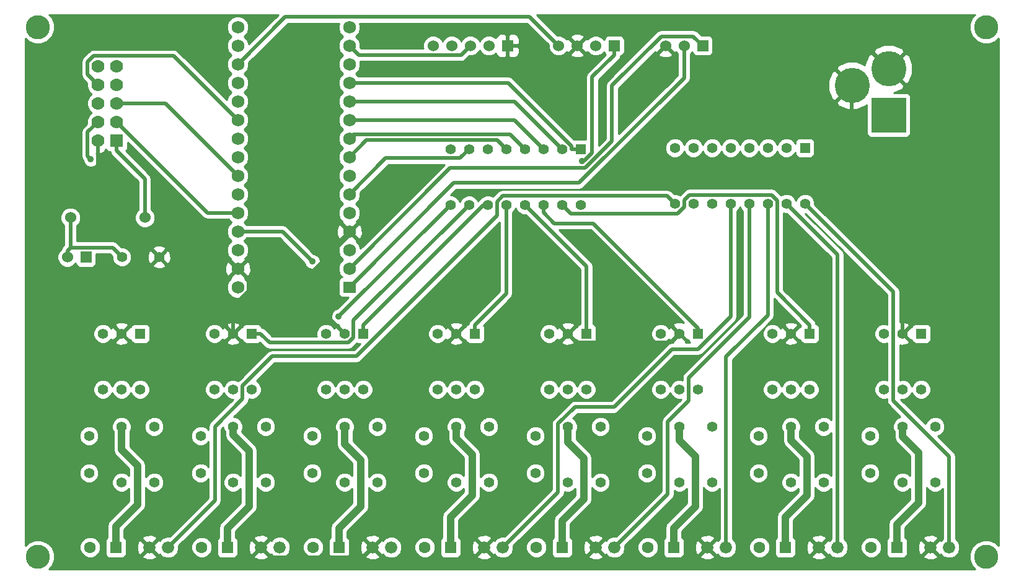
<source format=gbl>
G04 (created by PCBNEW (2013-jul-07)-stable) date Mon 06 Apr 2015 09:25:55 PM PDT*
%MOIN*%
G04 Gerber Fmt 3.4, Leading zero omitted, Abs format*
%FSLAX34Y34*%
G01*
G70*
G90*
G04 APERTURE LIST*
%ADD10C,0.00590551*%
%ADD11R,0.069X0.06*%
%ADD12C,0.069*%
%ADD13C,0.055*%
%ADD14R,0.055X0.055*%
%ADD15R,0.06X0.06*%
%ADD16C,0.06*%
%ADD17R,0.07X0.07*%
%ADD18C,0.07*%
%ADD19C,0.13*%
%ADD20R,0.063X0.063*%
%ADD21C,0.063*%
%ADD22C,0.189*%
%ADD23R,0.189X0.189*%
%ADD24C,0.066*%
%ADD25C,0.035*%
%ADD26C,0.02*%
%ADD27C,0.04*%
%ADD28C,0.01*%
G04 APERTURE END LIST*
G54D10*
G54D11*
X47500Y-34500D03*
G54D12*
X47500Y-33500D03*
X47500Y-32500D03*
X47500Y-31500D03*
X47500Y-30500D03*
X47500Y-29500D03*
X47500Y-28500D03*
X47500Y-27500D03*
X47500Y-26500D03*
X47500Y-25500D03*
X47500Y-24500D03*
X47500Y-23500D03*
X47500Y-22500D03*
X47500Y-21500D03*
X47500Y-20500D03*
X41500Y-20500D03*
X41500Y-21500D03*
X41500Y-22500D03*
X41500Y-23500D03*
X41500Y-24500D03*
X41500Y-25500D03*
X41500Y-26500D03*
X41500Y-27500D03*
X41500Y-28500D03*
X41500Y-29500D03*
X41500Y-30500D03*
X41500Y-31500D03*
X41500Y-32500D03*
X41500Y-33500D03*
X41500Y-34500D03*
G54D13*
X35270Y-32875D03*
X37270Y-32875D03*
G54D14*
X59935Y-27070D03*
G54D13*
X58935Y-27070D03*
X57935Y-27070D03*
X56935Y-27070D03*
X55935Y-27070D03*
X54935Y-27070D03*
X53935Y-27070D03*
X52935Y-27070D03*
X52935Y-30070D03*
X53935Y-30070D03*
X54935Y-30070D03*
X55935Y-30070D03*
X56935Y-30070D03*
X57935Y-30070D03*
X58935Y-30070D03*
X59935Y-30070D03*
G54D14*
X72000Y-27000D03*
G54D13*
X71000Y-27000D03*
X70000Y-27000D03*
X69000Y-27000D03*
X68000Y-27000D03*
X67000Y-27000D03*
X66000Y-27000D03*
X65000Y-27000D03*
X65000Y-30000D03*
X66000Y-30000D03*
X67000Y-30000D03*
X68000Y-30000D03*
X69000Y-30000D03*
X70000Y-30000D03*
X71000Y-30000D03*
X72000Y-30000D03*
G54D15*
X33335Y-32875D03*
G54D16*
X32335Y-32875D03*
G54D15*
X66500Y-21500D03*
G54D16*
X65500Y-21500D03*
X64500Y-21500D03*
G54D15*
X61750Y-21500D03*
G54D16*
X60750Y-21500D03*
X59750Y-21500D03*
X58750Y-21500D03*
X36500Y-30750D03*
X32500Y-30750D03*
G54D17*
X34975Y-26600D03*
G54D18*
X33975Y-26600D03*
X34975Y-25600D03*
X33975Y-25600D03*
X34975Y-24600D03*
X33975Y-24600D03*
X34975Y-23600D03*
X33975Y-23600D03*
X34975Y-22600D03*
X33975Y-22600D03*
G54D19*
X30750Y-49000D03*
X81750Y-20500D03*
X81750Y-49000D03*
X30750Y-20500D03*
G54D14*
X36250Y-37000D03*
G54D13*
X35250Y-37000D03*
X34250Y-37000D03*
X34250Y-40000D03*
X35250Y-40000D03*
X36250Y-40000D03*
G54D14*
X42250Y-37000D03*
G54D13*
X41250Y-37000D03*
X40250Y-37000D03*
X40250Y-40000D03*
X41250Y-40000D03*
X42250Y-40000D03*
G54D14*
X48250Y-37000D03*
G54D13*
X47250Y-37000D03*
X46250Y-37000D03*
X46250Y-40000D03*
X47250Y-40000D03*
X48250Y-40000D03*
G54D14*
X54250Y-37000D03*
G54D13*
X53250Y-37000D03*
X52250Y-37000D03*
X52250Y-40000D03*
X53250Y-40000D03*
X54250Y-40000D03*
G54D14*
X60250Y-37000D03*
G54D13*
X59250Y-37000D03*
X58250Y-37000D03*
X58250Y-40000D03*
X59250Y-40000D03*
X60250Y-40000D03*
G54D14*
X66250Y-37000D03*
G54D13*
X65250Y-37000D03*
X64250Y-37000D03*
X64250Y-40000D03*
X65250Y-40000D03*
X66250Y-40000D03*
G54D14*
X72250Y-37000D03*
G54D13*
X71250Y-37000D03*
X70250Y-37000D03*
X70250Y-40000D03*
X71250Y-40000D03*
X72250Y-40000D03*
G54D14*
X78250Y-37000D03*
G54D13*
X77250Y-37000D03*
X76250Y-37000D03*
X76250Y-40000D03*
X77250Y-40000D03*
X78250Y-40000D03*
G54D20*
X34939Y-48500D03*
G54D21*
X33561Y-48500D03*
G54D20*
X40939Y-48500D03*
G54D21*
X39561Y-48500D03*
G54D20*
X46939Y-48500D03*
G54D21*
X45561Y-48500D03*
G54D20*
X52939Y-48500D03*
G54D21*
X51561Y-48500D03*
G54D20*
X58939Y-48500D03*
G54D21*
X57561Y-48500D03*
G54D20*
X64939Y-48500D03*
G54D21*
X63561Y-48500D03*
G54D20*
X70939Y-48500D03*
G54D21*
X69561Y-48500D03*
G54D20*
X76939Y-48500D03*
G54D21*
X75561Y-48500D03*
G54D15*
X56000Y-21500D03*
G54D16*
X55000Y-21500D03*
X54000Y-21500D03*
X53000Y-21500D03*
X52000Y-21500D03*
G54D22*
X76500Y-22750D03*
G54D23*
X76500Y-25230D03*
G54D22*
X74531Y-23650D03*
G54D13*
X33500Y-44500D03*
X33500Y-42500D03*
X39500Y-44500D03*
X39500Y-42500D03*
X45500Y-44500D03*
X45500Y-42500D03*
X51500Y-44500D03*
X51500Y-42500D03*
X57500Y-44500D03*
X57500Y-42500D03*
X63500Y-44500D03*
X63500Y-42500D03*
X69500Y-44500D03*
X69500Y-42500D03*
X75500Y-44500D03*
X75500Y-42500D03*
X35250Y-42000D03*
X35250Y-45000D03*
X41250Y-42000D03*
X41250Y-45000D03*
X47250Y-42000D03*
X47250Y-45000D03*
X53250Y-42000D03*
X53250Y-45000D03*
X59250Y-42000D03*
X59250Y-45000D03*
X65250Y-42000D03*
X65250Y-45000D03*
X71250Y-42000D03*
X71250Y-45000D03*
X77250Y-42000D03*
X77250Y-45000D03*
X43000Y-45000D03*
X43000Y-42000D03*
X49000Y-45000D03*
X49000Y-42000D03*
X55000Y-45000D03*
X55000Y-42000D03*
X61000Y-45000D03*
X61000Y-42000D03*
X67000Y-45000D03*
X67000Y-42000D03*
X73000Y-45000D03*
X73000Y-42000D03*
X79000Y-45000D03*
X79000Y-42000D03*
X37000Y-45000D03*
X37000Y-42000D03*
G54D24*
X49750Y-48500D03*
X48750Y-48500D03*
X55750Y-48500D03*
X54750Y-48500D03*
X37750Y-48500D03*
X36750Y-48500D03*
X43750Y-48500D03*
X42750Y-48500D03*
X61750Y-48500D03*
X60750Y-48500D03*
X73750Y-48500D03*
X72750Y-48500D03*
X67750Y-48500D03*
X66750Y-48500D03*
X79750Y-48500D03*
X78750Y-48500D03*
G54D25*
X45520Y-33122D03*
X60025Y-27712D03*
X33592Y-27609D03*
X46927Y-36077D03*
G54D26*
X36500Y-28675D02*
X36500Y-30750D01*
X34975Y-27150D02*
X36500Y-28675D01*
X34975Y-26600D02*
X34975Y-27150D01*
X43897Y-31500D02*
X45520Y-33122D01*
X41500Y-31500D02*
X43897Y-31500D01*
X61750Y-21500D02*
X61750Y-22000D01*
X60128Y-27712D02*
X60025Y-27712D01*
X60559Y-27280D02*
X60128Y-27712D01*
X60559Y-23190D02*
X60559Y-27280D01*
X61750Y-22000D02*
X60559Y-23190D01*
G54D27*
X34939Y-47361D02*
X34939Y-48500D01*
X36100Y-46200D02*
X34939Y-47361D01*
X36100Y-44100D02*
X36100Y-46200D01*
X35250Y-43250D02*
X36100Y-44100D01*
X35250Y-42000D02*
X35250Y-43250D01*
X40938Y-47461D02*
X40938Y-47980D01*
X42100Y-46300D02*
X40938Y-47461D01*
X42100Y-43300D02*
X42100Y-46300D01*
X41250Y-42450D02*
X42100Y-43300D01*
X41250Y-42000D02*
X41250Y-42450D01*
X40938Y-47980D02*
X40938Y-48500D01*
G54D26*
X40939Y-47980D02*
X40939Y-48500D01*
X40938Y-47980D02*
X40939Y-47980D01*
G54D27*
X46938Y-47461D02*
X46938Y-47980D01*
X48100Y-46300D02*
X46938Y-47461D01*
X48100Y-43800D02*
X48100Y-46300D01*
X47250Y-42950D02*
X48100Y-43800D01*
X47250Y-42000D02*
X47250Y-42950D01*
X46938Y-47980D02*
X46938Y-48500D01*
G54D26*
X46939Y-47980D02*
X46939Y-48500D01*
X46938Y-47980D02*
X46939Y-47980D01*
G54D27*
X52938Y-46861D02*
X52938Y-47680D01*
X54100Y-45700D02*
X52938Y-46861D01*
X54100Y-43500D02*
X54100Y-45700D01*
X53250Y-42650D02*
X54100Y-43500D01*
X53250Y-42000D02*
X53250Y-42650D01*
X52938Y-47680D02*
X52938Y-48500D01*
G54D26*
X52939Y-47680D02*
X52939Y-48500D01*
X52938Y-47680D02*
X52939Y-47680D01*
G54D27*
X58938Y-47061D02*
X58938Y-47780D01*
X60100Y-45900D02*
X58938Y-47061D01*
X60100Y-43700D02*
X60100Y-45900D01*
X59250Y-42850D02*
X60100Y-43700D01*
X59250Y-42000D02*
X59250Y-42850D01*
X58938Y-47780D02*
X58938Y-48500D01*
G54D26*
X58939Y-47780D02*
X58939Y-48500D01*
X58938Y-47780D02*
X58939Y-47780D01*
G54D27*
X64938Y-47461D02*
X64938Y-47980D01*
X66100Y-46300D02*
X64938Y-47461D01*
X66100Y-43600D02*
X66100Y-46300D01*
X65250Y-42750D02*
X66100Y-43600D01*
X65250Y-42000D02*
X65250Y-42750D01*
X64938Y-47980D02*
X64938Y-48500D01*
G54D26*
X64939Y-47980D02*
X64939Y-48500D01*
X64938Y-47980D02*
X64939Y-47980D01*
G54D27*
X70938Y-46861D02*
X70938Y-47680D01*
X72100Y-45700D02*
X70938Y-46861D01*
X72100Y-43600D02*
X72100Y-45700D01*
X71250Y-42750D02*
X72100Y-43600D01*
X71250Y-42000D02*
X71250Y-42750D01*
X70938Y-47680D02*
X70938Y-48500D01*
G54D26*
X70939Y-47680D02*
X70939Y-48500D01*
X70938Y-47680D02*
X70939Y-47680D01*
G54D27*
X76938Y-47261D02*
X76938Y-47880D01*
X78100Y-46100D02*
X76938Y-47261D01*
X78100Y-43400D02*
X78100Y-46100D01*
X77250Y-42550D02*
X78100Y-43400D01*
X77250Y-42000D02*
X77250Y-42550D01*
X76938Y-47880D02*
X76938Y-48500D01*
G54D26*
X76939Y-47880D02*
X76939Y-48500D01*
X76938Y-47880D02*
X76939Y-47880D01*
X38043Y-22043D02*
X41500Y-25500D01*
X33744Y-22043D02*
X38043Y-22043D01*
X33422Y-22365D02*
X33744Y-22043D01*
X33422Y-23047D02*
X33422Y-22365D01*
X33975Y-23600D02*
X33422Y-23047D01*
X37600Y-24600D02*
X41500Y-28500D01*
X34975Y-24600D02*
X37600Y-24600D01*
X33424Y-27442D02*
X33592Y-27609D01*
X33424Y-26150D02*
X33424Y-27442D01*
X33975Y-25600D02*
X33424Y-26150D01*
X39875Y-30500D02*
X41500Y-30500D01*
X34975Y-25600D02*
X39875Y-30500D01*
X44054Y-19945D02*
X41500Y-22500D01*
X57195Y-19945D02*
X44054Y-19945D01*
X58750Y-21500D02*
X57195Y-19945D01*
X52912Y-28087D02*
X47500Y-33500D01*
X60183Y-28087D02*
X52912Y-28087D01*
X61625Y-26645D02*
X60183Y-28087D01*
X61625Y-23647D02*
X61625Y-26645D01*
X64277Y-20995D02*
X61625Y-23647D01*
X65995Y-20995D02*
X64277Y-20995D01*
X66500Y-21500D02*
X65995Y-20995D01*
X53114Y-28885D02*
X47500Y-34500D01*
X59842Y-28885D02*
X53114Y-28885D01*
X65500Y-23228D02*
X59842Y-28885D01*
X65500Y-21500D02*
X65500Y-23228D01*
X48001Y-22001D02*
X47500Y-21500D01*
X53498Y-22001D02*
X48001Y-22001D01*
X54000Y-21500D02*
X53498Y-22001D01*
X49454Y-27545D02*
X47500Y-29500D01*
X53459Y-27545D02*
X49454Y-27545D01*
X53935Y-27070D02*
X53459Y-27545D01*
X48424Y-26575D02*
X47500Y-27500D01*
X55440Y-26575D02*
X48424Y-26575D01*
X55935Y-27070D02*
X55440Y-26575D01*
X47727Y-26272D02*
X47500Y-26500D01*
X56137Y-26272D02*
X47727Y-26272D01*
X56935Y-27070D02*
X56137Y-26272D01*
X56365Y-25500D02*
X57935Y-27070D01*
X47500Y-25500D02*
X56365Y-25500D01*
X56365Y-24500D02*
X47500Y-24500D01*
X58935Y-27070D02*
X56365Y-24500D01*
X56038Y-23500D02*
X47500Y-23500D01*
X59459Y-26921D02*
X56038Y-23500D01*
X59459Y-27070D02*
X59459Y-26921D01*
X59935Y-27070D02*
X59459Y-27070D01*
X74530Y-25700D02*
X74530Y-23650D01*
X77250Y-28420D02*
X74530Y-25700D01*
X77250Y-37000D02*
X77250Y-28420D01*
X41250Y-35528D02*
X42070Y-34708D01*
X41250Y-37000D02*
X41250Y-35528D01*
X42070Y-34070D02*
X41500Y-33500D01*
X42070Y-34708D02*
X42070Y-34070D01*
X47250Y-37000D02*
X44958Y-34708D01*
X44958Y-34708D02*
X42070Y-34708D01*
X47500Y-31673D02*
X47500Y-31500D01*
X44958Y-34215D02*
X47500Y-31673D01*
X44958Y-34708D02*
X44958Y-34215D01*
X33975Y-29580D02*
X33975Y-26600D01*
X37270Y-32875D02*
X33975Y-29580D01*
X59725Y-37475D02*
X59250Y-37000D01*
X64774Y-37475D02*
X59725Y-37475D01*
X65250Y-37000D02*
X64774Y-37475D01*
X43298Y-49048D02*
X42750Y-48500D01*
X48201Y-49048D02*
X43298Y-49048D01*
X48750Y-48500D02*
X48201Y-49048D01*
X60250Y-33384D02*
X56935Y-30070D01*
X60250Y-37000D02*
X60250Y-33384D01*
X46927Y-36077D02*
X52935Y-30070D01*
X42250Y-37000D02*
X42725Y-37000D01*
X47725Y-36279D02*
X53935Y-30070D01*
X47725Y-37201D02*
X47725Y-36279D01*
X47447Y-37479D02*
X47725Y-37201D01*
X43204Y-37479D02*
X47447Y-37479D01*
X42725Y-37000D02*
X43204Y-37479D01*
X55935Y-34839D02*
X55935Y-30070D01*
X54250Y-36524D02*
X55935Y-34839D01*
X54250Y-37000D02*
X54250Y-36524D01*
X66250Y-37000D02*
X66250Y-36700D01*
X57935Y-30485D02*
X57935Y-30070D01*
X58515Y-31065D02*
X57935Y-30485D01*
X60615Y-31065D02*
X58515Y-31065D01*
X66250Y-36700D02*
X60615Y-31065D01*
X48250Y-37000D02*
X48250Y-36524D01*
X54704Y-30070D02*
X48250Y-36524D01*
X54935Y-30070D02*
X54704Y-30070D01*
X64588Y-29588D02*
X65000Y-30000D01*
X55740Y-29588D02*
X64588Y-29588D01*
X55435Y-29893D02*
X55740Y-29588D01*
X55435Y-30657D02*
X55435Y-29893D01*
X47877Y-38214D02*
X55435Y-30657D01*
X43340Y-38214D02*
X47877Y-38214D01*
X41750Y-39805D02*
X43340Y-38214D01*
X41750Y-40522D02*
X41750Y-39805D01*
X40268Y-42003D02*
X41750Y-40522D01*
X40268Y-45981D02*
X40268Y-42003D01*
X37750Y-48500D02*
X40268Y-45981D01*
X79750Y-43609D02*
X79750Y-48500D01*
X76750Y-40609D02*
X79750Y-43609D01*
X76750Y-34750D02*
X76750Y-40609D01*
X72000Y-30000D02*
X76750Y-34750D01*
X69000Y-36119D02*
X69000Y-30000D01*
X65749Y-39369D02*
X69000Y-36119D01*
X65749Y-40609D02*
X65749Y-39369D01*
X64623Y-41735D02*
X65749Y-40609D01*
X64623Y-45626D02*
X64623Y-41735D01*
X61750Y-48500D02*
X64623Y-45626D01*
X32500Y-30750D02*
X32500Y-32369D01*
X32335Y-32534D02*
X32500Y-32369D01*
X32335Y-32875D02*
X32335Y-32534D01*
X34764Y-32369D02*
X35270Y-32875D01*
X32500Y-32369D02*
X34764Y-32369D01*
X59414Y-30549D02*
X58935Y-30070D01*
X65140Y-30549D02*
X59414Y-30549D01*
X65500Y-30189D02*
X65140Y-30549D01*
X65500Y-29812D02*
X65500Y-30189D01*
X65787Y-29524D02*
X65500Y-29812D01*
X70198Y-29524D02*
X65787Y-29524D01*
X70500Y-29826D02*
X70198Y-29524D01*
X70500Y-34774D02*
X70500Y-29826D01*
X72250Y-36524D02*
X70500Y-34774D01*
X72250Y-37000D02*
X72250Y-36524D01*
X68000Y-36083D02*
X68000Y-30000D01*
X66255Y-37828D02*
X68000Y-36083D01*
X64846Y-37828D02*
X66255Y-37828D01*
X61733Y-40941D02*
X64846Y-37828D01*
X59635Y-40941D02*
X61733Y-40941D01*
X58719Y-41857D02*
X59635Y-40941D01*
X58719Y-45530D02*
X58719Y-41857D01*
X55750Y-48500D02*
X58719Y-45530D01*
X70000Y-36000D02*
X70000Y-30000D01*
X67750Y-38250D02*
X70000Y-36000D01*
X67750Y-48500D02*
X67750Y-38250D01*
X73750Y-32750D02*
X71000Y-30000D01*
X73750Y-48500D02*
X73750Y-32750D01*
G54D10*
G36*
X34051Y-26605D02*
X33980Y-26676D01*
X33975Y-26670D01*
X33969Y-26676D01*
X33898Y-26605D01*
X33904Y-26600D01*
X33898Y-26594D01*
X33969Y-26523D01*
X33975Y-26529D01*
X33980Y-26523D01*
X34051Y-26594D01*
X34045Y-26600D01*
X34051Y-26605D01*
X34051Y-26605D01*
G37*
G54D28*
X34051Y-26605D02*
X33980Y-26676D01*
X33975Y-26670D01*
X33969Y-26676D01*
X33898Y-26605D01*
X33904Y-26600D01*
X33898Y-26594D01*
X33969Y-26523D01*
X33975Y-26529D01*
X33980Y-26523D01*
X34051Y-26594D01*
X34045Y-26600D01*
X34051Y-26605D01*
G54D10*
G36*
X65150Y-23083D02*
X64869Y-23363D01*
X64869Y-21940D01*
X64500Y-21570D01*
X64130Y-21940D01*
X64152Y-22064D01*
X64394Y-22154D01*
X64652Y-22144D01*
X64847Y-22064D01*
X64869Y-21940D01*
X64869Y-23363D01*
X61975Y-26257D01*
X61975Y-23792D01*
X63931Y-21836D01*
X63935Y-21847D01*
X64059Y-21869D01*
X64429Y-21500D01*
X64423Y-21494D01*
X64494Y-21423D01*
X64500Y-21429D01*
X64505Y-21423D01*
X64576Y-21494D01*
X64570Y-21500D01*
X64940Y-21869D01*
X65064Y-21847D01*
X65065Y-21843D01*
X65150Y-21927D01*
X65150Y-23083D01*
X65150Y-23083D01*
G37*
G54D28*
X65150Y-23083D02*
X64869Y-23363D01*
X64869Y-21940D01*
X64500Y-21570D01*
X64130Y-21940D01*
X64152Y-22064D01*
X64394Y-22154D01*
X64652Y-22144D01*
X64847Y-22064D01*
X64869Y-21940D01*
X64869Y-23363D01*
X61975Y-26257D01*
X61975Y-23792D01*
X63931Y-21836D01*
X63935Y-21847D01*
X64059Y-21869D01*
X64429Y-21500D01*
X64423Y-21494D01*
X64494Y-21423D01*
X64500Y-21429D01*
X64505Y-21423D01*
X64576Y-21494D01*
X64570Y-21500D01*
X64940Y-21869D01*
X65064Y-21847D01*
X65065Y-21843D01*
X65150Y-21927D01*
X65150Y-23083D01*
G54D10*
G36*
X82425Y-48402D02*
X82260Y-48237D01*
X81929Y-48100D01*
X81571Y-48099D01*
X81240Y-48236D01*
X80987Y-48489D01*
X80850Y-48820D01*
X80849Y-49178D01*
X80986Y-49509D01*
X81152Y-49675D01*
X79141Y-49675D01*
X79141Y-48962D01*
X78750Y-48570D01*
X78679Y-48641D01*
X78679Y-48500D01*
X78287Y-48108D01*
X78161Y-48133D01*
X78065Y-48387D01*
X78074Y-48657D01*
X78161Y-48866D01*
X78287Y-48891D01*
X78679Y-48500D01*
X78679Y-48641D01*
X78358Y-48962D01*
X78383Y-49088D01*
X78637Y-49184D01*
X78907Y-49175D01*
X79116Y-49088D01*
X79141Y-48962D01*
X79141Y-49675D01*
X76126Y-49675D01*
X76126Y-48388D01*
X76040Y-48180D01*
X76025Y-48165D01*
X76025Y-44396D01*
X76025Y-42396D01*
X75945Y-42203D01*
X75797Y-42055D01*
X75604Y-41975D01*
X75396Y-41974D01*
X75203Y-42054D01*
X75055Y-42202D01*
X74975Y-42395D01*
X74974Y-42603D01*
X75054Y-42797D01*
X75202Y-42944D01*
X75395Y-43024D01*
X75603Y-43025D01*
X75797Y-42945D01*
X75944Y-42797D01*
X76024Y-42604D01*
X76025Y-42396D01*
X76025Y-44396D01*
X75945Y-44203D01*
X75797Y-44055D01*
X75604Y-43975D01*
X75396Y-43974D01*
X75203Y-44054D01*
X75055Y-44202D01*
X74975Y-44395D01*
X74974Y-44603D01*
X75054Y-44797D01*
X75202Y-44944D01*
X75395Y-45024D01*
X75603Y-45025D01*
X75797Y-44945D01*
X75944Y-44797D01*
X76024Y-44604D01*
X76025Y-44396D01*
X76025Y-48165D01*
X75881Y-48021D01*
X75673Y-47935D01*
X75449Y-47934D01*
X75241Y-48020D01*
X75082Y-48179D01*
X74996Y-48387D01*
X74995Y-48611D01*
X75081Y-48819D01*
X75240Y-48978D01*
X75448Y-49064D01*
X75672Y-49065D01*
X75880Y-48979D01*
X76039Y-48820D01*
X76125Y-48612D01*
X76126Y-48388D01*
X76126Y-49675D01*
X73141Y-49675D01*
X73141Y-48962D01*
X72750Y-48570D01*
X72679Y-48641D01*
X72679Y-48500D01*
X72287Y-48108D01*
X72161Y-48133D01*
X72065Y-48387D01*
X72074Y-48657D01*
X72161Y-48866D01*
X72287Y-48891D01*
X72679Y-48500D01*
X72679Y-48641D01*
X72358Y-48962D01*
X72383Y-49088D01*
X72637Y-49184D01*
X72907Y-49175D01*
X73116Y-49088D01*
X73141Y-48962D01*
X73141Y-49675D01*
X70126Y-49675D01*
X70126Y-48388D01*
X70040Y-48180D01*
X70025Y-48165D01*
X70025Y-44396D01*
X70025Y-42396D01*
X69945Y-42203D01*
X69797Y-42055D01*
X69604Y-41975D01*
X69396Y-41974D01*
X69203Y-42054D01*
X69055Y-42202D01*
X68975Y-42395D01*
X68974Y-42603D01*
X69054Y-42797D01*
X69202Y-42944D01*
X69395Y-43024D01*
X69603Y-43025D01*
X69797Y-42945D01*
X69944Y-42797D01*
X70024Y-42604D01*
X70025Y-42396D01*
X70025Y-44396D01*
X69945Y-44203D01*
X69797Y-44055D01*
X69604Y-43975D01*
X69396Y-43974D01*
X69203Y-44054D01*
X69055Y-44202D01*
X68975Y-44395D01*
X68974Y-44603D01*
X69054Y-44797D01*
X69202Y-44944D01*
X69395Y-45024D01*
X69603Y-45025D01*
X69797Y-44945D01*
X69944Y-44797D01*
X70024Y-44604D01*
X70025Y-44396D01*
X70025Y-48165D01*
X69881Y-48021D01*
X69673Y-47935D01*
X69449Y-47934D01*
X69241Y-48020D01*
X69082Y-48179D01*
X68996Y-48387D01*
X68995Y-48611D01*
X69081Y-48819D01*
X69240Y-48978D01*
X69448Y-49064D01*
X69672Y-49065D01*
X69880Y-48979D01*
X70039Y-48820D01*
X70125Y-48612D01*
X70126Y-48388D01*
X70126Y-49675D01*
X67141Y-49675D01*
X67141Y-48962D01*
X66750Y-48570D01*
X66679Y-48641D01*
X66679Y-48500D01*
X66287Y-48108D01*
X66161Y-48133D01*
X66065Y-48387D01*
X66074Y-48657D01*
X66161Y-48866D01*
X66287Y-48891D01*
X66679Y-48500D01*
X66679Y-48641D01*
X66358Y-48962D01*
X66383Y-49088D01*
X66637Y-49184D01*
X66907Y-49175D01*
X67116Y-49088D01*
X67141Y-48962D01*
X67141Y-49675D01*
X64126Y-49675D01*
X64126Y-48388D01*
X64040Y-48180D01*
X63881Y-48021D01*
X63673Y-47935D01*
X63449Y-47934D01*
X63241Y-48020D01*
X63082Y-48179D01*
X62996Y-48387D01*
X62995Y-48611D01*
X63081Y-48819D01*
X63240Y-48978D01*
X63448Y-49064D01*
X63672Y-49065D01*
X63880Y-48979D01*
X64039Y-48820D01*
X64125Y-48612D01*
X64126Y-48388D01*
X64126Y-49675D01*
X61141Y-49675D01*
X61141Y-48962D01*
X60750Y-48570D01*
X60679Y-48641D01*
X60679Y-48500D01*
X60287Y-48108D01*
X60161Y-48133D01*
X60065Y-48387D01*
X60074Y-48657D01*
X60161Y-48866D01*
X60287Y-48891D01*
X60679Y-48500D01*
X60679Y-48641D01*
X60358Y-48962D01*
X60383Y-49088D01*
X60637Y-49184D01*
X60907Y-49175D01*
X61116Y-49088D01*
X61141Y-48962D01*
X61141Y-49675D01*
X58126Y-49675D01*
X58126Y-48388D01*
X58040Y-48180D01*
X57881Y-48021D01*
X57673Y-47935D01*
X57449Y-47934D01*
X57241Y-48020D01*
X57082Y-48179D01*
X56996Y-48387D01*
X56995Y-48611D01*
X57081Y-48819D01*
X57240Y-48978D01*
X57448Y-49064D01*
X57672Y-49065D01*
X57880Y-48979D01*
X58039Y-48820D01*
X58125Y-48612D01*
X58126Y-48388D01*
X58126Y-49675D01*
X55141Y-49675D01*
X55141Y-48962D01*
X54750Y-48570D01*
X54679Y-48641D01*
X54679Y-48500D01*
X54287Y-48108D01*
X54161Y-48133D01*
X54065Y-48387D01*
X54074Y-48657D01*
X54161Y-48866D01*
X54287Y-48891D01*
X54679Y-48500D01*
X54679Y-48641D01*
X54358Y-48962D01*
X54383Y-49088D01*
X54637Y-49184D01*
X54907Y-49175D01*
X55116Y-49088D01*
X55141Y-48962D01*
X55141Y-49675D01*
X52126Y-49675D01*
X52126Y-48388D01*
X52040Y-48180D01*
X52025Y-48165D01*
X52025Y-44396D01*
X52025Y-42396D01*
X51945Y-42203D01*
X51797Y-42055D01*
X51604Y-41975D01*
X51396Y-41974D01*
X51203Y-42054D01*
X51055Y-42202D01*
X50975Y-42395D01*
X50974Y-42603D01*
X51054Y-42797D01*
X51202Y-42944D01*
X51395Y-43024D01*
X51603Y-43025D01*
X51797Y-42945D01*
X51944Y-42797D01*
X52024Y-42604D01*
X52025Y-42396D01*
X52025Y-44396D01*
X51945Y-44203D01*
X51797Y-44055D01*
X51604Y-43975D01*
X51396Y-43974D01*
X51203Y-44054D01*
X51055Y-44202D01*
X50975Y-44395D01*
X50974Y-44603D01*
X51054Y-44797D01*
X51202Y-44944D01*
X51395Y-45024D01*
X51603Y-45025D01*
X51797Y-44945D01*
X51944Y-44797D01*
X52024Y-44604D01*
X52025Y-44396D01*
X52025Y-48165D01*
X51881Y-48021D01*
X51673Y-47935D01*
X51449Y-47934D01*
X51241Y-48020D01*
X51082Y-48179D01*
X50996Y-48387D01*
X50995Y-48611D01*
X51081Y-48819D01*
X51240Y-48978D01*
X51448Y-49064D01*
X51672Y-49065D01*
X51880Y-48979D01*
X52039Y-48820D01*
X52125Y-48612D01*
X52126Y-48388D01*
X52126Y-49675D01*
X50330Y-49675D01*
X50330Y-48385D01*
X50241Y-48171D01*
X50078Y-48008D01*
X49865Y-47920D01*
X49635Y-47919D01*
X49525Y-47965D01*
X49525Y-44896D01*
X49525Y-41896D01*
X49445Y-41703D01*
X49297Y-41555D01*
X49104Y-41475D01*
X48896Y-41474D01*
X48775Y-41524D01*
X48775Y-39896D01*
X48695Y-39703D01*
X48547Y-39555D01*
X48354Y-39475D01*
X48146Y-39474D01*
X47953Y-39554D01*
X47805Y-39702D01*
X47749Y-39835D01*
X47695Y-39703D01*
X47547Y-39555D01*
X47354Y-39475D01*
X47146Y-39474D01*
X46953Y-39554D01*
X46805Y-39702D01*
X46749Y-39835D01*
X46695Y-39703D01*
X46547Y-39555D01*
X46354Y-39475D01*
X46146Y-39474D01*
X45953Y-39554D01*
X45805Y-39702D01*
X45725Y-39895D01*
X45724Y-40103D01*
X45804Y-40297D01*
X45952Y-40444D01*
X46145Y-40524D01*
X46353Y-40525D01*
X46547Y-40445D01*
X46694Y-40297D01*
X46750Y-40164D01*
X46804Y-40297D01*
X46952Y-40444D01*
X47145Y-40524D01*
X47353Y-40525D01*
X47547Y-40445D01*
X47694Y-40297D01*
X47750Y-40164D01*
X47804Y-40297D01*
X47952Y-40444D01*
X48145Y-40524D01*
X48353Y-40525D01*
X48547Y-40445D01*
X48694Y-40297D01*
X48774Y-40104D01*
X48775Y-39896D01*
X48775Y-41524D01*
X48703Y-41554D01*
X48555Y-41702D01*
X48475Y-41895D01*
X48474Y-42103D01*
X48554Y-42297D01*
X48702Y-42444D01*
X48895Y-42524D01*
X49103Y-42525D01*
X49297Y-42445D01*
X49444Y-42297D01*
X49524Y-42104D01*
X49525Y-41896D01*
X49525Y-44896D01*
X49445Y-44703D01*
X49297Y-44555D01*
X49104Y-44475D01*
X48896Y-44474D01*
X48703Y-44554D01*
X48555Y-44702D01*
X48550Y-44714D01*
X48550Y-43800D01*
X48515Y-43627D01*
X48418Y-43481D01*
X47700Y-42763D01*
X47700Y-42285D01*
X47774Y-42104D01*
X47775Y-41896D01*
X47695Y-41703D01*
X47547Y-41555D01*
X47354Y-41475D01*
X47146Y-41474D01*
X46953Y-41554D01*
X46805Y-41702D01*
X46725Y-41895D01*
X46724Y-42103D01*
X46800Y-42285D01*
X46800Y-42950D01*
X46834Y-43122D01*
X46931Y-43268D01*
X47650Y-43986D01*
X47650Y-44657D01*
X47547Y-44555D01*
X47354Y-44475D01*
X47146Y-44474D01*
X46953Y-44554D01*
X46805Y-44702D01*
X46725Y-44895D01*
X46724Y-45103D01*
X46804Y-45297D01*
X46952Y-45444D01*
X47145Y-45524D01*
X47353Y-45525D01*
X47547Y-45445D01*
X47650Y-45342D01*
X47650Y-46113D01*
X46620Y-47142D01*
X46523Y-47288D01*
X46488Y-47461D01*
X46488Y-47970D01*
X46482Y-47972D01*
X46412Y-48043D01*
X46374Y-48135D01*
X46373Y-48234D01*
X46373Y-48864D01*
X46411Y-48956D01*
X46482Y-49026D01*
X46574Y-49064D01*
X46673Y-49065D01*
X47303Y-49065D01*
X47395Y-49027D01*
X47465Y-48956D01*
X47503Y-48864D01*
X47504Y-48765D01*
X47504Y-48135D01*
X47466Y-48043D01*
X47395Y-47973D01*
X47388Y-47970D01*
X47388Y-47647D01*
X48418Y-46618D01*
X48418Y-46618D01*
X48418Y-46618D01*
X48515Y-46472D01*
X48515Y-46472D01*
X48549Y-46300D01*
X48550Y-46300D01*
X48550Y-45285D01*
X48554Y-45297D01*
X48702Y-45444D01*
X48895Y-45524D01*
X49103Y-45525D01*
X49297Y-45445D01*
X49444Y-45297D01*
X49524Y-45104D01*
X49525Y-44896D01*
X49525Y-47965D01*
X49421Y-48008D01*
X49302Y-48126D01*
X49212Y-48108D01*
X49141Y-48179D01*
X49141Y-48037D01*
X49116Y-47911D01*
X48862Y-47815D01*
X48592Y-47824D01*
X48383Y-47911D01*
X48358Y-48037D01*
X48750Y-48429D01*
X49141Y-48037D01*
X49141Y-48179D01*
X48820Y-48500D01*
X49212Y-48891D01*
X49303Y-48873D01*
X49421Y-48991D01*
X49634Y-49079D01*
X49864Y-49080D01*
X50078Y-48991D01*
X50241Y-48828D01*
X50329Y-48615D01*
X50330Y-48385D01*
X50330Y-49675D01*
X49141Y-49675D01*
X49141Y-48962D01*
X48750Y-48570D01*
X48679Y-48641D01*
X48679Y-48500D01*
X48287Y-48108D01*
X48161Y-48133D01*
X48065Y-48387D01*
X48074Y-48657D01*
X48161Y-48866D01*
X48287Y-48891D01*
X48679Y-48500D01*
X48679Y-48641D01*
X48358Y-48962D01*
X48383Y-49088D01*
X48637Y-49184D01*
X48907Y-49175D01*
X49116Y-49088D01*
X49141Y-48962D01*
X49141Y-49675D01*
X46126Y-49675D01*
X46126Y-48388D01*
X46040Y-48180D01*
X46025Y-48165D01*
X46025Y-44396D01*
X46025Y-42396D01*
X45945Y-42203D01*
X45797Y-42055D01*
X45604Y-41975D01*
X45396Y-41974D01*
X45203Y-42054D01*
X45055Y-42202D01*
X44975Y-42395D01*
X44974Y-42603D01*
X45054Y-42797D01*
X45202Y-42944D01*
X45395Y-43024D01*
X45603Y-43025D01*
X45797Y-42945D01*
X45944Y-42797D01*
X46024Y-42604D01*
X46025Y-42396D01*
X46025Y-44396D01*
X45945Y-44203D01*
X45797Y-44055D01*
X45604Y-43975D01*
X45396Y-43974D01*
X45203Y-44054D01*
X45055Y-44202D01*
X44975Y-44395D01*
X44974Y-44603D01*
X45054Y-44797D01*
X45202Y-44944D01*
X45395Y-45024D01*
X45603Y-45025D01*
X45797Y-44945D01*
X45944Y-44797D01*
X46024Y-44604D01*
X46025Y-44396D01*
X46025Y-48165D01*
X45881Y-48021D01*
X45673Y-47935D01*
X45449Y-47934D01*
X45241Y-48020D01*
X45082Y-48179D01*
X44996Y-48387D01*
X44995Y-48611D01*
X45081Y-48819D01*
X45240Y-48978D01*
X45448Y-49064D01*
X45672Y-49065D01*
X45880Y-48979D01*
X46039Y-48820D01*
X46125Y-48612D01*
X46126Y-48388D01*
X46126Y-49675D01*
X44330Y-49675D01*
X44330Y-48385D01*
X44241Y-48171D01*
X44078Y-48008D01*
X43865Y-47920D01*
X43635Y-47919D01*
X43421Y-48008D01*
X43302Y-48126D01*
X43212Y-48108D01*
X43141Y-48179D01*
X43141Y-48037D01*
X43116Y-47911D01*
X42862Y-47815D01*
X42592Y-47824D01*
X42383Y-47911D01*
X42358Y-48037D01*
X42750Y-48429D01*
X43141Y-48037D01*
X43141Y-48179D01*
X42820Y-48500D01*
X43212Y-48891D01*
X43303Y-48873D01*
X43421Y-48991D01*
X43634Y-49079D01*
X43864Y-49080D01*
X44078Y-48991D01*
X44241Y-48828D01*
X44329Y-48615D01*
X44330Y-48385D01*
X44330Y-49675D01*
X43141Y-49675D01*
X43141Y-48962D01*
X42750Y-48570D01*
X42679Y-48641D01*
X42679Y-48500D01*
X42287Y-48108D01*
X42161Y-48133D01*
X42065Y-48387D01*
X42074Y-48657D01*
X42161Y-48866D01*
X42287Y-48891D01*
X42679Y-48500D01*
X42679Y-48641D01*
X42358Y-48962D01*
X42383Y-49088D01*
X42637Y-49184D01*
X42907Y-49175D01*
X43116Y-49088D01*
X43141Y-48962D01*
X43141Y-49675D01*
X40126Y-49675D01*
X40126Y-48388D01*
X40040Y-48180D01*
X39881Y-48021D01*
X39673Y-47935D01*
X39449Y-47934D01*
X39241Y-48020D01*
X39082Y-48179D01*
X38996Y-48387D01*
X38995Y-48611D01*
X39081Y-48819D01*
X39240Y-48978D01*
X39448Y-49064D01*
X39672Y-49065D01*
X39880Y-48979D01*
X40039Y-48820D01*
X40125Y-48612D01*
X40126Y-48388D01*
X40126Y-49675D01*
X37141Y-49675D01*
X37141Y-48962D01*
X36750Y-48570D01*
X36679Y-48641D01*
X36679Y-48500D01*
X36287Y-48108D01*
X36161Y-48133D01*
X36065Y-48387D01*
X36074Y-48657D01*
X36161Y-48866D01*
X36287Y-48891D01*
X36679Y-48500D01*
X36679Y-48641D01*
X36358Y-48962D01*
X36383Y-49088D01*
X36637Y-49184D01*
X36907Y-49175D01*
X37116Y-49088D01*
X37141Y-48962D01*
X37141Y-49675D01*
X34126Y-49675D01*
X34126Y-48388D01*
X34040Y-48180D01*
X34025Y-48165D01*
X34025Y-44396D01*
X34025Y-42396D01*
X33945Y-42203D01*
X33797Y-42055D01*
X33604Y-41975D01*
X33396Y-41974D01*
X33203Y-42054D01*
X33055Y-42202D01*
X32975Y-42395D01*
X32974Y-42603D01*
X33054Y-42797D01*
X33202Y-42944D01*
X33395Y-43024D01*
X33603Y-43025D01*
X33797Y-42945D01*
X33944Y-42797D01*
X34024Y-42604D01*
X34025Y-42396D01*
X34025Y-44396D01*
X33945Y-44203D01*
X33797Y-44055D01*
X33604Y-43975D01*
X33396Y-43974D01*
X33203Y-44054D01*
X33055Y-44202D01*
X32975Y-44395D01*
X32974Y-44603D01*
X33054Y-44797D01*
X33202Y-44944D01*
X33395Y-45024D01*
X33603Y-45025D01*
X33797Y-44945D01*
X33944Y-44797D01*
X34024Y-44604D01*
X34025Y-44396D01*
X34025Y-48165D01*
X33881Y-48021D01*
X33673Y-47935D01*
X33449Y-47934D01*
X33241Y-48020D01*
X33082Y-48179D01*
X32996Y-48387D01*
X32995Y-48611D01*
X33081Y-48819D01*
X33240Y-48978D01*
X33448Y-49064D01*
X33672Y-49065D01*
X33880Y-48979D01*
X34039Y-48820D01*
X34125Y-48612D01*
X34126Y-48388D01*
X34126Y-49675D01*
X31347Y-49675D01*
X31512Y-49510D01*
X31649Y-49179D01*
X31650Y-48821D01*
X31513Y-48490D01*
X31260Y-48237D01*
X30929Y-48100D01*
X30571Y-48099D01*
X30240Y-48236D01*
X30075Y-48402D01*
X30075Y-21097D01*
X30239Y-21262D01*
X30570Y-21399D01*
X30928Y-21400D01*
X31259Y-21263D01*
X31512Y-21010D01*
X31649Y-20679D01*
X31650Y-20321D01*
X31513Y-19990D01*
X31347Y-19825D01*
X43680Y-19825D01*
X42095Y-21409D01*
X42095Y-21382D01*
X42004Y-21163D01*
X41841Y-20999D01*
X42004Y-20837D01*
X42094Y-20618D01*
X42095Y-20382D01*
X42004Y-20163D01*
X41837Y-19995D01*
X41618Y-19905D01*
X41382Y-19904D01*
X41163Y-19995D01*
X40995Y-20162D01*
X40905Y-20381D01*
X40904Y-20617D01*
X40995Y-20836D01*
X41158Y-21000D01*
X40995Y-21162D01*
X40905Y-21381D01*
X40904Y-21617D01*
X40995Y-21836D01*
X41158Y-22000D01*
X40995Y-22162D01*
X40905Y-22381D01*
X40904Y-22617D01*
X40995Y-22836D01*
X41158Y-23000D01*
X40995Y-23162D01*
X40905Y-23381D01*
X40904Y-23617D01*
X40995Y-23836D01*
X41158Y-24000D01*
X40995Y-24162D01*
X40905Y-24381D01*
X40905Y-24410D01*
X38290Y-21795D01*
X38177Y-21719D01*
X38043Y-21693D01*
X33744Y-21693D01*
X33610Y-21719D01*
X33497Y-21795D01*
X33174Y-22118D01*
X33098Y-22232D01*
X33072Y-22365D01*
X33072Y-23047D01*
X33098Y-23181D01*
X33174Y-23294D01*
X33375Y-23495D01*
X33374Y-23718D01*
X33466Y-23939D01*
X33626Y-24100D01*
X33466Y-24259D01*
X33375Y-24480D01*
X33374Y-24718D01*
X33466Y-24939D01*
X33626Y-25100D01*
X33466Y-25259D01*
X33375Y-25480D01*
X33374Y-25705D01*
X33177Y-25902D01*
X33101Y-26016D01*
X33074Y-26150D01*
X33074Y-27442D01*
X33101Y-27576D01*
X33166Y-27674D01*
X33166Y-27693D01*
X33231Y-27849D01*
X33350Y-27969D01*
X33507Y-28034D01*
X33676Y-28034D01*
X33832Y-27969D01*
X33952Y-27850D01*
X34016Y-27694D01*
X34017Y-27525D01*
X33952Y-27369D01*
X33886Y-27303D01*
X34135Y-27295D01*
X34353Y-27205D01*
X34381Y-27076D01*
X34443Y-27139D01*
X34452Y-27130D01*
X34483Y-27161D01*
X34575Y-27199D01*
X34634Y-27200D01*
X34651Y-27284D01*
X34727Y-27397D01*
X36150Y-28820D01*
X36150Y-30322D01*
X36034Y-30438D01*
X35950Y-30640D01*
X35949Y-30858D01*
X36033Y-31061D01*
X36188Y-31215D01*
X36390Y-31299D01*
X36608Y-31300D01*
X36811Y-31216D01*
X36965Y-31061D01*
X37049Y-30859D01*
X37050Y-30641D01*
X36966Y-30438D01*
X36850Y-30322D01*
X36850Y-28675D01*
X36823Y-28541D01*
X36747Y-28427D01*
X35474Y-27154D01*
X35536Y-27091D01*
X35574Y-26999D01*
X35575Y-26900D01*
X35575Y-26695D01*
X39627Y-30747D01*
X39627Y-30747D01*
X39741Y-30823D01*
X39874Y-30849D01*
X39875Y-30850D01*
X41008Y-30850D01*
X41158Y-31000D01*
X40995Y-31162D01*
X40905Y-31381D01*
X40904Y-31617D01*
X40995Y-31836D01*
X41158Y-32000D01*
X40995Y-32162D01*
X40905Y-32381D01*
X40904Y-32617D01*
X40995Y-32836D01*
X41113Y-32954D01*
X41097Y-33026D01*
X41500Y-33429D01*
X41902Y-33026D01*
X41886Y-32954D01*
X42004Y-32837D01*
X42094Y-32618D01*
X42095Y-32382D01*
X42004Y-32163D01*
X41841Y-31999D01*
X41991Y-31850D01*
X43752Y-31850D01*
X45095Y-33192D01*
X45095Y-33207D01*
X45159Y-33363D01*
X45279Y-33483D01*
X45435Y-33547D01*
X45604Y-33547D01*
X45760Y-33483D01*
X45880Y-33363D01*
X45945Y-33207D01*
X45945Y-33038D01*
X45880Y-32882D01*
X45761Y-32762D01*
X45605Y-32697D01*
X45590Y-32697D01*
X44144Y-31252D01*
X44031Y-31176D01*
X43897Y-31150D01*
X41991Y-31150D01*
X41841Y-30999D01*
X42004Y-30837D01*
X42094Y-30618D01*
X42095Y-30382D01*
X42004Y-30163D01*
X41841Y-29999D01*
X42004Y-29837D01*
X42094Y-29618D01*
X42095Y-29382D01*
X42004Y-29163D01*
X41841Y-28999D01*
X42004Y-28837D01*
X42094Y-28618D01*
X42095Y-28382D01*
X42004Y-28163D01*
X41841Y-27999D01*
X42004Y-27837D01*
X42094Y-27618D01*
X42095Y-27382D01*
X42004Y-27163D01*
X41841Y-26999D01*
X42004Y-26837D01*
X42094Y-26618D01*
X42095Y-26382D01*
X42004Y-26163D01*
X41841Y-25999D01*
X42004Y-25837D01*
X42094Y-25618D01*
X42095Y-25382D01*
X42004Y-25163D01*
X41841Y-24999D01*
X42004Y-24837D01*
X42094Y-24618D01*
X42095Y-24382D01*
X42004Y-24163D01*
X41841Y-23999D01*
X42004Y-23837D01*
X42094Y-23618D01*
X42095Y-23382D01*
X42004Y-23163D01*
X41841Y-22999D01*
X42004Y-22837D01*
X42094Y-22618D01*
X42095Y-22399D01*
X44199Y-20295D01*
X46940Y-20295D01*
X46905Y-20381D01*
X46904Y-20617D01*
X46995Y-20836D01*
X47158Y-21000D01*
X46995Y-21162D01*
X46905Y-21381D01*
X46904Y-21617D01*
X46995Y-21836D01*
X47158Y-22000D01*
X46995Y-22162D01*
X46905Y-22381D01*
X46904Y-22617D01*
X46995Y-22836D01*
X47158Y-23000D01*
X46995Y-23162D01*
X46905Y-23381D01*
X46904Y-23617D01*
X46995Y-23836D01*
X47158Y-24000D01*
X46995Y-24162D01*
X46905Y-24381D01*
X46904Y-24617D01*
X46995Y-24836D01*
X47158Y-25000D01*
X46995Y-25162D01*
X46905Y-25381D01*
X46904Y-25617D01*
X46995Y-25836D01*
X47158Y-26000D01*
X46995Y-26162D01*
X46905Y-26381D01*
X46904Y-26617D01*
X46995Y-26836D01*
X47158Y-27000D01*
X46995Y-27162D01*
X46905Y-27381D01*
X46904Y-27617D01*
X46995Y-27836D01*
X47158Y-28000D01*
X46995Y-28162D01*
X46905Y-28381D01*
X46904Y-28617D01*
X46995Y-28836D01*
X47158Y-29000D01*
X46995Y-29162D01*
X46905Y-29381D01*
X46904Y-29617D01*
X46995Y-29836D01*
X47158Y-30000D01*
X46995Y-30162D01*
X46905Y-30381D01*
X46904Y-30617D01*
X46995Y-30836D01*
X47113Y-30954D01*
X47097Y-31026D01*
X47500Y-31429D01*
X47902Y-31026D01*
X47886Y-30954D01*
X48004Y-30837D01*
X48094Y-30618D01*
X48095Y-30382D01*
X48004Y-30163D01*
X47841Y-29999D01*
X48004Y-29837D01*
X48094Y-29618D01*
X48095Y-29399D01*
X49599Y-27895D01*
X52609Y-27895D01*
X48198Y-32306D01*
X48198Y-31616D01*
X48190Y-31340D01*
X48101Y-31124D01*
X47973Y-31097D01*
X47570Y-31500D01*
X47973Y-31902D01*
X48101Y-31875D01*
X48198Y-31616D01*
X48198Y-32306D01*
X48095Y-32409D01*
X48095Y-32382D01*
X48004Y-32163D01*
X47886Y-32045D01*
X47902Y-31973D01*
X47500Y-31570D01*
X47429Y-31641D01*
X47429Y-31500D01*
X47026Y-31097D01*
X46898Y-31124D01*
X46801Y-31383D01*
X46809Y-31659D01*
X46898Y-31875D01*
X47026Y-31902D01*
X47429Y-31500D01*
X47429Y-31641D01*
X47097Y-31973D01*
X47113Y-32045D01*
X46995Y-32162D01*
X46905Y-32381D01*
X46904Y-32617D01*
X46995Y-32836D01*
X47158Y-33000D01*
X46995Y-33162D01*
X46905Y-33381D01*
X46904Y-33617D01*
X46995Y-33836D01*
X47108Y-33949D01*
X47105Y-33949D01*
X47013Y-33987D01*
X46943Y-34058D01*
X46905Y-34150D01*
X46904Y-34249D01*
X46904Y-34849D01*
X46942Y-34941D01*
X47013Y-35011D01*
X47105Y-35049D01*
X47204Y-35050D01*
X47460Y-35050D01*
X46857Y-35652D01*
X46843Y-35652D01*
X46686Y-35717D01*
X46567Y-35836D01*
X46502Y-35992D01*
X46502Y-36161D01*
X46566Y-36318D01*
X46686Y-36437D01*
X46842Y-36502D01*
X46909Y-36502D01*
X46898Y-36577D01*
X47250Y-36929D01*
X47255Y-36923D01*
X47326Y-36994D01*
X47320Y-37000D01*
X47326Y-37005D01*
X47255Y-37076D01*
X47250Y-37070D01*
X47244Y-37076D01*
X47173Y-37005D01*
X47179Y-37000D01*
X46827Y-36648D01*
X46706Y-36667D01*
X46693Y-36701D01*
X46547Y-36555D01*
X46354Y-36475D01*
X46146Y-36474D01*
X45953Y-36554D01*
X45805Y-36702D01*
X45725Y-36895D01*
X45724Y-37103D01*
X45735Y-37129D01*
X43349Y-37129D01*
X42972Y-36752D01*
X42859Y-36676D01*
X42768Y-36658D01*
X42768Y-36658D01*
X42737Y-36583D01*
X42666Y-36513D01*
X42574Y-36475D01*
X42475Y-36474D01*
X42198Y-36474D01*
X42198Y-33616D01*
X42190Y-33340D01*
X42101Y-33124D01*
X41973Y-33097D01*
X41570Y-33500D01*
X41973Y-33902D01*
X42101Y-33875D01*
X42198Y-33616D01*
X42198Y-36474D01*
X42095Y-36474D01*
X42095Y-34382D01*
X42004Y-34163D01*
X41886Y-34045D01*
X41902Y-33973D01*
X41500Y-33570D01*
X41429Y-33641D01*
X41429Y-33500D01*
X41026Y-33097D01*
X40898Y-33124D01*
X40801Y-33383D01*
X40809Y-33659D01*
X40898Y-33875D01*
X41026Y-33902D01*
X41429Y-33500D01*
X41429Y-33641D01*
X41097Y-33973D01*
X41113Y-34045D01*
X40995Y-34162D01*
X40905Y-34381D01*
X40904Y-34617D01*
X40995Y-34836D01*
X41162Y-35004D01*
X41381Y-35094D01*
X41617Y-35095D01*
X41836Y-35004D01*
X42004Y-34837D01*
X42094Y-34618D01*
X42095Y-34382D01*
X42095Y-36474D01*
X41925Y-36474D01*
X41833Y-36512D01*
X41763Y-36583D01*
X41732Y-36657D01*
X41672Y-36648D01*
X41601Y-36718D01*
X41601Y-36577D01*
X41582Y-36456D01*
X41349Y-36370D01*
X41101Y-36380D01*
X40917Y-36456D01*
X40898Y-36577D01*
X41250Y-36929D01*
X41601Y-36577D01*
X41601Y-36718D01*
X41320Y-37000D01*
X41672Y-37351D01*
X41732Y-37342D01*
X41762Y-37416D01*
X41833Y-37486D01*
X41925Y-37524D01*
X42024Y-37525D01*
X42574Y-37525D01*
X42666Y-37487D01*
X42691Y-37461D01*
X42956Y-37726D01*
X43070Y-37802D01*
X43204Y-37829D01*
X47447Y-37829D01*
X47581Y-37802D01*
X47581Y-37802D01*
X47694Y-37726D01*
X47904Y-37516D01*
X47925Y-37524D01*
X48024Y-37525D01*
X48072Y-37525D01*
X47732Y-37864D01*
X43340Y-37864D01*
X43207Y-37891D01*
X43093Y-37966D01*
X41601Y-39458D01*
X41601Y-37422D01*
X41250Y-37070D01*
X41179Y-37141D01*
X41179Y-37000D01*
X40827Y-36648D01*
X40706Y-36667D01*
X40693Y-36701D01*
X40547Y-36555D01*
X40354Y-36475D01*
X40146Y-36474D01*
X39953Y-36554D01*
X39805Y-36702D01*
X39725Y-36895D01*
X39724Y-37103D01*
X39804Y-37297D01*
X39952Y-37444D01*
X40145Y-37524D01*
X40353Y-37525D01*
X40547Y-37445D01*
X40692Y-37299D01*
X40706Y-37332D01*
X40827Y-37351D01*
X41179Y-37000D01*
X41179Y-37141D01*
X40898Y-37422D01*
X40917Y-37543D01*
X41150Y-37629D01*
X41398Y-37619D01*
X41582Y-37543D01*
X41601Y-37422D01*
X41601Y-39458D01*
X41517Y-39542D01*
X41354Y-39475D01*
X41146Y-39474D01*
X40953Y-39554D01*
X40805Y-39702D01*
X40749Y-39835D01*
X40695Y-39703D01*
X40547Y-39555D01*
X40354Y-39475D01*
X40146Y-39474D01*
X39953Y-39554D01*
X39805Y-39702D01*
X39725Y-39895D01*
X39724Y-40103D01*
X39804Y-40297D01*
X39952Y-40444D01*
X40145Y-40524D01*
X40353Y-40525D01*
X40547Y-40445D01*
X40694Y-40297D01*
X40750Y-40164D01*
X40804Y-40297D01*
X40952Y-40444D01*
X41145Y-40524D01*
X41252Y-40525D01*
X40021Y-41755D01*
X39945Y-41869D01*
X39918Y-42003D01*
X39918Y-42176D01*
X39797Y-42055D01*
X39604Y-41975D01*
X39396Y-41974D01*
X39203Y-42054D01*
X39055Y-42202D01*
X38975Y-42395D01*
X38974Y-42603D01*
X39054Y-42797D01*
X39202Y-42944D01*
X39395Y-43024D01*
X39603Y-43025D01*
X39797Y-42945D01*
X39918Y-42823D01*
X39918Y-44176D01*
X39797Y-44055D01*
X39604Y-43975D01*
X39396Y-43974D01*
X39203Y-44054D01*
X39055Y-44202D01*
X38975Y-44395D01*
X38974Y-44603D01*
X39054Y-44797D01*
X39202Y-44944D01*
X39395Y-45024D01*
X39603Y-45025D01*
X39797Y-44945D01*
X39918Y-44823D01*
X39918Y-45836D01*
X37899Y-47855D01*
X37899Y-32974D01*
X37889Y-32726D01*
X37813Y-32542D01*
X37692Y-32523D01*
X37621Y-32593D01*
X37621Y-32452D01*
X37602Y-32331D01*
X37369Y-32245D01*
X37121Y-32255D01*
X36937Y-32331D01*
X36918Y-32452D01*
X37270Y-32804D01*
X37621Y-32452D01*
X37621Y-32593D01*
X37340Y-32875D01*
X37692Y-33226D01*
X37813Y-33207D01*
X37899Y-32974D01*
X37899Y-47855D01*
X37834Y-47920D01*
X37635Y-47919D01*
X37621Y-47925D01*
X37621Y-33297D01*
X37270Y-32945D01*
X37199Y-33016D01*
X37199Y-32875D01*
X36847Y-32523D01*
X36726Y-32542D01*
X36640Y-32775D01*
X36650Y-33023D01*
X36726Y-33207D01*
X36847Y-33226D01*
X37199Y-32875D01*
X37199Y-33016D01*
X36918Y-33297D01*
X36937Y-33418D01*
X37170Y-33504D01*
X37418Y-33494D01*
X37602Y-33418D01*
X37621Y-33297D01*
X37621Y-47925D01*
X37525Y-47965D01*
X37525Y-44896D01*
X37525Y-41896D01*
X37445Y-41703D01*
X37297Y-41555D01*
X37104Y-41475D01*
X36896Y-41474D01*
X36775Y-41524D01*
X36775Y-39896D01*
X36775Y-39895D01*
X36775Y-37225D01*
X36775Y-36675D01*
X36737Y-36583D01*
X36666Y-36513D01*
X36574Y-36475D01*
X36475Y-36474D01*
X35925Y-36474D01*
X35833Y-36512D01*
X35795Y-36551D01*
X35795Y-32771D01*
X35715Y-32578D01*
X35567Y-32430D01*
X35374Y-32350D01*
X35239Y-32349D01*
X35012Y-32122D01*
X34898Y-32046D01*
X34764Y-32019D01*
X32850Y-32019D01*
X32850Y-31177D01*
X32965Y-31061D01*
X33049Y-30859D01*
X33050Y-30641D01*
X32966Y-30438D01*
X32811Y-30284D01*
X32609Y-30200D01*
X32391Y-30199D01*
X32188Y-30283D01*
X32034Y-30438D01*
X31950Y-30640D01*
X31949Y-30858D01*
X32033Y-31061D01*
X32150Y-31177D01*
X32150Y-32224D01*
X32087Y-32287D01*
X32011Y-32400D01*
X32006Y-32425D01*
X31869Y-32563D01*
X31785Y-32765D01*
X31784Y-32983D01*
X31868Y-33186D01*
X32023Y-33340D01*
X32225Y-33424D01*
X32443Y-33425D01*
X32646Y-33341D01*
X32784Y-33202D01*
X32784Y-33224D01*
X32822Y-33316D01*
X32893Y-33386D01*
X32985Y-33424D01*
X33084Y-33425D01*
X33684Y-33425D01*
X33776Y-33387D01*
X33846Y-33316D01*
X33884Y-33224D01*
X33885Y-33125D01*
X33885Y-32719D01*
X34619Y-32719D01*
X34745Y-32845D01*
X34744Y-32978D01*
X34824Y-33172D01*
X34972Y-33319D01*
X35165Y-33399D01*
X35373Y-33400D01*
X35567Y-33320D01*
X35714Y-33172D01*
X35794Y-32979D01*
X35795Y-32771D01*
X35795Y-36551D01*
X35763Y-36583D01*
X35732Y-36657D01*
X35672Y-36648D01*
X35601Y-36718D01*
X35601Y-36577D01*
X35582Y-36456D01*
X35349Y-36370D01*
X35101Y-36380D01*
X34917Y-36456D01*
X34898Y-36577D01*
X35250Y-36929D01*
X35601Y-36577D01*
X35601Y-36718D01*
X35320Y-37000D01*
X35672Y-37351D01*
X35732Y-37342D01*
X35762Y-37416D01*
X35833Y-37486D01*
X35925Y-37524D01*
X36024Y-37525D01*
X36574Y-37525D01*
X36666Y-37487D01*
X36736Y-37416D01*
X36774Y-37324D01*
X36775Y-37225D01*
X36775Y-39895D01*
X36695Y-39703D01*
X36547Y-39555D01*
X36354Y-39475D01*
X36146Y-39474D01*
X35953Y-39554D01*
X35805Y-39702D01*
X35749Y-39835D01*
X35695Y-39703D01*
X35601Y-39609D01*
X35601Y-37422D01*
X35250Y-37070D01*
X35179Y-37141D01*
X35179Y-37000D01*
X34827Y-36648D01*
X34706Y-36667D01*
X34693Y-36701D01*
X34547Y-36555D01*
X34354Y-36475D01*
X34146Y-36474D01*
X33953Y-36554D01*
X33805Y-36702D01*
X33725Y-36895D01*
X33724Y-37103D01*
X33804Y-37297D01*
X33952Y-37444D01*
X34145Y-37524D01*
X34353Y-37525D01*
X34547Y-37445D01*
X34692Y-37299D01*
X34706Y-37332D01*
X34827Y-37351D01*
X35179Y-37000D01*
X35179Y-37141D01*
X34898Y-37422D01*
X34917Y-37543D01*
X35150Y-37629D01*
X35398Y-37619D01*
X35582Y-37543D01*
X35601Y-37422D01*
X35601Y-39609D01*
X35547Y-39555D01*
X35354Y-39475D01*
X35146Y-39474D01*
X34953Y-39554D01*
X34805Y-39702D01*
X34749Y-39835D01*
X34695Y-39703D01*
X34547Y-39555D01*
X34354Y-39475D01*
X34146Y-39474D01*
X33953Y-39554D01*
X33805Y-39702D01*
X33725Y-39895D01*
X33724Y-40103D01*
X33804Y-40297D01*
X33952Y-40444D01*
X34145Y-40524D01*
X34353Y-40525D01*
X34547Y-40445D01*
X34694Y-40297D01*
X34750Y-40164D01*
X34804Y-40297D01*
X34952Y-40444D01*
X35145Y-40524D01*
X35353Y-40525D01*
X35547Y-40445D01*
X35694Y-40297D01*
X35750Y-40164D01*
X35804Y-40297D01*
X35952Y-40444D01*
X36145Y-40524D01*
X36353Y-40525D01*
X36547Y-40445D01*
X36694Y-40297D01*
X36774Y-40104D01*
X36775Y-39896D01*
X36775Y-41524D01*
X36703Y-41554D01*
X36555Y-41702D01*
X36475Y-41895D01*
X36474Y-42103D01*
X36554Y-42297D01*
X36702Y-42444D01*
X36895Y-42524D01*
X37103Y-42525D01*
X37297Y-42445D01*
X37444Y-42297D01*
X37524Y-42104D01*
X37525Y-41896D01*
X37525Y-44896D01*
X37445Y-44703D01*
X37297Y-44555D01*
X37104Y-44475D01*
X36896Y-44474D01*
X36703Y-44554D01*
X36555Y-44702D01*
X36550Y-44714D01*
X36550Y-44100D01*
X36515Y-43927D01*
X36418Y-43781D01*
X35700Y-43063D01*
X35700Y-42285D01*
X35774Y-42104D01*
X35775Y-41896D01*
X35695Y-41703D01*
X35547Y-41555D01*
X35354Y-41475D01*
X35146Y-41474D01*
X34953Y-41554D01*
X34805Y-41702D01*
X34725Y-41895D01*
X34724Y-42103D01*
X34800Y-42285D01*
X34800Y-43250D01*
X34834Y-43422D01*
X34931Y-43568D01*
X35650Y-44286D01*
X35650Y-44657D01*
X35547Y-44555D01*
X35354Y-44475D01*
X35146Y-44474D01*
X34953Y-44554D01*
X34805Y-44702D01*
X34725Y-44895D01*
X34724Y-45103D01*
X34804Y-45297D01*
X34952Y-45444D01*
X35145Y-45524D01*
X35353Y-45525D01*
X35547Y-45445D01*
X35650Y-45342D01*
X35650Y-46013D01*
X34620Y-47042D01*
X34523Y-47188D01*
X34489Y-47361D01*
X34489Y-47970D01*
X34482Y-47972D01*
X34412Y-48043D01*
X34374Y-48135D01*
X34373Y-48234D01*
X34373Y-48864D01*
X34411Y-48956D01*
X34482Y-49026D01*
X34574Y-49064D01*
X34673Y-49065D01*
X35303Y-49065D01*
X35395Y-49027D01*
X35465Y-48956D01*
X35503Y-48864D01*
X35504Y-48765D01*
X35504Y-48135D01*
X35466Y-48043D01*
X35395Y-47973D01*
X35389Y-47970D01*
X35389Y-47547D01*
X36418Y-46518D01*
X36515Y-46372D01*
X36550Y-46200D01*
X36550Y-46199D01*
X36550Y-45285D01*
X36554Y-45297D01*
X36702Y-45444D01*
X36895Y-45524D01*
X37103Y-45525D01*
X37297Y-45445D01*
X37444Y-45297D01*
X37524Y-45104D01*
X37525Y-44896D01*
X37525Y-47965D01*
X37421Y-48008D01*
X37302Y-48126D01*
X37212Y-48108D01*
X37141Y-48179D01*
X37141Y-48037D01*
X37116Y-47911D01*
X36862Y-47815D01*
X36592Y-47824D01*
X36383Y-47911D01*
X36358Y-48037D01*
X36750Y-48429D01*
X37141Y-48037D01*
X37141Y-48179D01*
X36820Y-48500D01*
X37212Y-48891D01*
X37303Y-48873D01*
X37421Y-48991D01*
X37634Y-49079D01*
X37864Y-49080D01*
X38078Y-48991D01*
X38241Y-48828D01*
X38329Y-48615D01*
X38330Y-48414D01*
X40516Y-46228D01*
X40516Y-46228D01*
X40516Y-46228D01*
X40592Y-46115D01*
X40618Y-45981D01*
X40618Y-45981D01*
X40618Y-42148D01*
X40724Y-42042D01*
X40724Y-42103D01*
X40800Y-42285D01*
X40800Y-42450D01*
X40834Y-42622D01*
X40931Y-42768D01*
X41650Y-43486D01*
X41650Y-44657D01*
X41547Y-44555D01*
X41354Y-44475D01*
X41146Y-44474D01*
X40953Y-44554D01*
X40805Y-44702D01*
X40725Y-44895D01*
X40724Y-45103D01*
X40804Y-45297D01*
X40952Y-45444D01*
X41145Y-45524D01*
X41353Y-45525D01*
X41547Y-45445D01*
X41650Y-45342D01*
X41650Y-46113D01*
X40620Y-47142D01*
X40523Y-47288D01*
X40488Y-47461D01*
X40488Y-47970D01*
X40482Y-47972D01*
X40412Y-48043D01*
X40374Y-48135D01*
X40373Y-48234D01*
X40373Y-48864D01*
X40411Y-48956D01*
X40482Y-49026D01*
X40574Y-49064D01*
X40673Y-49065D01*
X41303Y-49065D01*
X41395Y-49027D01*
X41465Y-48956D01*
X41503Y-48864D01*
X41504Y-48765D01*
X41504Y-48135D01*
X41466Y-48043D01*
X41395Y-47973D01*
X41388Y-47970D01*
X41388Y-47647D01*
X42418Y-46618D01*
X42418Y-46618D01*
X42418Y-46618D01*
X42515Y-46472D01*
X42515Y-46472D01*
X42549Y-46300D01*
X42550Y-46300D01*
X42550Y-45285D01*
X42554Y-45297D01*
X42702Y-45444D01*
X42895Y-45524D01*
X43103Y-45525D01*
X43297Y-45445D01*
X43444Y-45297D01*
X43524Y-45104D01*
X43525Y-44896D01*
X43525Y-41896D01*
X43445Y-41703D01*
X43297Y-41555D01*
X43104Y-41475D01*
X42896Y-41474D01*
X42703Y-41554D01*
X42555Y-41702D01*
X42475Y-41895D01*
X42474Y-42103D01*
X42554Y-42297D01*
X42702Y-42444D01*
X42895Y-42524D01*
X43103Y-42525D01*
X43297Y-42445D01*
X43444Y-42297D01*
X43524Y-42104D01*
X43525Y-41896D01*
X43525Y-44896D01*
X43445Y-44703D01*
X43297Y-44555D01*
X43104Y-44475D01*
X42896Y-44474D01*
X42703Y-44554D01*
X42555Y-44702D01*
X42550Y-44714D01*
X42550Y-43300D01*
X42515Y-43127D01*
X42418Y-42981D01*
X41706Y-42269D01*
X41774Y-42104D01*
X41775Y-41896D01*
X41695Y-41703D01*
X41547Y-41555D01*
X41354Y-41475D01*
X41292Y-41475D01*
X41997Y-40769D01*
X41997Y-40769D01*
X41997Y-40769D01*
X42073Y-40656D01*
X42100Y-40522D01*
X42099Y-40522D01*
X42100Y-40522D01*
X42100Y-40506D01*
X42145Y-40524D01*
X42353Y-40525D01*
X42547Y-40445D01*
X42694Y-40297D01*
X42774Y-40104D01*
X42775Y-39896D01*
X42695Y-39703D01*
X42547Y-39555D01*
X42510Y-39539D01*
X43485Y-38564D01*
X47877Y-38564D01*
X48011Y-38537D01*
X48011Y-38537D01*
X48125Y-38461D01*
X55585Y-31002D01*
X55585Y-34694D01*
X54002Y-36277D01*
X53926Y-36390D01*
X53908Y-36481D01*
X53908Y-36481D01*
X53833Y-36512D01*
X53763Y-36583D01*
X53732Y-36657D01*
X53672Y-36648D01*
X53601Y-36718D01*
X53601Y-36577D01*
X53582Y-36456D01*
X53349Y-36370D01*
X53101Y-36380D01*
X52917Y-36456D01*
X52898Y-36577D01*
X53250Y-36929D01*
X53601Y-36577D01*
X53601Y-36718D01*
X53320Y-37000D01*
X53672Y-37351D01*
X53732Y-37342D01*
X53762Y-37416D01*
X53833Y-37486D01*
X53925Y-37524D01*
X54024Y-37525D01*
X54574Y-37525D01*
X54666Y-37487D01*
X54736Y-37416D01*
X54774Y-37324D01*
X54775Y-37225D01*
X54775Y-36675D01*
X54737Y-36583D01*
X54711Y-36558D01*
X56182Y-35087D01*
X56258Y-34973D01*
X56258Y-34973D01*
X56285Y-34839D01*
X56285Y-30462D01*
X56379Y-30367D01*
X56435Y-30234D01*
X56489Y-30367D01*
X56637Y-30514D01*
X56830Y-30594D01*
X56965Y-30595D01*
X59900Y-33529D01*
X59900Y-36485D01*
X59833Y-36512D01*
X59763Y-36583D01*
X59732Y-36657D01*
X59672Y-36648D01*
X59601Y-36718D01*
X59601Y-36577D01*
X59582Y-36456D01*
X59349Y-36370D01*
X59101Y-36380D01*
X58917Y-36456D01*
X58898Y-36577D01*
X59250Y-36929D01*
X59601Y-36577D01*
X59601Y-36718D01*
X59320Y-37000D01*
X59672Y-37351D01*
X59732Y-37342D01*
X59762Y-37416D01*
X59833Y-37486D01*
X59925Y-37524D01*
X60024Y-37525D01*
X60574Y-37525D01*
X60666Y-37487D01*
X60736Y-37416D01*
X60774Y-37324D01*
X60775Y-37225D01*
X60775Y-36675D01*
X60737Y-36583D01*
X60666Y-36513D01*
X60600Y-36485D01*
X60600Y-33384D01*
X60573Y-33251D01*
X60573Y-33251D01*
X60497Y-33137D01*
X58775Y-31415D01*
X60470Y-31415D01*
X65470Y-36414D01*
X65349Y-36370D01*
X65101Y-36380D01*
X64917Y-36456D01*
X64898Y-36577D01*
X65250Y-36929D01*
X65255Y-36923D01*
X65326Y-36994D01*
X65320Y-37000D01*
X65672Y-37351D01*
X65732Y-37342D01*
X65762Y-37416D01*
X65824Y-37478D01*
X65593Y-37478D01*
X65601Y-37422D01*
X65250Y-37070D01*
X65179Y-37141D01*
X65179Y-37000D01*
X64827Y-36648D01*
X64706Y-36667D01*
X64693Y-36701D01*
X64547Y-36555D01*
X64354Y-36475D01*
X64146Y-36474D01*
X63953Y-36554D01*
X63805Y-36702D01*
X63725Y-36895D01*
X63724Y-37103D01*
X63804Y-37297D01*
X63952Y-37444D01*
X64145Y-37524D01*
X64353Y-37525D01*
X64547Y-37445D01*
X64692Y-37299D01*
X64706Y-37332D01*
X64827Y-37351D01*
X65179Y-37000D01*
X65179Y-37141D01*
X64898Y-37422D01*
X64906Y-37478D01*
X64846Y-37478D01*
X64712Y-37505D01*
X64598Y-37580D01*
X64598Y-37580D01*
X61588Y-40591D01*
X60775Y-40591D01*
X60775Y-39896D01*
X60695Y-39703D01*
X60547Y-39555D01*
X60354Y-39475D01*
X60146Y-39474D01*
X59953Y-39554D01*
X59805Y-39702D01*
X59749Y-39835D01*
X59695Y-39703D01*
X59601Y-39609D01*
X59601Y-37422D01*
X59250Y-37070D01*
X59179Y-37141D01*
X59179Y-37000D01*
X58827Y-36648D01*
X58706Y-36667D01*
X58693Y-36701D01*
X58547Y-36555D01*
X58354Y-36475D01*
X58146Y-36474D01*
X57953Y-36554D01*
X57805Y-36702D01*
X57725Y-36895D01*
X57724Y-37103D01*
X57804Y-37297D01*
X57952Y-37444D01*
X58145Y-37524D01*
X58353Y-37525D01*
X58547Y-37445D01*
X58692Y-37299D01*
X58706Y-37332D01*
X58827Y-37351D01*
X59179Y-37000D01*
X59179Y-37141D01*
X58898Y-37422D01*
X58917Y-37543D01*
X59150Y-37629D01*
X59398Y-37619D01*
X59582Y-37543D01*
X59601Y-37422D01*
X59601Y-39609D01*
X59547Y-39555D01*
X59354Y-39475D01*
X59146Y-39474D01*
X58953Y-39554D01*
X58805Y-39702D01*
X58749Y-39835D01*
X58695Y-39703D01*
X58547Y-39555D01*
X58354Y-39475D01*
X58146Y-39474D01*
X57953Y-39554D01*
X57805Y-39702D01*
X57725Y-39895D01*
X57724Y-40103D01*
X57804Y-40297D01*
X57952Y-40444D01*
X58145Y-40524D01*
X58353Y-40525D01*
X58547Y-40445D01*
X58694Y-40297D01*
X58750Y-40164D01*
X58804Y-40297D01*
X58952Y-40444D01*
X59145Y-40524D01*
X59353Y-40525D01*
X59547Y-40445D01*
X59694Y-40297D01*
X59750Y-40164D01*
X59804Y-40297D01*
X59952Y-40444D01*
X60145Y-40524D01*
X60353Y-40525D01*
X60547Y-40445D01*
X60694Y-40297D01*
X60774Y-40104D01*
X60775Y-39896D01*
X60775Y-40591D01*
X59635Y-40591D01*
X59501Y-40617D01*
X59388Y-40693D01*
X59388Y-40693D01*
X59388Y-40693D01*
X58472Y-41609D01*
X58396Y-41723D01*
X58369Y-41857D01*
X58369Y-45385D01*
X58025Y-45729D01*
X58025Y-44396D01*
X58025Y-42396D01*
X57945Y-42203D01*
X57797Y-42055D01*
X57604Y-41975D01*
X57396Y-41974D01*
X57203Y-42054D01*
X57055Y-42202D01*
X56975Y-42395D01*
X56974Y-42603D01*
X57054Y-42797D01*
X57202Y-42944D01*
X57395Y-43024D01*
X57603Y-43025D01*
X57797Y-42945D01*
X57944Y-42797D01*
X58024Y-42604D01*
X58025Y-42396D01*
X58025Y-44396D01*
X57945Y-44203D01*
X57797Y-44055D01*
X57604Y-43975D01*
X57396Y-43974D01*
X57203Y-44054D01*
X57055Y-44202D01*
X56975Y-44395D01*
X56974Y-44603D01*
X57054Y-44797D01*
X57202Y-44944D01*
X57395Y-45024D01*
X57603Y-45025D01*
X57797Y-44945D01*
X57944Y-44797D01*
X58024Y-44604D01*
X58025Y-44396D01*
X58025Y-45729D01*
X55834Y-47920D01*
X55635Y-47919D01*
X55525Y-47965D01*
X55525Y-44896D01*
X55525Y-41896D01*
X55445Y-41703D01*
X55297Y-41555D01*
X55104Y-41475D01*
X54896Y-41474D01*
X54775Y-41524D01*
X54775Y-39896D01*
X54695Y-39703D01*
X54547Y-39555D01*
X54354Y-39475D01*
X54146Y-39474D01*
X53953Y-39554D01*
X53805Y-39702D01*
X53749Y-39835D01*
X53695Y-39703D01*
X53601Y-39609D01*
X53601Y-37422D01*
X53250Y-37070D01*
X53179Y-37141D01*
X53179Y-37000D01*
X52827Y-36648D01*
X52706Y-36667D01*
X52693Y-36701D01*
X52547Y-36555D01*
X52354Y-36475D01*
X52146Y-36474D01*
X51953Y-36554D01*
X51805Y-36702D01*
X51725Y-36895D01*
X51724Y-37103D01*
X51804Y-37297D01*
X51952Y-37444D01*
X52145Y-37524D01*
X52353Y-37525D01*
X52547Y-37445D01*
X52692Y-37299D01*
X52706Y-37332D01*
X52827Y-37351D01*
X53179Y-37000D01*
X53179Y-37141D01*
X52898Y-37422D01*
X52917Y-37543D01*
X53150Y-37629D01*
X53398Y-37619D01*
X53582Y-37543D01*
X53601Y-37422D01*
X53601Y-39609D01*
X53547Y-39555D01*
X53354Y-39475D01*
X53146Y-39474D01*
X52953Y-39554D01*
X52805Y-39702D01*
X52749Y-39835D01*
X52695Y-39703D01*
X52547Y-39555D01*
X52354Y-39475D01*
X52146Y-39474D01*
X51953Y-39554D01*
X51805Y-39702D01*
X51725Y-39895D01*
X51724Y-40103D01*
X51804Y-40297D01*
X51952Y-40444D01*
X52145Y-40524D01*
X52353Y-40525D01*
X52547Y-40445D01*
X52694Y-40297D01*
X52750Y-40164D01*
X52804Y-40297D01*
X52952Y-40444D01*
X53145Y-40524D01*
X53353Y-40525D01*
X53547Y-40445D01*
X53694Y-40297D01*
X53750Y-40164D01*
X53804Y-40297D01*
X53952Y-40444D01*
X54145Y-40524D01*
X54353Y-40525D01*
X54547Y-40445D01*
X54694Y-40297D01*
X54774Y-40104D01*
X54775Y-39896D01*
X54775Y-41524D01*
X54703Y-41554D01*
X54555Y-41702D01*
X54475Y-41895D01*
X54474Y-42103D01*
X54554Y-42297D01*
X54702Y-42444D01*
X54895Y-42524D01*
X55103Y-42525D01*
X55297Y-42445D01*
X55444Y-42297D01*
X55524Y-42104D01*
X55525Y-41896D01*
X55525Y-44896D01*
X55445Y-44703D01*
X55297Y-44555D01*
X55104Y-44475D01*
X54896Y-44474D01*
X54703Y-44554D01*
X54555Y-44702D01*
X54550Y-44714D01*
X54550Y-43500D01*
X54515Y-43327D01*
X54418Y-43181D01*
X53700Y-42463D01*
X53700Y-42285D01*
X53774Y-42104D01*
X53775Y-41896D01*
X53695Y-41703D01*
X53547Y-41555D01*
X53354Y-41475D01*
X53146Y-41474D01*
X52953Y-41554D01*
X52805Y-41702D01*
X52725Y-41895D01*
X52724Y-42103D01*
X52800Y-42285D01*
X52800Y-42650D01*
X52834Y-42822D01*
X52931Y-42968D01*
X53650Y-43686D01*
X53650Y-44657D01*
X53547Y-44555D01*
X53354Y-44475D01*
X53146Y-44474D01*
X52953Y-44554D01*
X52805Y-44702D01*
X52725Y-44895D01*
X52724Y-45103D01*
X52804Y-45297D01*
X52952Y-45444D01*
X53145Y-45524D01*
X53353Y-45525D01*
X53547Y-45445D01*
X53650Y-45342D01*
X53650Y-45513D01*
X52620Y-46542D01*
X52523Y-46688D01*
X52488Y-46861D01*
X52488Y-47680D01*
X52488Y-47970D01*
X52482Y-47972D01*
X52412Y-48043D01*
X52374Y-48135D01*
X52373Y-48234D01*
X52373Y-48864D01*
X52411Y-48956D01*
X52482Y-49026D01*
X52574Y-49064D01*
X52673Y-49065D01*
X53303Y-49065D01*
X53395Y-49027D01*
X53465Y-48956D01*
X53503Y-48864D01*
X53504Y-48765D01*
X53504Y-48135D01*
X53466Y-48043D01*
X53395Y-47973D01*
X53388Y-47970D01*
X53388Y-47680D01*
X53388Y-47047D01*
X54418Y-46018D01*
X54418Y-46018D01*
X54418Y-46018D01*
X54515Y-45872D01*
X54515Y-45872D01*
X54549Y-45700D01*
X54550Y-45700D01*
X54550Y-45285D01*
X54554Y-45297D01*
X54702Y-45444D01*
X54895Y-45524D01*
X55103Y-45525D01*
X55297Y-45445D01*
X55444Y-45297D01*
X55524Y-45104D01*
X55525Y-44896D01*
X55525Y-47965D01*
X55421Y-48008D01*
X55302Y-48126D01*
X55212Y-48108D01*
X55141Y-48179D01*
X55141Y-48037D01*
X55116Y-47911D01*
X54862Y-47815D01*
X54592Y-47824D01*
X54383Y-47911D01*
X54358Y-48037D01*
X54750Y-48429D01*
X55141Y-48037D01*
X55141Y-48179D01*
X54820Y-48500D01*
X55212Y-48891D01*
X55303Y-48873D01*
X55421Y-48991D01*
X55634Y-49079D01*
X55864Y-49080D01*
X56078Y-48991D01*
X56241Y-48828D01*
X56329Y-48615D01*
X56330Y-48414D01*
X58967Y-45777D01*
X58967Y-45777D01*
X58967Y-45777D01*
X59043Y-45664D01*
X59069Y-45530D01*
X59069Y-45530D01*
X59069Y-45530D01*
X59069Y-45493D01*
X59145Y-45524D01*
X59353Y-45525D01*
X59547Y-45445D01*
X59650Y-45342D01*
X59650Y-45713D01*
X58620Y-46742D01*
X58523Y-46888D01*
X58488Y-47061D01*
X58488Y-47780D01*
X58488Y-47970D01*
X58482Y-47972D01*
X58412Y-48043D01*
X58374Y-48135D01*
X58373Y-48234D01*
X58373Y-48864D01*
X58411Y-48956D01*
X58482Y-49026D01*
X58574Y-49064D01*
X58673Y-49065D01*
X59303Y-49065D01*
X59395Y-49027D01*
X59465Y-48956D01*
X59503Y-48864D01*
X59504Y-48765D01*
X59504Y-48135D01*
X59466Y-48043D01*
X59395Y-47973D01*
X59388Y-47970D01*
X59388Y-47780D01*
X59388Y-47247D01*
X60418Y-46218D01*
X60418Y-46218D01*
X60418Y-46218D01*
X60515Y-46072D01*
X60515Y-46072D01*
X60549Y-45900D01*
X60550Y-45900D01*
X60550Y-45285D01*
X60554Y-45297D01*
X60702Y-45444D01*
X60895Y-45524D01*
X61103Y-45525D01*
X61297Y-45445D01*
X61444Y-45297D01*
X61524Y-45104D01*
X61525Y-44896D01*
X61525Y-41896D01*
X61445Y-41703D01*
X61297Y-41555D01*
X61104Y-41475D01*
X60896Y-41474D01*
X60703Y-41554D01*
X60555Y-41702D01*
X60475Y-41895D01*
X60474Y-42103D01*
X60554Y-42297D01*
X60702Y-42444D01*
X60895Y-42524D01*
X61103Y-42525D01*
X61297Y-42445D01*
X61444Y-42297D01*
X61524Y-42104D01*
X61525Y-41896D01*
X61525Y-44896D01*
X61445Y-44703D01*
X61297Y-44555D01*
X61104Y-44475D01*
X60896Y-44474D01*
X60703Y-44554D01*
X60555Y-44702D01*
X60550Y-44714D01*
X60550Y-43700D01*
X60515Y-43527D01*
X60418Y-43381D01*
X59700Y-42663D01*
X59700Y-42285D01*
X59774Y-42104D01*
X59775Y-41896D01*
X59695Y-41703D01*
X59547Y-41555D01*
X59525Y-41546D01*
X59780Y-41291D01*
X61733Y-41291D01*
X61867Y-41264D01*
X61867Y-41264D01*
X61980Y-41188D01*
X64991Y-38178D01*
X66255Y-38178D01*
X66389Y-38151D01*
X66389Y-38151D01*
X66502Y-38075D01*
X68247Y-36331D01*
X68323Y-36217D01*
X68350Y-36083D01*
X68350Y-30392D01*
X68444Y-30297D01*
X68500Y-30164D01*
X68554Y-30297D01*
X68650Y-30392D01*
X68650Y-35974D01*
X65502Y-39121D01*
X65426Y-39235D01*
X65399Y-39369D01*
X65399Y-39493D01*
X65354Y-39475D01*
X65146Y-39474D01*
X64953Y-39554D01*
X64805Y-39702D01*
X64749Y-39835D01*
X64695Y-39703D01*
X64547Y-39555D01*
X64354Y-39475D01*
X64146Y-39474D01*
X63953Y-39554D01*
X63805Y-39702D01*
X63725Y-39895D01*
X63724Y-40103D01*
X63804Y-40297D01*
X63952Y-40444D01*
X64145Y-40524D01*
X64353Y-40525D01*
X64547Y-40445D01*
X64694Y-40297D01*
X64750Y-40164D01*
X64804Y-40297D01*
X64952Y-40444D01*
X65145Y-40524D01*
X65339Y-40525D01*
X64376Y-41488D01*
X64300Y-41602D01*
X64273Y-41735D01*
X64273Y-45481D01*
X64025Y-45729D01*
X64025Y-44396D01*
X64025Y-42396D01*
X63945Y-42203D01*
X63797Y-42055D01*
X63604Y-41975D01*
X63396Y-41974D01*
X63203Y-42054D01*
X63055Y-42202D01*
X62975Y-42395D01*
X62974Y-42603D01*
X63054Y-42797D01*
X63202Y-42944D01*
X63395Y-43024D01*
X63603Y-43025D01*
X63797Y-42945D01*
X63944Y-42797D01*
X64024Y-42604D01*
X64025Y-42396D01*
X64025Y-44396D01*
X63945Y-44203D01*
X63797Y-44055D01*
X63604Y-43975D01*
X63396Y-43974D01*
X63203Y-44054D01*
X63055Y-44202D01*
X62975Y-44395D01*
X62974Y-44603D01*
X63054Y-44797D01*
X63202Y-44944D01*
X63395Y-45024D01*
X63603Y-45025D01*
X63797Y-44945D01*
X63944Y-44797D01*
X64024Y-44604D01*
X64025Y-44396D01*
X64025Y-45729D01*
X61834Y-47920D01*
X61635Y-47919D01*
X61421Y-48008D01*
X61302Y-48126D01*
X61212Y-48108D01*
X61141Y-48179D01*
X61141Y-48037D01*
X61116Y-47911D01*
X60862Y-47815D01*
X60592Y-47824D01*
X60383Y-47911D01*
X60358Y-48037D01*
X60750Y-48429D01*
X61141Y-48037D01*
X61141Y-48179D01*
X60820Y-48500D01*
X61212Y-48891D01*
X61303Y-48873D01*
X61421Y-48991D01*
X61634Y-49079D01*
X61864Y-49080D01*
X62078Y-48991D01*
X62241Y-48828D01*
X62329Y-48615D01*
X62330Y-48414D01*
X64871Y-45873D01*
X64947Y-45760D01*
X64973Y-45626D01*
X64973Y-45453D01*
X65145Y-45524D01*
X65353Y-45525D01*
X65547Y-45445D01*
X65650Y-45342D01*
X65650Y-46113D01*
X64620Y-47142D01*
X64523Y-47288D01*
X64488Y-47461D01*
X64488Y-47970D01*
X64482Y-47972D01*
X64412Y-48043D01*
X64374Y-48135D01*
X64373Y-48234D01*
X64373Y-48864D01*
X64411Y-48956D01*
X64482Y-49026D01*
X64574Y-49064D01*
X64673Y-49065D01*
X65303Y-49065D01*
X65395Y-49027D01*
X65465Y-48956D01*
X65503Y-48864D01*
X65504Y-48765D01*
X65504Y-48135D01*
X65466Y-48043D01*
X65395Y-47973D01*
X65388Y-47970D01*
X65388Y-47647D01*
X66418Y-46618D01*
X66418Y-46618D01*
X66418Y-46618D01*
X66515Y-46472D01*
X66515Y-46472D01*
X66549Y-46300D01*
X66550Y-46300D01*
X66550Y-45285D01*
X66554Y-45297D01*
X66702Y-45444D01*
X66895Y-45524D01*
X67103Y-45525D01*
X67297Y-45445D01*
X67400Y-45342D01*
X67400Y-48029D01*
X67302Y-48126D01*
X67212Y-48108D01*
X67141Y-48179D01*
X67141Y-48037D01*
X67116Y-47911D01*
X66862Y-47815D01*
X66592Y-47824D01*
X66383Y-47911D01*
X66358Y-48037D01*
X66750Y-48429D01*
X67141Y-48037D01*
X67141Y-48179D01*
X66820Y-48500D01*
X67212Y-48891D01*
X67303Y-48873D01*
X67421Y-48991D01*
X67634Y-49079D01*
X67864Y-49080D01*
X68078Y-48991D01*
X68241Y-48828D01*
X68329Y-48615D01*
X68330Y-48385D01*
X68241Y-48171D01*
X68100Y-48029D01*
X68100Y-38394D01*
X70247Y-36247D01*
X70323Y-36133D01*
X70350Y-36000D01*
X70350Y-35119D01*
X71788Y-36558D01*
X71763Y-36583D01*
X71732Y-36657D01*
X71672Y-36648D01*
X71601Y-36718D01*
X71601Y-36577D01*
X71582Y-36456D01*
X71349Y-36370D01*
X71101Y-36380D01*
X70917Y-36456D01*
X70898Y-36577D01*
X71250Y-36929D01*
X71601Y-36577D01*
X71601Y-36718D01*
X71320Y-37000D01*
X71672Y-37351D01*
X71732Y-37342D01*
X71762Y-37416D01*
X71833Y-37486D01*
X71925Y-37524D01*
X72024Y-37525D01*
X72574Y-37525D01*
X72666Y-37487D01*
X72736Y-37416D01*
X72774Y-37324D01*
X72775Y-37225D01*
X72775Y-36675D01*
X72737Y-36583D01*
X72666Y-36513D01*
X72591Y-36481D01*
X72573Y-36390D01*
X72497Y-36277D01*
X70850Y-34629D01*
X70850Y-30506D01*
X70895Y-30524D01*
X71030Y-30525D01*
X73400Y-32894D01*
X73400Y-41657D01*
X73297Y-41555D01*
X73104Y-41475D01*
X72896Y-41474D01*
X72775Y-41524D01*
X72775Y-39896D01*
X72695Y-39703D01*
X72547Y-39555D01*
X72354Y-39475D01*
X72146Y-39474D01*
X71953Y-39554D01*
X71805Y-39702D01*
X71749Y-39835D01*
X71695Y-39703D01*
X71601Y-39609D01*
X71601Y-37422D01*
X71250Y-37070D01*
X71179Y-37141D01*
X71179Y-37000D01*
X70827Y-36648D01*
X70706Y-36667D01*
X70693Y-36701D01*
X70547Y-36555D01*
X70354Y-36475D01*
X70146Y-36474D01*
X69953Y-36554D01*
X69805Y-36702D01*
X69725Y-36895D01*
X69724Y-37103D01*
X69804Y-37297D01*
X69952Y-37444D01*
X70145Y-37524D01*
X70353Y-37525D01*
X70547Y-37445D01*
X70692Y-37299D01*
X70706Y-37332D01*
X70827Y-37351D01*
X71179Y-37000D01*
X71179Y-37141D01*
X70898Y-37422D01*
X70917Y-37543D01*
X71150Y-37629D01*
X71398Y-37619D01*
X71582Y-37543D01*
X71601Y-37422D01*
X71601Y-39609D01*
X71547Y-39555D01*
X71354Y-39475D01*
X71146Y-39474D01*
X70953Y-39554D01*
X70805Y-39702D01*
X70749Y-39835D01*
X70695Y-39703D01*
X70547Y-39555D01*
X70354Y-39475D01*
X70146Y-39474D01*
X69953Y-39554D01*
X69805Y-39702D01*
X69725Y-39895D01*
X69724Y-40103D01*
X69804Y-40297D01*
X69952Y-40444D01*
X70145Y-40524D01*
X70353Y-40525D01*
X70547Y-40445D01*
X70694Y-40297D01*
X70750Y-40164D01*
X70804Y-40297D01*
X70952Y-40444D01*
X71145Y-40524D01*
X71353Y-40525D01*
X71547Y-40445D01*
X71694Y-40297D01*
X71750Y-40164D01*
X71804Y-40297D01*
X71952Y-40444D01*
X72145Y-40524D01*
X72353Y-40525D01*
X72547Y-40445D01*
X72694Y-40297D01*
X72774Y-40104D01*
X72775Y-39896D01*
X72775Y-41524D01*
X72703Y-41554D01*
X72555Y-41702D01*
X72475Y-41895D01*
X72474Y-42103D01*
X72554Y-42297D01*
X72702Y-42444D01*
X72895Y-42524D01*
X73103Y-42525D01*
X73297Y-42445D01*
X73400Y-42342D01*
X73400Y-44657D01*
X73297Y-44555D01*
X73104Y-44475D01*
X72896Y-44474D01*
X72703Y-44554D01*
X72555Y-44702D01*
X72550Y-44714D01*
X72550Y-43600D01*
X72515Y-43427D01*
X72418Y-43281D01*
X71700Y-42563D01*
X71700Y-42285D01*
X71774Y-42104D01*
X71775Y-41896D01*
X71695Y-41703D01*
X71547Y-41555D01*
X71354Y-41475D01*
X71146Y-41474D01*
X70953Y-41554D01*
X70805Y-41702D01*
X70725Y-41895D01*
X70724Y-42103D01*
X70800Y-42285D01*
X70800Y-42750D01*
X70834Y-42922D01*
X70931Y-43068D01*
X71650Y-43786D01*
X71650Y-44657D01*
X71547Y-44555D01*
X71354Y-44475D01*
X71146Y-44474D01*
X70953Y-44554D01*
X70805Y-44702D01*
X70725Y-44895D01*
X70724Y-45103D01*
X70804Y-45297D01*
X70952Y-45444D01*
X71145Y-45524D01*
X71353Y-45525D01*
X71547Y-45445D01*
X71650Y-45342D01*
X71650Y-45513D01*
X70620Y-46542D01*
X70523Y-46688D01*
X70488Y-46861D01*
X70488Y-47680D01*
X70488Y-47970D01*
X70482Y-47972D01*
X70412Y-48043D01*
X70374Y-48135D01*
X70373Y-48234D01*
X70373Y-48864D01*
X70411Y-48956D01*
X70482Y-49026D01*
X70574Y-49064D01*
X70673Y-49065D01*
X71303Y-49065D01*
X71395Y-49027D01*
X71465Y-48956D01*
X71503Y-48864D01*
X71504Y-48765D01*
X71504Y-48135D01*
X71466Y-48043D01*
X71395Y-47973D01*
X71388Y-47970D01*
X71388Y-47680D01*
X71388Y-47047D01*
X72418Y-46018D01*
X72418Y-46018D01*
X72418Y-46018D01*
X72515Y-45872D01*
X72515Y-45872D01*
X72549Y-45700D01*
X72550Y-45700D01*
X72550Y-45285D01*
X72554Y-45297D01*
X72702Y-45444D01*
X72895Y-45524D01*
X73103Y-45525D01*
X73297Y-45445D01*
X73400Y-45342D01*
X73400Y-48029D01*
X73302Y-48126D01*
X73212Y-48108D01*
X73141Y-48179D01*
X73141Y-48037D01*
X73116Y-47911D01*
X72862Y-47815D01*
X72592Y-47824D01*
X72383Y-47911D01*
X72358Y-48037D01*
X72750Y-48429D01*
X73141Y-48037D01*
X73141Y-48179D01*
X72820Y-48500D01*
X73212Y-48891D01*
X73303Y-48873D01*
X73421Y-48991D01*
X73634Y-49079D01*
X73864Y-49080D01*
X74078Y-48991D01*
X74241Y-48828D01*
X74329Y-48615D01*
X74330Y-48385D01*
X74241Y-48171D01*
X74100Y-48029D01*
X74100Y-32750D01*
X74099Y-32749D01*
X74100Y-32749D01*
X74073Y-32616D01*
X73997Y-32502D01*
X73997Y-32502D01*
X72019Y-30525D01*
X72030Y-30525D01*
X76400Y-34894D01*
X76400Y-36493D01*
X76354Y-36475D01*
X76146Y-36474D01*
X75953Y-36554D01*
X75805Y-36702D01*
X75725Y-36895D01*
X75724Y-37103D01*
X75804Y-37297D01*
X75952Y-37444D01*
X76145Y-37524D01*
X76353Y-37525D01*
X76400Y-37506D01*
X76400Y-39493D01*
X76354Y-39475D01*
X76146Y-39474D01*
X75953Y-39554D01*
X75805Y-39702D01*
X75725Y-39895D01*
X75724Y-40103D01*
X75804Y-40297D01*
X75952Y-40444D01*
X76145Y-40524D01*
X76353Y-40525D01*
X76400Y-40506D01*
X76400Y-40609D01*
X76426Y-40743D01*
X76502Y-40857D01*
X77127Y-41482D01*
X76953Y-41554D01*
X76805Y-41702D01*
X76725Y-41895D01*
X76724Y-42103D01*
X76800Y-42285D01*
X76800Y-42550D01*
X76834Y-42722D01*
X76931Y-42868D01*
X77650Y-43586D01*
X77650Y-44657D01*
X77547Y-44555D01*
X77354Y-44475D01*
X77146Y-44474D01*
X76953Y-44554D01*
X76805Y-44702D01*
X76725Y-44895D01*
X76724Y-45103D01*
X76804Y-45297D01*
X76952Y-45444D01*
X77145Y-45524D01*
X77353Y-45525D01*
X77547Y-45445D01*
X77650Y-45342D01*
X77650Y-45913D01*
X76620Y-46942D01*
X76523Y-47088D01*
X76488Y-47261D01*
X76488Y-47880D01*
X76488Y-47970D01*
X76482Y-47972D01*
X76412Y-48043D01*
X76374Y-48135D01*
X76373Y-48234D01*
X76373Y-48864D01*
X76411Y-48956D01*
X76482Y-49026D01*
X76574Y-49064D01*
X76673Y-49065D01*
X77303Y-49065D01*
X77395Y-49027D01*
X77465Y-48956D01*
X77503Y-48864D01*
X77504Y-48765D01*
X77504Y-48135D01*
X77466Y-48043D01*
X77395Y-47973D01*
X77388Y-47970D01*
X77388Y-47880D01*
X77388Y-47447D01*
X78418Y-46418D01*
X78418Y-46418D01*
X78418Y-46418D01*
X78515Y-46272D01*
X78515Y-46272D01*
X78549Y-46100D01*
X78550Y-46100D01*
X78550Y-45285D01*
X78554Y-45297D01*
X78702Y-45444D01*
X78895Y-45524D01*
X79103Y-45525D01*
X79297Y-45445D01*
X79400Y-45342D01*
X79400Y-48029D01*
X79302Y-48126D01*
X79212Y-48108D01*
X79141Y-48179D01*
X79141Y-48037D01*
X79116Y-47911D01*
X78862Y-47815D01*
X78592Y-47824D01*
X78383Y-47911D01*
X78358Y-48037D01*
X78750Y-48429D01*
X79141Y-48037D01*
X79141Y-48179D01*
X78820Y-48500D01*
X79212Y-48891D01*
X79303Y-48873D01*
X79421Y-48991D01*
X79634Y-49079D01*
X79864Y-49080D01*
X80078Y-48991D01*
X80241Y-48828D01*
X80329Y-48615D01*
X80330Y-48385D01*
X80241Y-48171D01*
X80100Y-48029D01*
X80100Y-43609D01*
X80073Y-43475D01*
X79997Y-43362D01*
X79143Y-42508D01*
X79297Y-42445D01*
X79444Y-42297D01*
X79524Y-42104D01*
X79525Y-41896D01*
X79445Y-41703D01*
X79297Y-41555D01*
X79104Y-41475D01*
X78896Y-41474D01*
X78703Y-41554D01*
X78555Y-41702D01*
X78491Y-41856D01*
X77160Y-40524D01*
X77353Y-40525D01*
X77547Y-40445D01*
X77694Y-40297D01*
X77750Y-40164D01*
X77804Y-40297D01*
X77952Y-40444D01*
X78145Y-40524D01*
X78353Y-40525D01*
X78547Y-40445D01*
X78694Y-40297D01*
X78774Y-40104D01*
X78775Y-39896D01*
X78775Y-39895D01*
X78775Y-37225D01*
X78775Y-36675D01*
X78737Y-36583D01*
X78666Y-36513D01*
X78574Y-36475D01*
X78475Y-36474D01*
X77925Y-36474D01*
X77833Y-36512D01*
X77795Y-36551D01*
X77795Y-22494D01*
X77598Y-22017D01*
X77596Y-22014D01*
X77406Y-21914D01*
X77335Y-21985D01*
X77335Y-21843D01*
X77235Y-21653D01*
X76759Y-21455D01*
X76244Y-21454D01*
X75767Y-21651D01*
X75764Y-21653D01*
X75664Y-21843D01*
X76500Y-22679D01*
X77335Y-21843D01*
X77335Y-21985D01*
X76570Y-22750D01*
X77406Y-23585D01*
X77596Y-23485D01*
X77794Y-23009D01*
X77795Y-22494D01*
X77795Y-36551D01*
X77763Y-36583D01*
X77732Y-36657D01*
X77695Y-36651D01*
X77695Y-26125D01*
X77695Y-24235D01*
X77657Y-24143D01*
X77586Y-24073D01*
X77494Y-24035D01*
X77395Y-24034D01*
X76780Y-24034D01*
X77232Y-23848D01*
X77235Y-23846D01*
X77335Y-23656D01*
X76500Y-22820D01*
X76494Y-22826D01*
X76423Y-22755D01*
X76429Y-22750D01*
X75593Y-21914D01*
X75403Y-22014D01*
X75205Y-22490D01*
X75205Y-22527D01*
X74790Y-22355D01*
X74275Y-22354D01*
X73798Y-22551D01*
X73795Y-22553D01*
X73695Y-22743D01*
X74531Y-23579D01*
X74536Y-23573D01*
X74607Y-23644D01*
X74601Y-23650D01*
X74607Y-23655D01*
X74536Y-23726D01*
X74531Y-23720D01*
X74460Y-23791D01*
X74460Y-23650D01*
X73624Y-22814D01*
X73434Y-22914D01*
X73236Y-23390D01*
X73235Y-23905D01*
X73432Y-24382D01*
X73434Y-24385D01*
X73624Y-24485D01*
X74460Y-23650D01*
X74460Y-23791D01*
X73695Y-24556D01*
X73795Y-24746D01*
X74271Y-24944D01*
X74786Y-24945D01*
X75263Y-24748D01*
X75266Y-24746D01*
X75304Y-24673D01*
X75304Y-26224D01*
X75342Y-26316D01*
X75413Y-26386D01*
X75505Y-26424D01*
X75604Y-26425D01*
X77494Y-26425D01*
X77586Y-26387D01*
X77656Y-26316D01*
X77694Y-26224D01*
X77695Y-26125D01*
X77695Y-36651D01*
X77672Y-36648D01*
X77320Y-37000D01*
X77672Y-37351D01*
X77732Y-37342D01*
X77762Y-37416D01*
X77833Y-37486D01*
X77925Y-37524D01*
X78024Y-37525D01*
X78574Y-37525D01*
X78666Y-37487D01*
X78736Y-37416D01*
X78774Y-37324D01*
X78775Y-37225D01*
X78775Y-39895D01*
X78695Y-39703D01*
X78547Y-39555D01*
X78354Y-39475D01*
X78146Y-39474D01*
X77953Y-39554D01*
X77805Y-39702D01*
X77749Y-39835D01*
X77695Y-39703D01*
X77547Y-39555D01*
X77354Y-39475D01*
X77146Y-39474D01*
X77100Y-39493D01*
X77100Y-37610D01*
X77150Y-37629D01*
X77398Y-37619D01*
X77582Y-37543D01*
X77601Y-37422D01*
X77250Y-37070D01*
X77244Y-37076D01*
X77173Y-37005D01*
X77179Y-37000D01*
X77173Y-36994D01*
X77244Y-36923D01*
X77250Y-36929D01*
X77601Y-36577D01*
X77582Y-36456D01*
X77349Y-36370D01*
X77101Y-36380D01*
X77100Y-36380D01*
X77100Y-34750D01*
X77073Y-34616D01*
X76997Y-34502D01*
X76997Y-34502D01*
X72524Y-30029D01*
X72525Y-29896D01*
X72525Y-29895D01*
X72525Y-27225D01*
X72525Y-26675D01*
X72487Y-26583D01*
X72416Y-26513D01*
X72324Y-26475D01*
X72225Y-26474D01*
X71675Y-26474D01*
X71583Y-26512D01*
X71513Y-26583D01*
X71475Y-26675D01*
X71474Y-26774D01*
X71474Y-26774D01*
X71445Y-26703D01*
X71297Y-26555D01*
X71104Y-26475D01*
X70896Y-26474D01*
X70703Y-26554D01*
X70555Y-26702D01*
X70499Y-26835D01*
X70445Y-26703D01*
X70297Y-26555D01*
X70104Y-26475D01*
X69896Y-26474D01*
X69703Y-26554D01*
X69555Y-26702D01*
X69499Y-26835D01*
X69445Y-26703D01*
X69297Y-26555D01*
X69104Y-26475D01*
X68896Y-26474D01*
X68703Y-26554D01*
X68555Y-26702D01*
X68499Y-26835D01*
X68445Y-26703D01*
X68297Y-26555D01*
X68104Y-26475D01*
X67896Y-26474D01*
X67703Y-26554D01*
X67555Y-26702D01*
X67499Y-26835D01*
X67445Y-26703D01*
X67297Y-26555D01*
X67104Y-26475D01*
X66896Y-26474D01*
X66703Y-26554D01*
X66555Y-26702D01*
X66499Y-26835D01*
X66445Y-26703D01*
X66297Y-26555D01*
X66104Y-26475D01*
X65896Y-26474D01*
X65703Y-26554D01*
X65555Y-26702D01*
X65499Y-26835D01*
X65445Y-26703D01*
X65297Y-26555D01*
X65104Y-26475D01*
X64896Y-26474D01*
X64703Y-26554D01*
X64555Y-26702D01*
X64475Y-26895D01*
X64474Y-27103D01*
X64554Y-27297D01*
X64702Y-27444D01*
X64895Y-27524D01*
X65103Y-27525D01*
X65297Y-27445D01*
X65444Y-27297D01*
X65500Y-27164D01*
X65554Y-27297D01*
X65702Y-27444D01*
X65895Y-27524D01*
X66103Y-27525D01*
X66297Y-27445D01*
X66444Y-27297D01*
X66500Y-27164D01*
X66554Y-27297D01*
X66702Y-27444D01*
X66895Y-27524D01*
X67103Y-27525D01*
X67297Y-27445D01*
X67444Y-27297D01*
X67500Y-27164D01*
X67554Y-27297D01*
X67702Y-27444D01*
X67895Y-27524D01*
X68103Y-27525D01*
X68297Y-27445D01*
X68444Y-27297D01*
X68500Y-27164D01*
X68554Y-27297D01*
X68702Y-27444D01*
X68895Y-27524D01*
X69103Y-27525D01*
X69297Y-27445D01*
X69444Y-27297D01*
X69500Y-27164D01*
X69554Y-27297D01*
X69702Y-27444D01*
X69895Y-27524D01*
X70103Y-27525D01*
X70297Y-27445D01*
X70444Y-27297D01*
X70500Y-27164D01*
X70554Y-27297D01*
X70702Y-27444D01*
X70895Y-27524D01*
X71103Y-27525D01*
X71297Y-27445D01*
X71444Y-27297D01*
X71474Y-27225D01*
X71474Y-27324D01*
X71512Y-27416D01*
X71583Y-27486D01*
X71675Y-27524D01*
X71774Y-27525D01*
X72324Y-27525D01*
X72416Y-27487D01*
X72486Y-27416D01*
X72524Y-27324D01*
X72525Y-27225D01*
X72525Y-29895D01*
X72445Y-29703D01*
X72297Y-29555D01*
X72104Y-29475D01*
X71896Y-29474D01*
X71703Y-29554D01*
X71555Y-29702D01*
X71499Y-29835D01*
X71445Y-29703D01*
X71297Y-29555D01*
X71104Y-29475D01*
X70896Y-29474D01*
X70717Y-29548D01*
X70445Y-29277D01*
X70332Y-29201D01*
X70198Y-29174D01*
X65787Y-29174D01*
X65653Y-29201D01*
X65540Y-29277D01*
X65272Y-29544D01*
X65104Y-29475D01*
X64969Y-29474D01*
X64835Y-29341D01*
X64722Y-29265D01*
X64588Y-29238D01*
X55740Y-29238D01*
X55606Y-29265D01*
X55492Y-29341D01*
X55492Y-29341D01*
X55492Y-29341D01*
X55215Y-29618D01*
X55039Y-29545D01*
X54831Y-29544D01*
X54638Y-29624D01*
X54490Y-29772D01*
X54473Y-29811D01*
X54457Y-29822D01*
X54417Y-29862D01*
X54380Y-29773D01*
X54232Y-29625D01*
X54039Y-29545D01*
X53831Y-29544D01*
X53638Y-29624D01*
X53490Y-29772D01*
X53435Y-29905D01*
X53380Y-29773D01*
X53232Y-29625D01*
X53039Y-29545D01*
X52949Y-29545D01*
X53259Y-29235D01*
X59842Y-29235D01*
X59976Y-29208D01*
X59976Y-29208D01*
X60090Y-29132D01*
X65747Y-23475D01*
X65823Y-23362D01*
X65850Y-23228D01*
X65850Y-21927D01*
X65949Y-21827D01*
X65949Y-21849D01*
X65987Y-21941D01*
X66058Y-22011D01*
X66150Y-22049D01*
X66249Y-22050D01*
X66849Y-22050D01*
X66941Y-22012D01*
X67011Y-21941D01*
X67049Y-21849D01*
X67050Y-21750D01*
X67050Y-21150D01*
X67012Y-21058D01*
X66941Y-20988D01*
X66849Y-20950D01*
X66750Y-20949D01*
X66444Y-20949D01*
X66243Y-20748D01*
X66129Y-20672D01*
X65995Y-20645D01*
X64277Y-20645D01*
X64143Y-20672D01*
X64029Y-20748D01*
X61378Y-23400D01*
X61302Y-23513D01*
X61275Y-23647D01*
X61275Y-26500D01*
X60909Y-26866D01*
X60909Y-23335D01*
X61997Y-22247D01*
X62073Y-22134D01*
X62073Y-22134D01*
X62090Y-22050D01*
X62099Y-22050D01*
X62191Y-22012D01*
X62261Y-21941D01*
X62299Y-21849D01*
X62300Y-21750D01*
X62300Y-21150D01*
X62262Y-21058D01*
X62191Y-20988D01*
X62099Y-20950D01*
X62000Y-20949D01*
X61400Y-20949D01*
X61308Y-20987D01*
X61238Y-21058D01*
X61200Y-21150D01*
X61200Y-21172D01*
X61061Y-21034D01*
X60859Y-20950D01*
X60641Y-20949D01*
X60438Y-21033D01*
X60315Y-21156D01*
X60314Y-21152D01*
X60190Y-21130D01*
X60119Y-21200D01*
X60119Y-21059D01*
X60097Y-20935D01*
X59855Y-20845D01*
X59597Y-20855D01*
X59402Y-20935D01*
X59380Y-21059D01*
X59750Y-21429D01*
X60119Y-21059D01*
X60119Y-21200D01*
X59820Y-21500D01*
X60190Y-21869D01*
X60314Y-21847D01*
X60315Y-21843D01*
X60438Y-21965D01*
X60640Y-22049D01*
X60858Y-22050D01*
X61061Y-21966D01*
X61199Y-21827D01*
X61199Y-21849D01*
X61237Y-21941D01*
X61275Y-21979D01*
X60312Y-22942D01*
X60236Y-23056D01*
X60209Y-23190D01*
X60209Y-26544D01*
X60160Y-26544D01*
X60119Y-26544D01*
X60119Y-21940D01*
X59750Y-21570D01*
X59380Y-21940D01*
X59402Y-22064D01*
X59644Y-22154D01*
X59902Y-22144D01*
X60097Y-22064D01*
X60119Y-21940D01*
X60119Y-26544D01*
X59610Y-26544D01*
X59587Y-26554D01*
X56650Y-23616D01*
X56650Y-21730D01*
X56650Y-21269D01*
X56649Y-21130D01*
X56596Y-21001D01*
X56498Y-20903D01*
X56369Y-20849D01*
X56137Y-20850D01*
X56050Y-20937D01*
X56050Y-21450D01*
X56562Y-21450D01*
X56650Y-21362D01*
X56650Y-21269D01*
X56650Y-21730D01*
X56650Y-21637D01*
X56562Y-21550D01*
X56050Y-21550D01*
X56050Y-22062D01*
X56137Y-22150D01*
X56369Y-22150D01*
X56498Y-22096D01*
X56596Y-21998D01*
X56649Y-21869D01*
X56650Y-21730D01*
X56650Y-23616D01*
X56285Y-23252D01*
X56172Y-23176D01*
X56038Y-23150D01*
X47991Y-23150D01*
X47841Y-22999D01*
X48004Y-22837D01*
X48094Y-22618D01*
X48095Y-22382D01*
X48082Y-22351D01*
X53498Y-22351D01*
X53632Y-22325D01*
X53632Y-22325D01*
X53745Y-22249D01*
X53945Y-22049D01*
X54108Y-22050D01*
X54311Y-21966D01*
X54465Y-21811D01*
X54499Y-21730D01*
X54533Y-21811D01*
X54688Y-21965D01*
X54890Y-22049D01*
X55108Y-22050D01*
X55311Y-21966D01*
X55367Y-21910D01*
X55403Y-21998D01*
X55502Y-22096D01*
X55630Y-22150D01*
X55862Y-22150D01*
X55950Y-22062D01*
X55950Y-21550D01*
X55942Y-21550D01*
X55942Y-21450D01*
X55950Y-21450D01*
X55950Y-20937D01*
X55862Y-20850D01*
X55630Y-20849D01*
X55502Y-20903D01*
X55403Y-21001D01*
X55367Y-21089D01*
X55311Y-21034D01*
X55109Y-20950D01*
X54891Y-20949D01*
X54688Y-21033D01*
X54534Y-21188D01*
X54500Y-21269D01*
X54466Y-21188D01*
X54311Y-21034D01*
X54109Y-20950D01*
X53891Y-20949D01*
X53688Y-21033D01*
X53534Y-21188D01*
X53500Y-21269D01*
X53466Y-21188D01*
X53311Y-21034D01*
X53109Y-20950D01*
X52891Y-20949D01*
X52688Y-21033D01*
X52534Y-21188D01*
X52500Y-21269D01*
X52466Y-21188D01*
X52311Y-21034D01*
X52109Y-20950D01*
X51891Y-20949D01*
X51688Y-21033D01*
X51534Y-21188D01*
X51450Y-21390D01*
X51449Y-21608D01*
X51467Y-21651D01*
X48146Y-21651D01*
X48094Y-21599D01*
X48095Y-21382D01*
X48004Y-21163D01*
X47841Y-20999D01*
X48004Y-20837D01*
X48094Y-20618D01*
X48095Y-20382D01*
X48059Y-20295D01*
X57050Y-20295D01*
X58200Y-21445D01*
X58199Y-21608D01*
X58283Y-21811D01*
X58438Y-21965D01*
X58640Y-22049D01*
X58858Y-22050D01*
X59061Y-21966D01*
X59184Y-21843D01*
X59185Y-21847D01*
X59309Y-21869D01*
X59679Y-21500D01*
X59309Y-21130D01*
X59185Y-21152D01*
X59184Y-21156D01*
X59061Y-21034D01*
X58859Y-20950D01*
X58694Y-20949D01*
X57569Y-19825D01*
X81152Y-19825D01*
X80987Y-19989D01*
X80850Y-20320D01*
X80849Y-20678D01*
X80986Y-21009D01*
X81239Y-21262D01*
X81570Y-21399D01*
X81928Y-21400D01*
X82259Y-21263D01*
X82425Y-21097D01*
X82425Y-48402D01*
X82425Y-48402D01*
G37*
G54D28*
X82425Y-48402D02*
X82260Y-48237D01*
X81929Y-48100D01*
X81571Y-48099D01*
X81240Y-48236D01*
X80987Y-48489D01*
X80850Y-48820D01*
X80849Y-49178D01*
X80986Y-49509D01*
X81152Y-49675D01*
X79141Y-49675D01*
X79141Y-48962D01*
X78750Y-48570D01*
X78679Y-48641D01*
X78679Y-48500D01*
X78287Y-48108D01*
X78161Y-48133D01*
X78065Y-48387D01*
X78074Y-48657D01*
X78161Y-48866D01*
X78287Y-48891D01*
X78679Y-48500D01*
X78679Y-48641D01*
X78358Y-48962D01*
X78383Y-49088D01*
X78637Y-49184D01*
X78907Y-49175D01*
X79116Y-49088D01*
X79141Y-48962D01*
X79141Y-49675D01*
X76126Y-49675D01*
X76126Y-48388D01*
X76040Y-48180D01*
X76025Y-48165D01*
X76025Y-44396D01*
X76025Y-42396D01*
X75945Y-42203D01*
X75797Y-42055D01*
X75604Y-41975D01*
X75396Y-41974D01*
X75203Y-42054D01*
X75055Y-42202D01*
X74975Y-42395D01*
X74974Y-42603D01*
X75054Y-42797D01*
X75202Y-42944D01*
X75395Y-43024D01*
X75603Y-43025D01*
X75797Y-42945D01*
X75944Y-42797D01*
X76024Y-42604D01*
X76025Y-42396D01*
X76025Y-44396D01*
X75945Y-44203D01*
X75797Y-44055D01*
X75604Y-43975D01*
X75396Y-43974D01*
X75203Y-44054D01*
X75055Y-44202D01*
X74975Y-44395D01*
X74974Y-44603D01*
X75054Y-44797D01*
X75202Y-44944D01*
X75395Y-45024D01*
X75603Y-45025D01*
X75797Y-44945D01*
X75944Y-44797D01*
X76024Y-44604D01*
X76025Y-44396D01*
X76025Y-48165D01*
X75881Y-48021D01*
X75673Y-47935D01*
X75449Y-47934D01*
X75241Y-48020D01*
X75082Y-48179D01*
X74996Y-48387D01*
X74995Y-48611D01*
X75081Y-48819D01*
X75240Y-48978D01*
X75448Y-49064D01*
X75672Y-49065D01*
X75880Y-48979D01*
X76039Y-48820D01*
X76125Y-48612D01*
X76126Y-48388D01*
X76126Y-49675D01*
X73141Y-49675D01*
X73141Y-48962D01*
X72750Y-48570D01*
X72679Y-48641D01*
X72679Y-48500D01*
X72287Y-48108D01*
X72161Y-48133D01*
X72065Y-48387D01*
X72074Y-48657D01*
X72161Y-48866D01*
X72287Y-48891D01*
X72679Y-48500D01*
X72679Y-48641D01*
X72358Y-48962D01*
X72383Y-49088D01*
X72637Y-49184D01*
X72907Y-49175D01*
X73116Y-49088D01*
X73141Y-48962D01*
X73141Y-49675D01*
X70126Y-49675D01*
X70126Y-48388D01*
X70040Y-48180D01*
X70025Y-48165D01*
X70025Y-44396D01*
X70025Y-42396D01*
X69945Y-42203D01*
X69797Y-42055D01*
X69604Y-41975D01*
X69396Y-41974D01*
X69203Y-42054D01*
X69055Y-42202D01*
X68975Y-42395D01*
X68974Y-42603D01*
X69054Y-42797D01*
X69202Y-42944D01*
X69395Y-43024D01*
X69603Y-43025D01*
X69797Y-42945D01*
X69944Y-42797D01*
X70024Y-42604D01*
X70025Y-42396D01*
X70025Y-44396D01*
X69945Y-44203D01*
X69797Y-44055D01*
X69604Y-43975D01*
X69396Y-43974D01*
X69203Y-44054D01*
X69055Y-44202D01*
X68975Y-44395D01*
X68974Y-44603D01*
X69054Y-44797D01*
X69202Y-44944D01*
X69395Y-45024D01*
X69603Y-45025D01*
X69797Y-44945D01*
X69944Y-44797D01*
X70024Y-44604D01*
X70025Y-44396D01*
X70025Y-48165D01*
X69881Y-48021D01*
X69673Y-47935D01*
X69449Y-47934D01*
X69241Y-48020D01*
X69082Y-48179D01*
X68996Y-48387D01*
X68995Y-48611D01*
X69081Y-48819D01*
X69240Y-48978D01*
X69448Y-49064D01*
X69672Y-49065D01*
X69880Y-48979D01*
X70039Y-48820D01*
X70125Y-48612D01*
X70126Y-48388D01*
X70126Y-49675D01*
X67141Y-49675D01*
X67141Y-48962D01*
X66750Y-48570D01*
X66679Y-48641D01*
X66679Y-48500D01*
X66287Y-48108D01*
X66161Y-48133D01*
X66065Y-48387D01*
X66074Y-48657D01*
X66161Y-48866D01*
X66287Y-48891D01*
X66679Y-48500D01*
X66679Y-48641D01*
X66358Y-48962D01*
X66383Y-49088D01*
X66637Y-49184D01*
X66907Y-49175D01*
X67116Y-49088D01*
X67141Y-48962D01*
X67141Y-49675D01*
X64126Y-49675D01*
X64126Y-48388D01*
X64040Y-48180D01*
X63881Y-48021D01*
X63673Y-47935D01*
X63449Y-47934D01*
X63241Y-48020D01*
X63082Y-48179D01*
X62996Y-48387D01*
X62995Y-48611D01*
X63081Y-48819D01*
X63240Y-48978D01*
X63448Y-49064D01*
X63672Y-49065D01*
X63880Y-48979D01*
X64039Y-48820D01*
X64125Y-48612D01*
X64126Y-48388D01*
X64126Y-49675D01*
X61141Y-49675D01*
X61141Y-48962D01*
X60750Y-48570D01*
X60679Y-48641D01*
X60679Y-48500D01*
X60287Y-48108D01*
X60161Y-48133D01*
X60065Y-48387D01*
X60074Y-48657D01*
X60161Y-48866D01*
X60287Y-48891D01*
X60679Y-48500D01*
X60679Y-48641D01*
X60358Y-48962D01*
X60383Y-49088D01*
X60637Y-49184D01*
X60907Y-49175D01*
X61116Y-49088D01*
X61141Y-48962D01*
X61141Y-49675D01*
X58126Y-49675D01*
X58126Y-48388D01*
X58040Y-48180D01*
X57881Y-48021D01*
X57673Y-47935D01*
X57449Y-47934D01*
X57241Y-48020D01*
X57082Y-48179D01*
X56996Y-48387D01*
X56995Y-48611D01*
X57081Y-48819D01*
X57240Y-48978D01*
X57448Y-49064D01*
X57672Y-49065D01*
X57880Y-48979D01*
X58039Y-48820D01*
X58125Y-48612D01*
X58126Y-48388D01*
X58126Y-49675D01*
X55141Y-49675D01*
X55141Y-48962D01*
X54750Y-48570D01*
X54679Y-48641D01*
X54679Y-48500D01*
X54287Y-48108D01*
X54161Y-48133D01*
X54065Y-48387D01*
X54074Y-48657D01*
X54161Y-48866D01*
X54287Y-48891D01*
X54679Y-48500D01*
X54679Y-48641D01*
X54358Y-48962D01*
X54383Y-49088D01*
X54637Y-49184D01*
X54907Y-49175D01*
X55116Y-49088D01*
X55141Y-48962D01*
X55141Y-49675D01*
X52126Y-49675D01*
X52126Y-48388D01*
X52040Y-48180D01*
X52025Y-48165D01*
X52025Y-44396D01*
X52025Y-42396D01*
X51945Y-42203D01*
X51797Y-42055D01*
X51604Y-41975D01*
X51396Y-41974D01*
X51203Y-42054D01*
X51055Y-42202D01*
X50975Y-42395D01*
X50974Y-42603D01*
X51054Y-42797D01*
X51202Y-42944D01*
X51395Y-43024D01*
X51603Y-43025D01*
X51797Y-42945D01*
X51944Y-42797D01*
X52024Y-42604D01*
X52025Y-42396D01*
X52025Y-44396D01*
X51945Y-44203D01*
X51797Y-44055D01*
X51604Y-43975D01*
X51396Y-43974D01*
X51203Y-44054D01*
X51055Y-44202D01*
X50975Y-44395D01*
X50974Y-44603D01*
X51054Y-44797D01*
X51202Y-44944D01*
X51395Y-45024D01*
X51603Y-45025D01*
X51797Y-44945D01*
X51944Y-44797D01*
X52024Y-44604D01*
X52025Y-44396D01*
X52025Y-48165D01*
X51881Y-48021D01*
X51673Y-47935D01*
X51449Y-47934D01*
X51241Y-48020D01*
X51082Y-48179D01*
X50996Y-48387D01*
X50995Y-48611D01*
X51081Y-48819D01*
X51240Y-48978D01*
X51448Y-49064D01*
X51672Y-49065D01*
X51880Y-48979D01*
X52039Y-48820D01*
X52125Y-48612D01*
X52126Y-48388D01*
X52126Y-49675D01*
X50330Y-49675D01*
X50330Y-48385D01*
X50241Y-48171D01*
X50078Y-48008D01*
X49865Y-47920D01*
X49635Y-47919D01*
X49525Y-47965D01*
X49525Y-44896D01*
X49525Y-41896D01*
X49445Y-41703D01*
X49297Y-41555D01*
X49104Y-41475D01*
X48896Y-41474D01*
X48775Y-41524D01*
X48775Y-39896D01*
X48695Y-39703D01*
X48547Y-39555D01*
X48354Y-39475D01*
X48146Y-39474D01*
X47953Y-39554D01*
X47805Y-39702D01*
X47749Y-39835D01*
X47695Y-39703D01*
X47547Y-39555D01*
X47354Y-39475D01*
X47146Y-39474D01*
X46953Y-39554D01*
X46805Y-39702D01*
X46749Y-39835D01*
X46695Y-39703D01*
X46547Y-39555D01*
X46354Y-39475D01*
X46146Y-39474D01*
X45953Y-39554D01*
X45805Y-39702D01*
X45725Y-39895D01*
X45724Y-40103D01*
X45804Y-40297D01*
X45952Y-40444D01*
X46145Y-40524D01*
X46353Y-40525D01*
X46547Y-40445D01*
X46694Y-40297D01*
X46750Y-40164D01*
X46804Y-40297D01*
X46952Y-40444D01*
X47145Y-40524D01*
X47353Y-40525D01*
X47547Y-40445D01*
X47694Y-40297D01*
X47750Y-40164D01*
X47804Y-40297D01*
X47952Y-40444D01*
X48145Y-40524D01*
X48353Y-40525D01*
X48547Y-40445D01*
X48694Y-40297D01*
X48774Y-40104D01*
X48775Y-39896D01*
X48775Y-41524D01*
X48703Y-41554D01*
X48555Y-41702D01*
X48475Y-41895D01*
X48474Y-42103D01*
X48554Y-42297D01*
X48702Y-42444D01*
X48895Y-42524D01*
X49103Y-42525D01*
X49297Y-42445D01*
X49444Y-42297D01*
X49524Y-42104D01*
X49525Y-41896D01*
X49525Y-44896D01*
X49445Y-44703D01*
X49297Y-44555D01*
X49104Y-44475D01*
X48896Y-44474D01*
X48703Y-44554D01*
X48555Y-44702D01*
X48550Y-44714D01*
X48550Y-43800D01*
X48515Y-43627D01*
X48418Y-43481D01*
X47700Y-42763D01*
X47700Y-42285D01*
X47774Y-42104D01*
X47775Y-41896D01*
X47695Y-41703D01*
X47547Y-41555D01*
X47354Y-41475D01*
X47146Y-41474D01*
X46953Y-41554D01*
X46805Y-41702D01*
X46725Y-41895D01*
X46724Y-42103D01*
X46800Y-42285D01*
X46800Y-42950D01*
X46834Y-43122D01*
X46931Y-43268D01*
X47650Y-43986D01*
X47650Y-44657D01*
X47547Y-44555D01*
X47354Y-44475D01*
X47146Y-44474D01*
X46953Y-44554D01*
X46805Y-44702D01*
X46725Y-44895D01*
X46724Y-45103D01*
X46804Y-45297D01*
X46952Y-45444D01*
X47145Y-45524D01*
X47353Y-45525D01*
X47547Y-45445D01*
X47650Y-45342D01*
X47650Y-46113D01*
X46620Y-47142D01*
X46523Y-47288D01*
X46488Y-47461D01*
X46488Y-47970D01*
X46482Y-47972D01*
X46412Y-48043D01*
X46374Y-48135D01*
X46373Y-48234D01*
X46373Y-48864D01*
X46411Y-48956D01*
X46482Y-49026D01*
X46574Y-49064D01*
X46673Y-49065D01*
X47303Y-49065D01*
X47395Y-49027D01*
X47465Y-48956D01*
X47503Y-48864D01*
X47504Y-48765D01*
X47504Y-48135D01*
X47466Y-48043D01*
X47395Y-47973D01*
X47388Y-47970D01*
X47388Y-47647D01*
X48418Y-46618D01*
X48418Y-46618D01*
X48418Y-46618D01*
X48515Y-46472D01*
X48515Y-46472D01*
X48549Y-46300D01*
X48550Y-46300D01*
X48550Y-45285D01*
X48554Y-45297D01*
X48702Y-45444D01*
X48895Y-45524D01*
X49103Y-45525D01*
X49297Y-45445D01*
X49444Y-45297D01*
X49524Y-45104D01*
X49525Y-44896D01*
X49525Y-47965D01*
X49421Y-48008D01*
X49302Y-48126D01*
X49212Y-48108D01*
X49141Y-48179D01*
X49141Y-48037D01*
X49116Y-47911D01*
X48862Y-47815D01*
X48592Y-47824D01*
X48383Y-47911D01*
X48358Y-48037D01*
X48750Y-48429D01*
X49141Y-48037D01*
X49141Y-48179D01*
X48820Y-48500D01*
X49212Y-48891D01*
X49303Y-48873D01*
X49421Y-48991D01*
X49634Y-49079D01*
X49864Y-49080D01*
X50078Y-48991D01*
X50241Y-48828D01*
X50329Y-48615D01*
X50330Y-48385D01*
X50330Y-49675D01*
X49141Y-49675D01*
X49141Y-48962D01*
X48750Y-48570D01*
X48679Y-48641D01*
X48679Y-48500D01*
X48287Y-48108D01*
X48161Y-48133D01*
X48065Y-48387D01*
X48074Y-48657D01*
X48161Y-48866D01*
X48287Y-48891D01*
X48679Y-48500D01*
X48679Y-48641D01*
X48358Y-48962D01*
X48383Y-49088D01*
X48637Y-49184D01*
X48907Y-49175D01*
X49116Y-49088D01*
X49141Y-48962D01*
X49141Y-49675D01*
X46126Y-49675D01*
X46126Y-48388D01*
X46040Y-48180D01*
X46025Y-48165D01*
X46025Y-44396D01*
X46025Y-42396D01*
X45945Y-42203D01*
X45797Y-42055D01*
X45604Y-41975D01*
X45396Y-41974D01*
X45203Y-42054D01*
X45055Y-42202D01*
X44975Y-42395D01*
X44974Y-42603D01*
X45054Y-42797D01*
X45202Y-42944D01*
X45395Y-43024D01*
X45603Y-43025D01*
X45797Y-42945D01*
X45944Y-42797D01*
X46024Y-42604D01*
X46025Y-42396D01*
X46025Y-44396D01*
X45945Y-44203D01*
X45797Y-44055D01*
X45604Y-43975D01*
X45396Y-43974D01*
X45203Y-44054D01*
X45055Y-44202D01*
X44975Y-44395D01*
X44974Y-44603D01*
X45054Y-44797D01*
X45202Y-44944D01*
X45395Y-45024D01*
X45603Y-45025D01*
X45797Y-44945D01*
X45944Y-44797D01*
X46024Y-44604D01*
X46025Y-44396D01*
X46025Y-48165D01*
X45881Y-48021D01*
X45673Y-47935D01*
X45449Y-47934D01*
X45241Y-48020D01*
X45082Y-48179D01*
X44996Y-48387D01*
X44995Y-48611D01*
X45081Y-48819D01*
X45240Y-48978D01*
X45448Y-49064D01*
X45672Y-49065D01*
X45880Y-48979D01*
X46039Y-48820D01*
X46125Y-48612D01*
X46126Y-48388D01*
X46126Y-49675D01*
X44330Y-49675D01*
X44330Y-48385D01*
X44241Y-48171D01*
X44078Y-48008D01*
X43865Y-47920D01*
X43635Y-47919D01*
X43421Y-48008D01*
X43302Y-48126D01*
X43212Y-48108D01*
X43141Y-48179D01*
X43141Y-48037D01*
X43116Y-47911D01*
X42862Y-47815D01*
X42592Y-47824D01*
X42383Y-47911D01*
X42358Y-48037D01*
X42750Y-48429D01*
X43141Y-48037D01*
X43141Y-48179D01*
X42820Y-48500D01*
X43212Y-48891D01*
X43303Y-48873D01*
X43421Y-48991D01*
X43634Y-49079D01*
X43864Y-49080D01*
X44078Y-48991D01*
X44241Y-48828D01*
X44329Y-48615D01*
X44330Y-48385D01*
X44330Y-49675D01*
X43141Y-49675D01*
X43141Y-48962D01*
X42750Y-48570D01*
X42679Y-48641D01*
X42679Y-48500D01*
X42287Y-48108D01*
X42161Y-48133D01*
X42065Y-48387D01*
X42074Y-48657D01*
X42161Y-48866D01*
X42287Y-48891D01*
X42679Y-48500D01*
X42679Y-48641D01*
X42358Y-48962D01*
X42383Y-49088D01*
X42637Y-49184D01*
X42907Y-49175D01*
X43116Y-49088D01*
X43141Y-48962D01*
X43141Y-49675D01*
X40126Y-49675D01*
X40126Y-48388D01*
X40040Y-48180D01*
X39881Y-48021D01*
X39673Y-47935D01*
X39449Y-47934D01*
X39241Y-48020D01*
X39082Y-48179D01*
X38996Y-48387D01*
X38995Y-48611D01*
X39081Y-48819D01*
X39240Y-48978D01*
X39448Y-49064D01*
X39672Y-49065D01*
X39880Y-48979D01*
X40039Y-48820D01*
X40125Y-48612D01*
X40126Y-48388D01*
X40126Y-49675D01*
X37141Y-49675D01*
X37141Y-48962D01*
X36750Y-48570D01*
X36679Y-48641D01*
X36679Y-48500D01*
X36287Y-48108D01*
X36161Y-48133D01*
X36065Y-48387D01*
X36074Y-48657D01*
X36161Y-48866D01*
X36287Y-48891D01*
X36679Y-48500D01*
X36679Y-48641D01*
X36358Y-48962D01*
X36383Y-49088D01*
X36637Y-49184D01*
X36907Y-49175D01*
X37116Y-49088D01*
X37141Y-48962D01*
X37141Y-49675D01*
X34126Y-49675D01*
X34126Y-48388D01*
X34040Y-48180D01*
X34025Y-48165D01*
X34025Y-44396D01*
X34025Y-42396D01*
X33945Y-42203D01*
X33797Y-42055D01*
X33604Y-41975D01*
X33396Y-41974D01*
X33203Y-42054D01*
X33055Y-42202D01*
X32975Y-42395D01*
X32974Y-42603D01*
X33054Y-42797D01*
X33202Y-42944D01*
X33395Y-43024D01*
X33603Y-43025D01*
X33797Y-42945D01*
X33944Y-42797D01*
X34024Y-42604D01*
X34025Y-42396D01*
X34025Y-44396D01*
X33945Y-44203D01*
X33797Y-44055D01*
X33604Y-43975D01*
X33396Y-43974D01*
X33203Y-44054D01*
X33055Y-44202D01*
X32975Y-44395D01*
X32974Y-44603D01*
X33054Y-44797D01*
X33202Y-44944D01*
X33395Y-45024D01*
X33603Y-45025D01*
X33797Y-44945D01*
X33944Y-44797D01*
X34024Y-44604D01*
X34025Y-44396D01*
X34025Y-48165D01*
X33881Y-48021D01*
X33673Y-47935D01*
X33449Y-47934D01*
X33241Y-48020D01*
X33082Y-48179D01*
X32996Y-48387D01*
X32995Y-48611D01*
X33081Y-48819D01*
X33240Y-48978D01*
X33448Y-49064D01*
X33672Y-49065D01*
X33880Y-48979D01*
X34039Y-48820D01*
X34125Y-48612D01*
X34126Y-48388D01*
X34126Y-49675D01*
X31347Y-49675D01*
X31512Y-49510D01*
X31649Y-49179D01*
X31650Y-48821D01*
X31513Y-48490D01*
X31260Y-48237D01*
X30929Y-48100D01*
X30571Y-48099D01*
X30240Y-48236D01*
X30075Y-48402D01*
X30075Y-21097D01*
X30239Y-21262D01*
X30570Y-21399D01*
X30928Y-21400D01*
X31259Y-21263D01*
X31512Y-21010D01*
X31649Y-20679D01*
X31650Y-20321D01*
X31513Y-19990D01*
X31347Y-19825D01*
X43680Y-19825D01*
X42095Y-21409D01*
X42095Y-21382D01*
X42004Y-21163D01*
X41841Y-20999D01*
X42004Y-20837D01*
X42094Y-20618D01*
X42095Y-20382D01*
X42004Y-20163D01*
X41837Y-19995D01*
X41618Y-19905D01*
X41382Y-19904D01*
X41163Y-19995D01*
X40995Y-20162D01*
X40905Y-20381D01*
X40904Y-20617D01*
X40995Y-20836D01*
X41158Y-21000D01*
X40995Y-21162D01*
X40905Y-21381D01*
X40904Y-21617D01*
X40995Y-21836D01*
X41158Y-22000D01*
X40995Y-22162D01*
X40905Y-22381D01*
X40904Y-22617D01*
X40995Y-22836D01*
X41158Y-23000D01*
X40995Y-23162D01*
X40905Y-23381D01*
X40904Y-23617D01*
X40995Y-23836D01*
X41158Y-24000D01*
X40995Y-24162D01*
X40905Y-24381D01*
X40905Y-24410D01*
X38290Y-21795D01*
X38177Y-21719D01*
X38043Y-21693D01*
X33744Y-21693D01*
X33610Y-21719D01*
X33497Y-21795D01*
X33174Y-22118D01*
X33098Y-22232D01*
X33072Y-22365D01*
X33072Y-23047D01*
X33098Y-23181D01*
X33174Y-23294D01*
X33375Y-23495D01*
X33374Y-23718D01*
X33466Y-23939D01*
X33626Y-24100D01*
X33466Y-24259D01*
X33375Y-24480D01*
X33374Y-24718D01*
X33466Y-24939D01*
X33626Y-25100D01*
X33466Y-25259D01*
X33375Y-25480D01*
X33374Y-25705D01*
X33177Y-25902D01*
X33101Y-26016D01*
X33074Y-26150D01*
X33074Y-27442D01*
X33101Y-27576D01*
X33166Y-27674D01*
X33166Y-27693D01*
X33231Y-27849D01*
X33350Y-27969D01*
X33507Y-28034D01*
X33676Y-28034D01*
X33832Y-27969D01*
X33952Y-27850D01*
X34016Y-27694D01*
X34017Y-27525D01*
X33952Y-27369D01*
X33886Y-27303D01*
X34135Y-27295D01*
X34353Y-27205D01*
X34381Y-27076D01*
X34443Y-27139D01*
X34452Y-27130D01*
X34483Y-27161D01*
X34575Y-27199D01*
X34634Y-27200D01*
X34651Y-27284D01*
X34727Y-27397D01*
X36150Y-28820D01*
X36150Y-30322D01*
X36034Y-30438D01*
X35950Y-30640D01*
X35949Y-30858D01*
X36033Y-31061D01*
X36188Y-31215D01*
X36390Y-31299D01*
X36608Y-31300D01*
X36811Y-31216D01*
X36965Y-31061D01*
X37049Y-30859D01*
X37050Y-30641D01*
X36966Y-30438D01*
X36850Y-30322D01*
X36850Y-28675D01*
X36823Y-28541D01*
X36747Y-28427D01*
X35474Y-27154D01*
X35536Y-27091D01*
X35574Y-26999D01*
X35575Y-26900D01*
X35575Y-26695D01*
X39627Y-30747D01*
X39627Y-30747D01*
X39741Y-30823D01*
X39874Y-30849D01*
X39875Y-30850D01*
X41008Y-30850D01*
X41158Y-31000D01*
X40995Y-31162D01*
X40905Y-31381D01*
X40904Y-31617D01*
X40995Y-31836D01*
X41158Y-32000D01*
X40995Y-32162D01*
X40905Y-32381D01*
X40904Y-32617D01*
X40995Y-32836D01*
X41113Y-32954D01*
X41097Y-33026D01*
X41500Y-33429D01*
X41902Y-33026D01*
X41886Y-32954D01*
X42004Y-32837D01*
X42094Y-32618D01*
X42095Y-32382D01*
X42004Y-32163D01*
X41841Y-31999D01*
X41991Y-31850D01*
X43752Y-31850D01*
X45095Y-33192D01*
X45095Y-33207D01*
X45159Y-33363D01*
X45279Y-33483D01*
X45435Y-33547D01*
X45604Y-33547D01*
X45760Y-33483D01*
X45880Y-33363D01*
X45945Y-33207D01*
X45945Y-33038D01*
X45880Y-32882D01*
X45761Y-32762D01*
X45605Y-32697D01*
X45590Y-32697D01*
X44144Y-31252D01*
X44031Y-31176D01*
X43897Y-31150D01*
X41991Y-31150D01*
X41841Y-30999D01*
X42004Y-30837D01*
X42094Y-30618D01*
X42095Y-30382D01*
X42004Y-30163D01*
X41841Y-29999D01*
X42004Y-29837D01*
X42094Y-29618D01*
X42095Y-29382D01*
X42004Y-29163D01*
X41841Y-28999D01*
X42004Y-28837D01*
X42094Y-28618D01*
X42095Y-28382D01*
X42004Y-28163D01*
X41841Y-27999D01*
X42004Y-27837D01*
X42094Y-27618D01*
X42095Y-27382D01*
X42004Y-27163D01*
X41841Y-26999D01*
X42004Y-26837D01*
X42094Y-26618D01*
X42095Y-26382D01*
X42004Y-26163D01*
X41841Y-25999D01*
X42004Y-25837D01*
X42094Y-25618D01*
X42095Y-25382D01*
X42004Y-25163D01*
X41841Y-24999D01*
X42004Y-24837D01*
X42094Y-24618D01*
X42095Y-24382D01*
X42004Y-24163D01*
X41841Y-23999D01*
X42004Y-23837D01*
X42094Y-23618D01*
X42095Y-23382D01*
X42004Y-23163D01*
X41841Y-22999D01*
X42004Y-22837D01*
X42094Y-22618D01*
X42095Y-22399D01*
X44199Y-20295D01*
X46940Y-20295D01*
X46905Y-20381D01*
X46904Y-20617D01*
X46995Y-20836D01*
X47158Y-21000D01*
X46995Y-21162D01*
X46905Y-21381D01*
X46904Y-21617D01*
X46995Y-21836D01*
X47158Y-22000D01*
X46995Y-22162D01*
X46905Y-22381D01*
X46904Y-22617D01*
X46995Y-22836D01*
X47158Y-23000D01*
X46995Y-23162D01*
X46905Y-23381D01*
X46904Y-23617D01*
X46995Y-23836D01*
X47158Y-24000D01*
X46995Y-24162D01*
X46905Y-24381D01*
X46904Y-24617D01*
X46995Y-24836D01*
X47158Y-25000D01*
X46995Y-25162D01*
X46905Y-25381D01*
X46904Y-25617D01*
X46995Y-25836D01*
X47158Y-26000D01*
X46995Y-26162D01*
X46905Y-26381D01*
X46904Y-26617D01*
X46995Y-26836D01*
X47158Y-27000D01*
X46995Y-27162D01*
X46905Y-27381D01*
X46904Y-27617D01*
X46995Y-27836D01*
X47158Y-28000D01*
X46995Y-28162D01*
X46905Y-28381D01*
X46904Y-28617D01*
X46995Y-28836D01*
X47158Y-29000D01*
X46995Y-29162D01*
X46905Y-29381D01*
X46904Y-29617D01*
X46995Y-29836D01*
X47158Y-30000D01*
X46995Y-30162D01*
X46905Y-30381D01*
X46904Y-30617D01*
X46995Y-30836D01*
X47113Y-30954D01*
X47097Y-31026D01*
X47500Y-31429D01*
X47902Y-31026D01*
X47886Y-30954D01*
X48004Y-30837D01*
X48094Y-30618D01*
X48095Y-30382D01*
X48004Y-30163D01*
X47841Y-29999D01*
X48004Y-29837D01*
X48094Y-29618D01*
X48095Y-29399D01*
X49599Y-27895D01*
X52609Y-27895D01*
X48198Y-32306D01*
X48198Y-31616D01*
X48190Y-31340D01*
X48101Y-31124D01*
X47973Y-31097D01*
X47570Y-31500D01*
X47973Y-31902D01*
X48101Y-31875D01*
X48198Y-31616D01*
X48198Y-32306D01*
X48095Y-32409D01*
X48095Y-32382D01*
X48004Y-32163D01*
X47886Y-32045D01*
X47902Y-31973D01*
X47500Y-31570D01*
X47429Y-31641D01*
X47429Y-31500D01*
X47026Y-31097D01*
X46898Y-31124D01*
X46801Y-31383D01*
X46809Y-31659D01*
X46898Y-31875D01*
X47026Y-31902D01*
X47429Y-31500D01*
X47429Y-31641D01*
X47097Y-31973D01*
X47113Y-32045D01*
X46995Y-32162D01*
X46905Y-32381D01*
X46904Y-32617D01*
X46995Y-32836D01*
X47158Y-33000D01*
X46995Y-33162D01*
X46905Y-33381D01*
X46904Y-33617D01*
X46995Y-33836D01*
X47108Y-33949D01*
X47105Y-33949D01*
X47013Y-33987D01*
X46943Y-34058D01*
X46905Y-34150D01*
X46904Y-34249D01*
X46904Y-34849D01*
X46942Y-34941D01*
X47013Y-35011D01*
X47105Y-35049D01*
X47204Y-35050D01*
X47460Y-35050D01*
X46857Y-35652D01*
X46843Y-35652D01*
X46686Y-35717D01*
X46567Y-35836D01*
X46502Y-35992D01*
X46502Y-36161D01*
X46566Y-36318D01*
X46686Y-36437D01*
X46842Y-36502D01*
X46909Y-36502D01*
X46898Y-36577D01*
X47250Y-36929D01*
X47255Y-36923D01*
X47326Y-36994D01*
X47320Y-37000D01*
X47326Y-37005D01*
X47255Y-37076D01*
X47250Y-37070D01*
X47244Y-37076D01*
X47173Y-37005D01*
X47179Y-37000D01*
X46827Y-36648D01*
X46706Y-36667D01*
X46693Y-36701D01*
X46547Y-36555D01*
X46354Y-36475D01*
X46146Y-36474D01*
X45953Y-36554D01*
X45805Y-36702D01*
X45725Y-36895D01*
X45724Y-37103D01*
X45735Y-37129D01*
X43349Y-37129D01*
X42972Y-36752D01*
X42859Y-36676D01*
X42768Y-36658D01*
X42768Y-36658D01*
X42737Y-36583D01*
X42666Y-36513D01*
X42574Y-36475D01*
X42475Y-36474D01*
X42198Y-36474D01*
X42198Y-33616D01*
X42190Y-33340D01*
X42101Y-33124D01*
X41973Y-33097D01*
X41570Y-33500D01*
X41973Y-33902D01*
X42101Y-33875D01*
X42198Y-33616D01*
X42198Y-36474D01*
X42095Y-36474D01*
X42095Y-34382D01*
X42004Y-34163D01*
X41886Y-34045D01*
X41902Y-33973D01*
X41500Y-33570D01*
X41429Y-33641D01*
X41429Y-33500D01*
X41026Y-33097D01*
X40898Y-33124D01*
X40801Y-33383D01*
X40809Y-33659D01*
X40898Y-33875D01*
X41026Y-33902D01*
X41429Y-33500D01*
X41429Y-33641D01*
X41097Y-33973D01*
X41113Y-34045D01*
X40995Y-34162D01*
X40905Y-34381D01*
X40904Y-34617D01*
X40995Y-34836D01*
X41162Y-35004D01*
X41381Y-35094D01*
X41617Y-35095D01*
X41836Y-35004D01*
X42004Y-34837D01*
X42094Y-34618D01*
X42095Y-34382D01*
X42095Y-36474D01*
X41925Y-36474D01*
X41833Y-36512D01*
X41763Y-36583D01*
X41732Y-36657D01*
X41672Y-36648D01*
X41601Y-36718D01*
X41601Y-36577D01*
X41582Y-36456D01*
X41349Y-36370D01*
X41101Y-36380D01*
X40917Y-36456D01*
X40898Y-36577D01*
X41250Y-36929D01*
X41601Y-36577D01*
X41601Y-36718D01*
X41320Y-37000D01*
X41672Y-37351D01*
X41732Y-37342D01*
X41762Y-37416D01*
X41833Y-37486D01*
X41925Y-37524D01*
X42024Y-37525D01*
X42574Y-37525D01*
X42666Y-37487D01*
X42691Y-37461D01*
X42956Y-37726D01*
X43070Y-37802D01*
X43204Y-37829D01*
X47447Y-37829D01*
X47581Y-37802D01*
X47581Y-37802D01*
X47694Y-37726D01*
X47904Y-37516D01*
X47925Y-37524D01*
X48024Y-37525D01*
X48072Y-37525D01*
X47732Y-37864D01*
X43340Y-37864D01*
X43207Y-37891D01*
X43093Y-37966D01*
X41601Y-39458D01*
X41601Y-37422D01*
X41250Y-37070D01*
X41179Y-37141D01*
X41179Y-37000D01*
X40827Y-36648D01*
X40706Y-36667D01*
X40693Y-36701D01*
X40547Y-36555D01*
X40354Y-36475D01*
X40146Y-36474D01*
X39953Y-36554D01*
X39805Y-36702D01*
X39725Y-36895D01*
X39724Y-37103D01*
X39804Y-37297D01*
X39952Y-37444D01*
X40145Y-37524D01*
X40353Y-37525D01*
X40547Y-37445D01*
X40692Y-37299D01*
X40706Y-37332D01*
X40827Y-37351D01*
X41179Y-37000D01*
X41179Y-37141D01*
X40898Y-37422D01*
X40917Y-37543D01*
X41150Y-37629D01*
X41398Y-37619D01*
X41582Y-37543D01*
X41601Y-37422D01*
X41601Y-39458D01*
X41517Y-39542D01*
X41354Y-39475D01*
X41146Y-39474D01*
X40953Y-39554D01*
X40805Y-39702D01*
X40749Y-39835D01*
X40695Y-39703D01*
X40547Y-39555D01*
X40354Y-39475D01*
X40146Y-39474D01*
X39953Y-39554D01*
X39805Y-39702D01*
X39725Y-39895D01*
X39724Y-40103D01*
X39804Y-40297D01*
X39952Y-40444D01*
X40145Y-40524D01*
X40353Y-40525D01*
X40547Y-40445D01*
X40694Y-40297D01*
X40750Y-40164D01*
X40804Y-40297D01*
X40952Y-40444D01*
X41145Y-40524D01*
X41252Y-40525D01*
X40021Y-41755D01*
X39945Y-41869D01*
X39918Y-42003D01*
X39918Y-42176D01*
X39797Y-42055D01*
X39604Y-41975D01*
X39396Y-41974D01*
X39203Y-42054D01*
X39055Y-42202D01*
X38975Y-42395D01*
X38974Y-42603D01*
X39054Y-42797D01*
X39202Y-42944D01*
X39395Y-43024D01*
X39603Y-43025D01*
X39797Y-42945D01*
X39918Y-42823D01*
X39918Y-44176D01*
X39797Y-44055D01*
X39604Y-43975D01*
X39396Y-43974D01*
X39203Y-44054D01*
X39055Y-44202D01*
X38975Y-44395D01*
X38974Y-44603D01*
X39054Y-44797D01*
X39202Y-44944D01*
X39395Y-45024D01*
X39603Y-45025D01*
X39797Y-44945D01*
X39918Y-44823D01*
X39918Y-45836D01*
X37899Y-47855D01*
X37899Y-32974D01*
X37889Y-32726D01*
X37813Y-32542D01*
X37692Y-32523D01*
X37621Y-32593D01*
X37621Y-32452D01*
X37602Y-32331D01*
X37369Y-32245D01*
X37121Y-32255D01*
X36937Y-32331D01*
X36918Y-32452D01*
X37270Y-32804D01*
X37621Y-32452D01*
X37621Y-32593D01*
X37340Y-32875D01*
X37692Y-33226D01*
X37813Y-33207D01*
X37899Y-32974D01*
X37899Y-47855D01*
X37834Y-47920D01*
X37635Y-47919D01*
X37621Y-47925D01*
X37621Y-33297D01*
X37270Y-32945D01*
X37199Y-33016D01*
X37199Y-32875D01*
X36847Y-32523D01*
X36726Y-32542D01*
X36640Y-32775D01*
X36650Y-33023D01*
X36726Y-33207D01*
X36847Y-33226D01*
X37199Y-32875D01*
X37199Y-33016D01*
X36918Y-33297D01*
X36937Y-33418D01*
X37170Y-33504D01*
X37418Y-33494D01*
X37602Y-33418D01*
X37621Y-33297D01*
X37621Y-47925D01*
X37525Y-47965D01*
X37525Y-44896D01*
X37525Y-41896D01*
X37445Y-41703D01*
X37297Y-41555D01*
X37104Y-41475D01*
X36896Y-41474D01*
X36775Y-41524D01*
X36775Y-39896D01*
X36775Y-39895D01*
X36775Y-37225D01*
X36775Y-36675D01*
X36737Y-36583D01*
X36666Y-36513D01*
X36574Y-36475D01*
X36475Y-36474D01*
X35925Y-36474D01*
X35833Y-36512D01*
X35795Y-36551D01*
X35795Y-32771D01*
X35715Y-32578D01*
X35567Y-32430D01*
X35374Y-32350D01*
X35239Y-32349D01*
X35012Y-32122D01*
X34898Y-32046D01*
X34764Y-32019D01*
X32850Y-32019D01*
X32850Y-31177D01*
X32965Y-31061D01*
X33049Y-30859D01*
X33050Y-30641D01*
X32966Y-30438D01*
X32811Y-30284D01*
X32609Y-30200D01*
X32391Y-30199D01*
X32188Y-30283D01*
X32034Y-30438D01*
X31950Y-30640D01*
X31949Y-30858D01*
X32033Y-31061D01*
X32150Y-31177D01*
X32150Y-32224D01*
X32087Y-32287D01*
X32011Y-32400D01*
X32006Y-32425D01*
X31869Y-32563D01*
X31785Y-32765D01*
X31784Y-32983D01*
X31868Y-33186D01*
X32023Y-33340D01*
X32225Y-33424D01*
X32443Y-33425D01*
X32646Y-33341D01*
X32784Y-33202D01*
X32784Y-33224D01*
X32822Y-33316D01*
X32893Y-33386D01*
X32985Y-33424D01*
X33084Y-33425D01*
X33684Y-33425D01*
X33776Y-33387D01*
X33846Y-33316D01*
X33884Y-33224D01*
X33885Y-33125D01*
X33885Y-32719D01*
X34619Y-32719D01*
X34745Y-32845D01*
X34744Y-32978D01*
X34824Y-33172D01*
X34972Y-33319D01*
X35165Y-33399D01*
X35373Y-33400D01*
X35567Y-33320D01*
X35714Y-33172D01*
X35794Y-32979D01*
X35795Y-32771D01*
X35795Y-36551D01*
X35763Y-36583D01*
X35732Y-36657D01*
X35672Y-36648D01*
X35601Y-36718D01*
X35601Y-36577D01*
X35582Y-36456D01*
X35349Y-36370D01*
X35101Y-36380D01*
X34917Y-36456D01*
X34898Y-36577D01*
X35250Y-36929D01*
X35601Y-36577D01*
X35601Y-36718D01*
X35320Y-37000D01*
X35672Y-37351D01*
X35732Y-37342D01*
X35762Y-37416D01*
X35833Y-37486D01*
X35925Y-37524D01*
X36024Y-37525D01*
X36574Y-37525D01*
X36666Y-37487D01*
X36736Y-37416D01*
X36774Y-37324D01*
X36775Y-37225D01*
X36775Y-39895D01*
X36695Y-39703D01*
X36547Y-39555D01*
X36354Y-39475D01*
X36146Y-39474D01*
X35953Y-39554D01*
X35805Y-39702D01*
X35749Y-39835D01*
X35695Y-39703D01*
X35601Y-39609D01*
X35601Y-37422D01*
X35250Y-37070D01*
X35179Y-37141D01*
X35179Y-37000D01*
X34827Y-36648D01*
X34706Y-36667D01*
X34693Y-36701D01*
X34547Y-36555D01*
X34354Y-36475D01*
X34146Y-36474D01*
X33953Y-36554D01*
X33805Y-36702D01*
X33725Y-36895D01*
X33724Y-37103D01*
X33804Y-37297D01*
X33952Y-37444D01*
X34145Y-37524D01*
X34353Y-37525D01*
X34547Y-37445D01*
X34692Y-37299D01*
X34706Y-37332D01*
X34827Y-37351D01*
X35179Y-37000D01*
X35179Y-37141D01*
X34898Y-37422D01*
X34917Y-37543D01*
X35150Y-37629D01*
X35398Y-37619D01*
X35582Y-37543D01*
X35601Y-37422D01*
X35601Y-39609D01*
X35547Y-39555D01*
X35354Y-39475D01*
X35146Y-39474D01*
X34953Y-39554D01*
X34805Y-39702D01*
X34749Y-39835D01*
X34695Y-39703D01*
X34547Y-39555D01*
X34354Y-39475D01*
X34146Y-39474D01*
X33953Y-39554D01*
X33805Y-39702D01*
X33725Y-39895D01*
X33724Y-40103D01*
X33804Y-40297D01*
X33952Y-40444D01*
X34145Y-40524D01*
X34353Y-40525D01*
X34547Y-40445D01*
X34694Y-40297D01*
X34750Y-40164D01*
X34804Y-40297D01*
X34952Y-40444D01*
X35145Y-40524D01*
X35353Y-40525D01*
X35547Y-40445D01*
X35694Y-40297D01*
X35750Y-40164D01*
X35804Y-40297D01*
X35952Y-40444D01*
X36145Y-40524D01*
X36353Y-40525D01*
X36547Y-40445D01*
X36694Y-40297D01*
X36774Y-40104D01*
X36775Y-39896D01*
X36775Y-41524D01*
X36703Y-41554D01*
X36555Y-41702D01*
X36475Y-41895D01*
X36474Y-42103D01*
X36554Y-42297D01*
X36702Y-42444D01*
X36895Y-42524D01*
X37103Y-42525D01*
X37297Y-42445D01*
X37444Y-42297D01*
X37524Y-42104D01*
X37525Y-41896D01*
X37525Y-44896D01*
X37445Y-44703D01*
X37297Y-44555D01*
X37104Y-44475D01*
X36896Y-44474D01*
X36703Y-44554D01*
X36555Y-44702D01*
X36550Y-44714D01*
X36550Y-44100D01*
X36515Y-43927D01*
X36418Y-43781D01*
X35700Y-43063D01*
X35700Y-42285D01*
X35774Y-42104D01*
X35775Y-41896D01*
X35695Y-41703D01*
X35547Y-41555D01*
X35354Y-41475D01*
X35146Y-41474D01*
X34953Y-41554D01*
X34805Y-41702D01*
X34725Y-41895D01*
X34724Y-42103D01*
X34800Y-42285D01*
X34800Y-43250D01*
X34834Y-43422D01*
X34931Y-43568D01*
X35650Y-44286D01*
X35650Y-44657D01*
X35547Y-44555D01*
X35354Y-44475D01*
X35146Y-44474D01*
X34953Y-44554D01*
X34805Y-44702D01*
X34725Y-44895D01*
X34724Y-45103D01*
X34804Y-45297D01*
X34952Y-45444D01*
X35145Y-45524D01*
X35353Y-45525D01*
X35547Y-45445D01*
X35650Y-45342D01*
X35650Y-46013D01*
X34620Y-47042D01*
X34523Y-47188D01*
X34489Y-47361D01*
X34489Y-47970D01*
X34482Y-47972D01*
X34412Y-48043D01*
X34374Y-48135D01*
X34373Y-48234D01*
X34373Y-48864D01*
X34411Y-48956D01*
X34482Y-49026D01*
X34574Y-49064D01*
X34673Y-49065D01*
X35303Y-49065D01*
X35395Y-49027D01*
X35465Y-48956D01*
X35503Y-48864D01*
X35504Y-48765D01*
X35504Y-48135D01*
X35466Y-48043D01*
X35395Y-47973D01*
X35389Y-47970D01*
X35389Y-47547D01*
X36418Y-46518D01*
X36515Y-46372D01*
X36550Y-46200D01*
X36550Y-46199D01*
X36550Y-45285D01*
X36554Y-45297D01*
X36702Y-45444D01*
X36895Y-45524D01*
X37103Y-45525D01*
X37297Y-45445D01*
X37444Y-45297D01*
X37524Y-45104D01*
X37525Y-44896D01*
X37525Y-47965D01*
X37421Y-48008D01*
X37302Y-48126D01*
X37212Y-48108D01*
X37141Y-48179D01*
X37141Y-48037D01*
X37116Y-47911D01*
X36862Y-47815D01*
X36592Y-47824D01*
X36383Y-47911D01*
X36358Y-48037D01*
X36750Y-48429D01*
X37141Y-48037D01*
X37141Y-48179D01*
X36820Y-48500D01*
X37212Y-48891D01*
X37303Y-48873D01*
X37421Y-48991D01*
X37634Y-49079D01*
X37864Y-49080D01*
X38078Y-48991D01*
X38241Y-48828D01*
X38329Y-48615D01*
X38330Y-48414D01*
X40516Y-46228D01*
X40516Y-46228D01*
X40516Y-46228D01*
X40592Y-46115D01*
X40618Y-45981D01*
X40618Y-45981D01*
X40618Y-42148D01*
X40724Y-42042D01*
X40724Y-42103D01*
X40800Y-42285D01*
X40800Y-42450D01*
X40834Y-42622D01*
X40931Y-42768D01*
X41650Y-43486D01*
X41650Y-44657D01*
X41547Y-44555D01*
X41354Y-44475D01*
X41146Y-44474D01*
X40953Y-44554D01*
X40805Y-44702D01*
X40725Y-44895D01*
X40724Y-45103D01*
X40804Y-45297D01*
X40952Y-45444D01*
X41145Y-45524D01*
X41353Y-45525D01*
X41547Y-45445D01*
X41650Y-45342D01*
X41650Y-46113D01*
X40620Y-47142D01*
X40523Y-47288D01*
X40488Y-47461D01*
X40488Y-47970D01*
X40482Y-47972D01*
X40412Y-48043D01*
X40374Y-48135D01*
X40373Y-48234D01*
X40373Y-48864D01*
X40411Y-48956D01*
X40482Y-49026D01*
X40574Y-49064D01*
X40673Y-49065D01*
X41303Y-49065D01*
X41395Y-49027D01*
X41465Y-48956D01*
X41503Y-48864D01*
X41504Y-48765D01*
X41504Y-48135D01*
X41466Y-48043D01*
X41395Y-47973D01*
X41388Y-47970D01*
X41388Y-47647D01*
X42418Y-46618D01*
X42418Y-46618D01*
X42418Y-46618D01*
X42515Y-46472D01*
X42515Y-46472D01*
X42549Y-46300D01*
X42550Y-46300D01*
X42550Y-45285D01*
X42554Y-45297D01*
X42702Y-45444D01*
X42895Y-45524D01*
X43103Y-45525D01*
X43297Y-45445D01*
X43444Y-45297D01*
X43524Y-45104D01*
X43525Y-44896D01*
X43525Y-41896D01*
X43445Y-41703D01*
X43297Y-41555D01*
X43104Y-41475D01*
X42896Y-41474D01*
X42703Y-41554D01*
X42555Y-41702D01*
X42475Y-41895D01*
X42474Y-42103D01*
X42554Y-42297D01*
X42702Y-42444D01*
X42895Y-42524D01*
X43103Y-42525D01*
X43297Y-42445D01*
X43444Y-42297D01*
X43524Y-42104D01*
X43525Y-41896D01*
X43525Y-44896D01*
X43445Y-44703D01*
X43297Y-44555D01*
X43104Y-44475D01*
X42896Y-44474D01*
X42703Y-44554D01*
X42555Y-44702D01*
X42550Y-44714D01*
X42550Y-43300D01*
X42515Y-43127D01*
X42418Y-42981D01*
X41706Y-42269D01*
X41774Y-42104D01*
X41775Y-41896D01*
X41695Y-41703D01*
X41547Y-41555D01*
X41354Y-41475D01*
X41292Y-41475D01*
X41997Y-40769D01*
X41997Y-40769D01*
X41997Y-40769D01*
X42073Y-40656D01*
X42100Y-40522D01*
X42099Y-40522D01*
X42100Y-40522D01*
X42100Y-40506D01*
X42145Y-40524D01*
X42353Y-40525D01*
X42547Y-40445D01*
X42694Y-40297D01*
X42774Y-40104D01*
X42775Y-39896D01*
X42695Y-39703D01*
X42547Y-39555D01*
X42510Y-39539D01*
X43485Y-38564D01*
X47877Y-38564D01*
X48011Y-38537D01*
X48011Y-38537D01*
X48125Y-38461D01*
X55585Y-31002D01*
X55585Y-34694D01*
X54002Y-36277D01*
X53926Y-36390D01*
X53908Y-36481D01*
X53908Y-36481D01*
X53833Y-36512D01*
X53763Y-36583D01*
X53732Y-36657D01*
X53672Y-36648D01*
X53601Y-36718D01*
X53601Y-36577D01*
X53582Y-36456D01*
X53349Y-36370D01*
X53101Y-36380D01*
X52917Y-36456D01*
X52898Y-36577D01*
X53250Y-36929D01*
X53601Y-36577D01*
X53601Y-36718D01*
X53320Y-37000D01*
X53672Y-37351D01*
X53732Y-37342D01*
X53762Y-37416D01*
X53833Y-37486D01*
X53925Y-37524D01*
X54024Y-37525D01*
X54574Y-37525D01*
X54666Y-37487D01*
X54736Y-37416D01*
X54774Y-37324D01*
X54775Y-37225D01*
X54775Y-36675D01*
X54737Y-36583D01*
X54711Y-36558D01*
X56182Y-35087D01*
X56258Y-34973D01*
X56258Y-34973D01*
X56285Y-34839D01*
X56285Y-30462D01*
X56379Y-30367D01*
X56435Y-30234D01*
X56489Y-30367D01*
X56637Y-30514D01*
X56830Y-30594D01*
X56965Y-30595D01*
X59900Y-33529D01*
X59900Y-36485D01*
X59833Y-36512D01*
X59763Y-36583D01*
X59732Y-36657D01*
X59672Y-36648D01*
X59601Y-36718D01*
X59601Y-36577D01*
X59582Y-36456D01*
X59349Y-36370D01*
X59101Y-36380D01*
X58917Y-36456D01*
X58898Y-36577D01*
X59250Y-36929D01*
X59601Y-36577D01*
X59601Y-36718D01*
X59320Y-37000D01*
X59672Y-37351D01*
X59732Y-37342D01*
X59762Y-37416D01*
X59833Y-37486D01*
X59925Y-37524D01*
X60024Y-37525D01*
X60574Y-37525D01*
X60666Y-37487D01*
X60736Y-37416D01*
X60774Y-37324D01*
X60775Y-37225D01*
X60775Y-36675D01*
X60737Y-36583D01*
X60666Y-36513D01*
X60600Y-36485D01*
X60600Y-33384D01*
X60573Y-33251D01*
X60573Y-33251D01*
X60497Y-33137D01*
X58775Y-31415D01*
X60470Y-31415D01*
X65470Y-36414D01*
X65349Y-36370D01*
X65101Y-36380D01*
X64917Y-36456D01*
X64898Y-36577D01*
X65250Y-36929D01*
X65255Y-36923D01*
X65326Y-36994D01*
X65320Y-37000D01*
X65672Y-37351D01*
X65732Y-37342D01*
X65762Y-37416D01*
X65824Y-37478D01*
X65593Y-37478D01*
X65601Y-37422D01*
X65250Y-37070D01*
X65179Y-37141D01*
X65179Y-37000D01*
X64827Y-36648D01*
X64706Y-36667D01*
X64693Y-36701D01*
X64547Y-36555D01*
X64354Y-36475D01*
X64146Y-36474D01*
X63953Y-36554D01*
X63805Y-36702D01*
X63725Y-36895D01*
X63724Y-37103D01*
X63804Y-37297D01*
X63952Y-37444D01*
X64145Y-37524D01*
X64353Y-37525D01*
X64547Y-37445D01*
X64692Y-37299D01*
X64706Y-37332D01*
X64827Y-37351D01*
X65179Y-37000D01*
X65179Y-37141D01*
X64898Y-37422D01*
X64906Y-37478D01*
X64846Y-37478D01*
X64712Y-37505D01*
X64598Y-37580D01*
X64598Y-37580D01*
X61588Y-40591D01*
X60775Y-40591D01*
X60775Y-39896D01*
X60695Y-39703D01*
X60547Y-39555D01*
X60354Y-39475D01*
X60146Y-39474D01*
X59953Y-39554D01*
X59805Y-39702D01*
X59749Y-39835D01*
X59695Y-39703D01*
X59601Y-39609D01*
X59601Y-37422D01*
X59250Y-37070D01*
X59179Y-37141D01*
X59179Y-37000D01*
X58827Y-36648D01*
X58706Y-36667D01*
X58693Y-36701D01*
X58547Y-36555D01*
X58354Y-36475D01*
X58146Y-36474D01*
X57953Y-36554D01*
X57805Y-36702D01*
X57725Y-36895D01*
X57724Y-37103D01*
X57804Y-37297D01*
X57952Y-37444D01*
X58145Y-37524D01*
X58353Y-37525D01*
X58547Y-37445D01*
X58692Y-37299D01*
X58706Y-37332D01*
X58827Y-37351D01*
X59179Y-37000D01*
X59179Y-37141D01*
X58898Y-37422D01*
X58917Y-37543D01*
X59150Y-37629D01*
X59398Y-37619D01*
X59582Y-37543D01*
X59601Y-37422D01*
X59601Y-39609D01*
X59547Y-39555D01*
X59354Y-39475D01*
X59146Y-39474D01*
X58953Y-39554D01*
X58805Y-39702D01*
X58749Y-39835D01*
X58695Y-39703D01*
X58547Y-39555D01*
X58354Y-39475D01*
X58146Y-39474D01*
X57953Y-39554D01*
X57805Y-39702D01*
X57725Y-39895D01*
X57724Y-40103D01*
X57804Y-40297D01*
X57952Y-40444D01*
X58145Y-40524D01*
X58353Y-40525D01*
X58547Y-40445D01*
X58694Y-40297D01*
X58750Y-40164D01*
X58804Y-40297D01*
X58952Y-40444D01*
X59145Y-40524D01*
X59353Y-40525D01*
X59547Y-40445D01*
X59694Y-40297D01*
X59750Y-40164D01*
X59804Y-40297D01*
X59952Y-40444D01*
X60145Y-40524D01*
X60353Y-40525D01*
X60547Y-40445D01*
X60694Y-40297D01*
X60774Y-40104D01*
X60775Y-39896D01*
X60775Y-40591D01*
X59635Y-40591D01*
X59501Y-40617D01*
X59388Y-40693D01*
X59388Y-40693D01*
X59388Y-40693D01*
X58472Y-41609D01*
X58396Y-41723D01*
X58369Y-41857D01*
X58369Y-45385D01*
X58025Y-45729D01*
X58025Y-44396D01*
X58025Y-42396D01*
X57945Y-42203D01*
X57797Y-42055D01*
X57604Y-41975D01*
X57396Y-41974D01*
X57203Y-42054D01*
X57055Y-42202D01*
X56975Y-42395D01*
X56974Y-42603D01*
X57054Y-42797D01*
X57202Y-42944D01*
X57395Y-43024D01*
X57603Y-43025D01*
X57797Y-42945D01*
X57944Y-42797D01*
X58024Y-42604D01*
X58025Y-42396D01*
X58025Y-44396D01*
X57945Y-44203D01*
X57797Y-44055D01*
X57604Y-43975D01*
X57396Y-43974D01*
X57203Y-44054D01*
X57055Y-44202D01*
X56975Y-44395D01*
X56974Y-44603D01*
X57054Y-44797D01*
X57202Y-44944D01*
X57395Y-45024D01*
X57603Y-45025D01*
X57797Y-44945D01*
X57944Y-44797D01*
X58024Y-44604D01*
X58025Y-44396D01*
X58025Y-45729D01*
X55834Y-47920D01*
X55635Y-47919D01*
X55525Y-47965D01*
X55525Y-44896D01*
X55525Y-41896D01*
X55445Y-41703D01*
X55297Y-41555D01*
X55104Y-41475D01*
X54896Y-41474D01*
X54775Y-41524D01*
X54775Y-39896D01*
X54695Y-39703D01*
X54547Y-39555D01*
X54354Y-39475D01*
X54146Y-39474D01*
X53953Y-39554D01*
X53805Y-39702D01*
X53749Y-39835D01*
X53695Y-39703D01*
X53601Y-39609D01*
X53601Y-37422D01*
X53250Y-37070D01*
X53179Y-37141D01*
X53179Y-37000D01*
X52827Y-36648D01*
X52706Y-36667D01*
X52693Y-36701D01*
X52547Y-36555D01*
X52354Y-36475D01*
X52146Y-36474D01*
X51953Y-36554D01*
X51805Y-36702D01*
X51725Y-36895D01*
X51724Y-37103D01*
X51804Y-37297D01*
X51952Y-37444D01*
X52145Y-37524D01*
X52353Y-37525D01*
X52547Y-37445D01*
X52692Y-37299D01*
X52706Y-37332D01*
X52827Y-37351D01*
X53179Y-37000D01*
X53179Y-37141D01*
X52898Y-37422D01*
X52917Y-37543D01*
X53150Y-37629D01*
X53398Y-37619D01*
X53582Y-37543D01*
X53601Y-37422D01*
X53601Y-39609D01*
X53547Y-39555D01*
X53354Y-39475D01*
X53146Y-39474D01*
X52953Y-39554D01*
X52805Y-39702D01*
X52749Y-39835D01*
X52695Y-39703D01*
X52547Y-39555D01*
X52354Y-39475D01*
X52146Y-39474D01*
X51953Y-39554D01*
X51805Y-39702D01*
X51725Y-39895D01*
X51724Y-40103D01*
X51804Y-40297D01*
X51952Y-40444D01*
X52145Y-40524D01*
X52353Y-40525D01*
X52547Y-40445D01*
X52694Y-40297D01*
X52750Y-40164D01*
X52804Y-40297D01*
X52952Y-40444D01*
X53145Y-40524D01*
X53353Y-40525D01*
X53547Y-40445D01*
X53694Y-40297D01*
X53750Y-40164D01*
X53804Y-40297D01*
X53952Y-40444D01*
X54145Y-40524D01*
X54353Y-40525D01*
X54547Y-40445D01*
X54694Y-40297D01*
X54774Y-40104D01*
X54775Y-39896D01*
X54775Y-41524D01*
X54703Y-41554D01*
X54555Y-41702D01*
X54475Y-41895D01*
X54474Y-42103D01*
X54554Y-42297D01*
X54702Y-42444D01*
X54895Y-42524D01*
X55103Y-42525D01*
X55297Y-42445D01*
X55444Y-42297D01*
X55524Y-42104D01*
X55525Y-41896D01*
X55525Y-44896D01*
X55445Y-44703D01*
X55297Y-44555D01*
X55104Y-44475D01*
X54896Y-44474D01*
X54703Y-44554D01*
X54555Y-44702D01*
X54550Y-44714D01*
X54550Y-43500D01*
X54515Y-43327D01*
X54418Y-43181D01*
X53700Y-42463D01*
X53700Y-42285D01*
X53774Y-42104D01*
X53775Y-41896D01*
X53695Y-41703D01*
X53547Y-41555D01*
X53354Y-41475D01*
X53146Y-41474D01*
X52953Y-41554D01*
X52805Y-41702D01*
X52725Y-41895D01*
X52724Y-42103D01*
X52800Y-42285D01*
X52800Y-42650D01*
X52834Y-42822D01*
X52931Y-42968D01*
X53650Y-43686D01*
X53650Y-44657D01*
X53547Y-44555D01*
X53354Y-44475D01*
X53146Y-44474D01*
X52953Y-44554D01*
X52805Y-44702D01*
X52725Y-44895D01*
X52724Y-45103D01*
X52804Y-45297D01*
X52952Y-45444D01*
X53145Y-45524D01*
X53353Y-45525D01*
X53547Y-45445D01*
X53650Y-45342D01*
X53650Y-45513D01*
X52620Y-46542D01*
X52523Y-46688D01*
X52488Y-46861D01*
X52488Y-47680D01*
X52488Y-47970D01*
X52482Y-47972D01*
X52412Y-48043D01*
X52374Y-48135D01*
X52373Y-48234D01*
X52373Y-48864D01*
X52411Y-48956D01*
X52482Y-49026D01*
X52574Y-49064D01*
X52673Y-49065D01*
X53303Y-49065D01*
X53395Y-49027D01*
X53465Y-48956D01*
X53503Y-48864D01*
X53504Y-48765D01*
X53504Y-48135D01*
X53466Y-48043D01*
X53395Y-47973D01*
X53388Y-47970D01*
X53388Y-47680D01*
X53388Y-47047D01*
X54418Y-46018D01*
X54418Y-46018D01*
X54418Y-46018D01*
X54515Y-45872D01*
X54515Y-45872D01*
X54549Y-45700D01*
X54550Y-45700D01*
X54550Y-45285D01*
X54554Y-45297D01*
X54702Y-45444D01*
X54895Y-45524D01*
X55103Y-45525D01*
X55297Y-45445D01*
X55444Y-45297D01*
X55524Y-45104D01*
X55525Y-44896D01*
X55525Y-47965D01*
X55421Y-48008D01*
X55302Y-48126D01*
X55212Y-48108D01*
X55141Y-48179D01*
X55141Y-48037D01*
X55116Y-47911D01*
X54862Y-47815D01*
X54592Y-47824D01*
X54383Y-47911D01*
X54358Y-48037D01*
X54750Y-48429D01*
X55141Y-48037D01*
X55141Y-48179D01*
X54820Y-48500D01*
X55212Y-48891D01*
X55303Y-48873D01*
X55421Y-48991D01*
X55634Y-49079D01*
X55864Y-49080D01*
X56078Y-48991D01*
X56241Y-48828D01*
X56329Y-48615D01*
X56330Y-48414D01*
X58967Y-45777D01*
X58967Y-45777D01*
X58967Y-45777D01*
X59043Y-45664D01*
X59069Y-45530D01*
X59069Y-45530D01*
X59069Y-45530D01*
X59069Y-45493D01*
X59145Y-45524D01*
X59353Y-45525D01*
X59547Y-45445D01*
X59650Y-45342D01*
X59650Y-45713D01*
X58620Y-46742D01*
X58523Y-46888D01*
X58488Y-47061D01*
X58488Y-47780D01*
X58488Y-47970D01*
X58482Y-47972D01*
X58412Y-48043D01*
X58374Y-48135D01*
X58373Y-48234D01*
X58373Y-48864D01*
X58411Y-48956D01*
X58482Y-49026D01*
X58574Y-49064D01*
X58673Y-49065D01*
X59303Y-49065D01*
X59395Y-49027D01*
X59465Y-48956D01*
X59503Y-48864D01*
X59504Y-48765D01*
X59504Y-48135D01*
X59466Y-48043D01*
X59395Y-47973D01*
X59388Y-47970D01*
X59388Y-47780D01*
X59388Y-47247D01*
X60418Y-46218D01*
X60418Y-46218D01*
X60418Y-46218D01*
X60515Y-46072D01*
X60515Y-46072D01*
X60549Y-45900D01*
X60550Y-45900D01*
X60550Y-45285D01*
X60554Y-45297D01*
X60702Y-45444D01*
X60895Y-45524D01*
X61103Y-45525D01*
X61297Y-45445D01*
X61444Y-45297D01*
X61524Y-45104D01*
X61525Y-44896D01*
X61525Y-41896D01*
X61445Y-41703D01*
X61297Y-41555D01*
X61104Y-41475D01*
X60896Y-41474D01*
X60703Y-41554D01*
X60555Y-41702D01*
X60475Y-41895D01*
X60474Y-42103D01*
X60554Y-42297D01*
X60702Y-42444D01*
X60895Y-42524D01*
X61103Y-42525D01*
X61297Y-42445D01*
X61444Y-42297D01*
X61524Y-42104D01*
X61525Y-41896D01*
X61525Y-44896D01*
X61445Y-44703D01*
X61297Y-44555D01*
X61104Y-44475D01*
X60896Y-44474D01*
X60703Y-44554D01*
X60555Y-44702D01*
X60550Y-44714D01*
X60550Y-43700D01*
X60515Y-43527D01*
X60418Y-43381D01*
X59700Y-42663D01*
X59700Y-42285D01*
X59774Y-42104D01*
X59775Y-41896D01*
X59695Y-41703D01*
X59547Y-41555D01*
X59525Y-41546D01*
X59780Y-41291D01*
X61733Y-41291D01*
X61867Y-41264D01*
X61867Y-41264D01*
X61980Y-41188D01*
X64991Y-38178D01*
X66255Y-38178D01*
X66389Y-38151D01*
X66389Y-38151D01*
X66502Y-38075D01*
X68247Y-36331D01*
X68323Y-36217D01*
X68350Y-36083D01*
X68350Y-30392D01*
X68444Y-30297D01*
X68500Y-30164D01*
X68554Y-30297D01*
X68650Y-30392D01*
X68650Y-35974D01*
X65502Y-39121D01*
X65426Y-39235D01*
X65399Y-39369D01*
X65399Y-39493D01*
X65354Y-39475D01*
X65146Y-39474D01*
X64953Y-39554D01*
X64805Y-39702D01*
X64749Y-39835D01*
X64695Y-39703D01*
X64547Y-39555D01*
X64354Y-39475D01*
X64146Y-39474D01*
X63953Y-39554D01*
X63805Y-39702D01*
X63725Y-39895D01*
X63724Y-40103D01*
X63804Y-40297D01*
X63952Y-40444D01*
X64145Y-40524D01*
X64353Y-40525D01*
X64547Y-40445D01*
X64694Y-40297D01*
X64750Y-40164D01*
X64804Y-40297D01*
X64952Y-40444D01*
X65145Y-40524D01*
X65339Y-40525D01*
X64376Y-41488D01*
X64300Y-41602D01*
X64273Y-41735D01*
X64273Y-45481D01*
X64025Y-45729D01*
X64025Y-44396D01*
X64025Y-42396D01*
X63945Y-42203D01*
X63797Y-42055D01*
X63604Y-41975D01*
X63396Y-41974D01*
X63203Y-42054D01*
X63055Y-42202D01*
X62975Y-42395D01*
X62974Y-42603D01*
X63054Y-42797D01*
X63202Y-42944D01*
X63395Y-43024D01*
X63603Y-43025D01*
X63797Y-42945D01*
X63944Y-42797D01*
X64024Y-42604D01*
X64025Y-42396D01*
X64025Y-44396D01*
X63945Y-44203D01*
X63797Y-44055D01*
X63604Y-43975D01*
X63396Y-43974D01*
X63203Y-44054D01*
X63055Y-44202D01*
X62975Y-44395D01*
X62974Y-44603D01*
X63054Y-44797D01*
X63202Y-44944D01*
X63395Y-45024D01*
X63603Y-45025D01*
X63797Y-44945D01*
X63944Y-44797D01*
X64024Y-44604D01*
X64025Y-44396D01*
X64025Y-45729D01*
X61834Y-47920D01*
X61635Y-47919D01*
X61421Y-48008D01*
X61302Y-48126D01*
X61212Y-48108D01*
X61141Y-48179D01*
X61141Y-48037D01*
X61116Y-47911D01*
X60862Y-47815D01*
X60592Y-47824D01*
X60383Y-47911D01*
X60358Y-48037D01*
X60750Y-48429D01*
X61141Y-48037D01*
X61141Y-48179D01*
X60820Y-48500D01*
X61212Y-48891D01*
X61303Y-48873D01*
X61421Y-48991D01*
X61634Y-49079D01*
X61864Y-49080D01*
X62078Y-48991D01*
X62241Y-48828D01*
X62329Y-48615D01*
X62330Y-48414D01*
X64871Y-45873D01*
X64947Y-45760D01*
X64973Y-45626D01*
X64973Y-45453D01*
X65145Y-45524D01*
X65353Y-45525D01*
X65547Y-45445D01*
X65650Y-45342D01*
X65650Y-46113D01*
X64620Y-47142D01*
X64523Y-47288D01*
X64488Y-47461D01*
X64488Y-47970D01*
X64482Y-47972D01*
X64412Y-48043D01*
X64374Y-48135D01*
X64373Y-48234D01*
X64373Y-48864D01*
X64411Y-48956D01*
X64482Y-49026D01*
X64574Y-49064D01*
X64673Y-49065D01*
X65303Y-49065D01*
X65395Y-49027D01*
X65465Y-48956D01*
X65503Y-48864D01*
X65504Y-48765D01*
X65504Y-48135D01*
X65466Y-48043D01*
X65395Y-47973D01*
X65388Y-47970D01*
X65388Y-47647D01*
X66418Y-46618D01*
X66418Y-46618D01*
X66418Y-46618D01*
X66515Y-46472D01*
X66515Y-46472D01*
X66549Y-46300D01*
X66550Y-46300D01*
X66550Y-45285D01*
X66554Y-45297D01*
X66702Y-45444D01*
X66895Y-45524D01*
X67103Y-45525D01*
X67297Y-45445D01*
X67400Y-45342D01*
X67400Y-48029D01*
X67302Y-48126D01*
X67212Y-48108D01*
X67141Y-48179D01*
X67141Y-48037D01*
X67116Y-47911D01*
X66862Y-47815D01*
X66592Y-47824D01*
X66383Y-47911D01*
X66358Y-48037D01*
X66750Y-48429D01*
X67141Y-48037D01*
X67141Y-48179D01*
X66820Y-48500D01*
X67212Y-48891D01*
X67303Y-48873D01*
X67421Y-48991D01*
X67634Y-49079D01*
X67864Y-49080D01*
X68078Y-48991D01*
X68241Y-48828D01*
X68329Y-48615D01*
X68330Y-48385D01*
X68241Y-48171D01*
X68100Y-48029D01*
X68100Y-38394D01*
X70247Y-36247D01*
X70323Y-36133D01*
X70350Y-36000D01*
X70350Y-35119D01*
X71788Y-36558D01*
X71763Y-36583D01*
X71732Y-36657D01*
X71672Y-36648D01*
X71601Y-36718D01*
X71601Y-36577D01*
X71582Y-36456D01*
X71349Y-36370D01*
X71101Y-36380D01*
X70917Y-36456D01*
X70898Y-36577D01*
X71250Y-36929D01*
X71601Y-36577D01*
X71601Y-36718D01*
X71320Y-37000D01*
X71672Y-37351D01*
X71732Y-37342D01*
X71762Y-37416D01*
X71833Y-37486D01*
X71925Y-37524D01*
X72024Y-37525D01*
X72574Y-37525D01*
X72666Y-37487D01*
X72736Y-37416D01*
X72774Y-37324D01*
X72775Y-37225D01*
X72775Y-36675D01*
X72737Y-36583D01*
X72666Y-36513D01*
X72591Y-36481D01*
X72573Y-36390D01*
X72497Y-36277D01*
X70850Y-34629D01*
X70850Y-30506D01*
X70895Y-30524D01*
X71030Y-30525D01*
X73400Y-32894D01*
X73400Y-41657D01*
X73297Y-41555D01*
X73104Y-41475D01*
X72896Y-41474D01*
X72775Y-41524D01*
X72775Y-39896D01*
X72695Y-39703D01*
X72547Y-39555D01*
X72354Y-39475D01*
X72146Y-39474D01*
X71953Y-39554D01*
X71805Y-39702D01*
X71749Y-39835D01*
X71695Y-39703D01*
X71601Y-39609D01*
X71601Y-37422D01*
X71250Y-37070D01*
X71179Y-37141D01*
X71179Y-37000D01*
X70827Y-36648D01*
X70706Y-36667D01*
X70693Y-36701D01*
X70547Y-36555D01*
X70354Y-36475D01*
X70146Y-36474D01*
X69953Y-36554D01*
X69805Y-36702D01*
X69725Y-36895D01*
X69724Y-37103D01*
X69804Y-37297D01*
X69952Y-37444D01*
X70145Y-37524D01*
X70353Y-37525D01*
X70547Y-37445D01*
X70692Y-37299D01*
X70706Y-37332D01*
X70827Y-37351D01*
X71179Y-37000D01*
X71179Y-37141D01*
X70898Y-37422D01*
X70917Y-37543D01*
X71150Y-37629D01*
X71398Y-37619D01*
X71582Y-37543D01*
X71601Y-37422D01*
X71601Y-39609D01*
X71547Y-39555D01*
X71354Y-39475D01*
X71146Y-39474D01*
X70953Y-39554D01*
X70805Y-39702D01*
X70749Y-39835D01*
X70695Y-39703D01*
X70547Y-39555D01*
X70354Y-39475D01*
X70146Y-39474D01*
X69953Y-39554D01*
X69805Y-39702D01*
X69725Y-39895D01*
X69724Y-40103D01*
X69804Y-40297D01*
X69952Y-40444D01*
X70145Y-40524D01*
X70353Y-40525D01*
X70547Y-40445D01*
X70694Y-40297D01*
X70750Y-40164D01*
X70804Y-40297D01*
X70952Y-40444D01*
X71145Y-40524D01*
X71353Y-40525D01*
X71547Y-40445D01*
X71694Y-40297D01*
X71750Y-40164D01*
X71804Y-40297D01*
X71952Y-40444D01*
X72145Y-40524D01*
X72353Y-40525D01*
X72547Y-40445D01*
X72694Y-40297D01*
X72774Y-40104D01*
X72775Y-39896D01*
X72775Y-41524D01*
X72703Y-41554D01*
X72555Y-41702D01*
X72475Y-41895D01*
X72474Y-42103D01*
X72554Y-42297D01*
X72702Y-42444D01*
X72895Y-42524D01*
X73103Y-42525D01*
X73297Y-42445D01*
X73400Y-42342D01*
X73400Y-44657D01*
X73297Y-44555D01*
X73104Y-44475D01*
X72896Y-44474D01*
X72703Y-44554D01*
X72555Y-44702D01*
X72550Y-44714D01*
X72550Y-43600D01*
X72515Y-43427D01*
X72418Y-43281D01*
X71700Y-42563D01*
X71700Y-42285D01*
X71774Y-42104D01*
X71775Y-41896D01*
X71695Y-41703D01*
X71547Y-41555D01*
X71354Y-41475D01*
X71146Y-41474D01*
X70953Y-41554D01*
X70805Y-41702D01*
X70725Y-41895D01*
X70724Y-42103D01*
X70800Y-42285D01*
X70800Y-42750D01*
X70834Y-42922D01*
X70931Y-43068D01*
X71650Y-43786D01*
X71650Y-44657D01*
X71547Y-44555D01*
X71354Y-44475D01*
X71146Y-44474D01*
X70953Y-44554D01*
X70805Y-44702D01*
X70725Y-44895D01*
X70724Y-45103D01*
X70804Y-45297D01*
X70952Y-45444D01*
X71145Y-45524D01*
X71353Y-45525D01*
X71547Y-45445D01*
X71650Y-45342D01*
X71650Y-45513D01*
X70620Y-46542D01*
X70523Y-46688D01*
X70488Y-46861D01*
X70488Y-47680D01*
X70488Y-47970D01*
X70482Y-47972D01*
X70412Y-48043D01*
X70374Y-48135D01*
X70373Y-48234D01*
X70373Y-48864D01*
X70411Y-48956D01*
X70482Y-49026D01*
X70574Y-49064D01*
X70673Y-49065D01*
X71303Y-49065D01*
X71395Y-49027D01*
X71465Y-48956D01*
X71503Y-48864D01*
X71504Y-48765D01*
X71504Y-48135D01*
X71466Y-48043D01*
X71395Y-47973D01*
X71388Y-47970D01*
X71388Y-47680D01*
X71388Y-47047D01*
X72418Y-46018D01*
X72418Y-46018D01*
X72418Y-46018D01*
X72515Y-45872D01*
X72515Y-45872D01*
X72549Y-45700D01*
X72550Y-45700D01*
X72550Y-45285D01*
X72554Y-45297D01*
X72702Y-45444D01*
X72895Y-45524D01*
X73103Y-45525D01*
X73297Y-45445D01*
X73400Y-45342D01*
X73400Y-48029D01*
X73302Y-48126D01*
X73212Y-48108D01*
X73141Y-48179D01*
X73141Y-48037D01*
X73116Y-47911D01*
X72862Y-47815D01*
X72592Y-47824D01*
X72383Y-47911D01*
X72358Y-48037D01*
X72750Y-48429D01*
X73141Y-48037D01*
X73141Y-48179D01*
X72820Y-48500D01*
X73212Y-48891D01*
X73303Y-48873D01*
X73421Y-48991D01*
X73634Y-49079D01*
X73864Y-49080D01*
X74078Y-48991D01*
X74241Y-48828D01*
X74329Y-48615D01*
X74330Y-48385D01*
X74241Y-48171D01*
X74100Y-48029D01*
X74100Y-32750D01*
X74099Y-32749D01*
X74100Y-32749D01*
X74073Y-32616D01*
X73997Y-32502D01*
X73997Y-32502D01*
X72019Y-30525D01*
X72030Y-30525D01*
X76400Y-34894D01*
X76400Y-36493D01*
X76354Y-36475D01*
X76146Y-36474D01*
X75953Y-36554D01*
X75805Y-36702D01*
X75725Y-36895D01*
X75724Y-37103D01*
X75804Y-37297D01*
X75952Y-37444D01*
X76145Y-37524D01*
X76353Y-37525D01*
X76400Y-37506D01*
X76400Y-39493D01*
X76354Y-39475D01*
X76146Y-39474D01*
X75953Y-39554D01*
X75805Y-39702D01*
X75725Y-39895D01*
X75724Y-40103D01*
X75804Y-40297D01*
X75952Y-40444D01*
X76145Y-40524D01*
X76353Y-40525D01*
X76400Y-40506D01*
X76400Y-40609D01*
X76426Y-40743D01*
X76502Y-40857D01*
X77127Y-41482D01*
X76953Y-41554D01*
X76805Y-41702D01*
X76725Y-41895D01*
X76724Y-42103D01*
X76800Y-42285D01*
X76800Y-42550D01*
X76834Y-42722D01*
X76931Y-42868D01*
X77650Y-43586D01*
X77650Y-44657D01*
X77547Y-44555D01*
X77354Y-44475D01*
X77146Y-44474D01*
X76953Y-44554D01*
X76805Y-44702D01*
X76725Y-44895D01*
X76724Y-45103D01*
X76804Y-45297D01*
X76952Y-45444D01*
X77145Y-45524D01*
X77353Y-45525D01*
X77547Y-45445D01*
X77650Y-45342D01*
X77650Y-45913D01*
X76620Y-46942D01*
X76523Y-47088D01*
X76488Y-47261D01*
X76488Y-47880D01*
X76488Y-47970D01*
X76482Y-47972D01*
X76412Y-48043D01*
X76374Y-48135D01*
X76373Y-48234D01*
X76373Y-48864D01*
X76411Y-48956D01*
X76482Y-49026D01*
X76574Y-49064D01*
X76673Y-49065D01*
X77303Y-49065D01*
X77395Y-49027D01*
X77465Y-48956D01*
X77503Y-48864D01*
X77504Y-48765D01*
X77504Y-48135D01*
X77466Y-48043D01*
X77395Y-47973D01*
X77388Y-47970D01*
X77388Y-47880D01*
X77388Y-47447D01*
X78418Y-46418D01*
X78418Y-46418D01*
X78418Y-46418D01*
X78515Y-46272D01*
X78515Y-46272D01*
X78549Y-46100D01*
X78550Y-46100D01*
X78550Y-45285D01*
X78554Y-45297D01*
X78702Y-45444D01*
X78895Y-45524D01*
X79103Y-45525D01*
X79297Y-45445D01*
X79400Y-45342D01*
X79400Y-48029D01*
X79302Y-48126D01*
X79212Y-48108D01*
X79141Y-48179D01*
X79141Y-48037D01*
X79116Y-47911D01*
X78862Y-47815D01*
X78592Y-47824D01*
X78383Y-47911D01*
X78358Y-48037D01*
X78750Y-48429D01*
X79141Y-48037D01*
X79141Y-48179D01*
X78820Y-48500D01*
X79212Y-48891D01*
X79303Y-48873D01*
X79421Y-48991D01*
X79634Y-49079D01*
X79864Y-49080D01*
X80078Y-48991D01*
X80241Y-48828D01*
X80329Y-48615D01*
X80330Y-48385D01*
X80241Y-48171D01*
X80100Y-48029D01*
X80100Y-43609D01*
X80073Y-43475D01*
X79997Y-43362D01*
X79143Y-42508D01*
X79297Y-42445D01*
X79444Y-42297D01*
X79524Y-42104D01*
X79525Y-41896D01*
X79445Y-41703D01*
X79297Y-41555D01*
X79104Y-41475D01*
X78896Y-41474D01*
X78703Y-41554D01*
X78555Y-41702D01*
X78491Y-41856D01*
X77160Y-40524D01*
X77353Y-40525D01*
X77547Y-40445D01*
X77694Y-40297D01*
X77750Y-40164D01*
X77804Y-40297D01*
X77952Y-40444D01*
X78145Y-40524D01*
X78353Y-40525D01*
X78547Y-40445D01*
X78694Y-40297D01*
X78774Y-40104D01*
X78775Y-39896D01*
X78775Y-39895D01*
X78775Y-37225D01*
X78775Y-36675D01*
X78737Y-36583D01*
X78666Y-36513D01*
X78574Y-36475D01*
X78475Y-36474D01*
X77925Y-36474D01*
X77833Y-36512D01*
X77795Y-36551D01*
X77795Y-22494D01*
X77598Y-22017D01*
X77596Y-22014D01*
X77406Y-21914D01*
X77335Y-21985D01*
X77335Y-21843D01*
X77235Y-21653D01*
X76759Y-21455D01*
X76244Y-21454D01*
X75767Y-21651D01*
X75764Y-21653D01*
X75664Y-21843D01*
X76500Y-22679D01*
X77335Y-21843D01*
X77335Y-21985D01*
X76570Y-22750D01*
X77406Y-23585D01*
X77596Y-23485D01*
X77794Y-23009D01*
X77795Y-22494D01*
X77795Y-36551D01*
X77763Y-36583D01*
X77732Y-36657D01*
X77695Y-36651D01*
X77695Y-26125D01*
X77695Y-24235D01*
X77657Y-24143D01*
X77586Y-24073D01*
X77494Y-24035D01*
X77395Y-24034D01*
X76780Y-24034D01*
X77232Y-23848D01*
X77235Y-23846D01*
X77335Y-23656D01*
X76500Y-22820D01*
X76494Y-22826D01*
X76423Y-22755D01*
X76429Y-22750D01*
X75593Y-21914D01*
X75403Y-22014D01*
X75205Y-22490D01*
X75205Y-22527D01*
X74790Y-22355D01*
X74275Y-22354D01*
X73798Y-22551D01*
X73795Y-22553D01*
X73695Y-22743D01*
X74531Y-23579D01*
X74536Y-23573D01*
X74607Y-23644D01*
X74601Y-23650D01*
X74607Y-23655D01*
X74536Y-23726D01*
X74531Y-23720D01*
X74460Y-23791D01*
X74460Y-23650D01*
X73624Y-22814D01*
X73434Y-22914D01*
X73236Y-23390D01*
X73235Y-23905D01*
X73432Y-24382D01*
X73434Y-24385D01*
X73624Y-24485D01*
X74460Y-23650D01*
X74460Y-23791D01*
X73695Y-24556D01*
X73795Y-24746D01*
X74271Y-24944D01*
X74786Y-24945D01*
X75263Y-24748D01*
X75266Y-24746D01*
X75304Y-24673D01*
X75304Y-26224D01*
X75342Y-26316D01*
X75413Y-26386D01*
X75505Y-26424D01*
X75604Y-26425D01*
X77494Y-26425D01*
X77586Y-26387D01*
X77656Y-26316D01*
X77694Y-26224D01*
X77695Y-26125D01*
X77695Y-36651D01*
X77672Y-36648D01*
X77320Y-37000D01*
X77672Y-37351D01*
X77732Y-37342D01*
X77762Y-37416D01*
X77833Y-37486D01*
X77925Y-37524D01*
X78024Y-37525D01*
X78574Y-37525D01*
X78666Y-37487D01*
X78736Y-37416D01*
X78774Y-37324D01*
X78775Y-37225D01*
X78775Y-39895D01*
X78695Y-39703D01*
X78547Y-39555D01*
X78354Y-39475D01*
X78146Y-39474D01*
X77953Y-39554D01*
X77805Y-39702D01*
X77749Y-39835D01*
X77695Y-39703D01*
X77547Y-39555D01*
X77354Y-39475D01*
X77146Y-39474D01*
X77100Y-39493D01*
X77100Y-37610D01*
X77150Y-37629D01*
X77398Y-37619D01*
X77582Y-37543D01*
X77601Y-37422D01*
X77250Y-37070D01*
X77244Y-37076D01*
X77173Y-37005D01*
X77179Y-37000D01*
X77173Y-36994D01*
X77244Y-36923D01*
X77250Y-36929D01*
X77601Y-36577D01*
X77582Y-36456D01*
X77349Y-36370D01*
X77101Y-36380D01*
X77100Y-36380D01*
X77100Y-34750D01*
X77073Y-34616D01*
X76997Y-34502D01*
X76997Y-34502D01*
X72524Y-30029D01*
X72525Y-29896D01*
X72525Y-29895D01*
X72525Y-27225D01*
X72525Y-26675D01*
X72487Y-26583D01*
X72416Y-26513D01*
X72324Y-26475D01*
X72225Y-26474D01*
X71675Y-26474D01*
X71583Y-26512D01*
X71513Y-26583D01*
X71475Y-26675D01*
X71474Y-26774D01*
X71474Y-26774D01*
X71445Y-26703D01*
X71297Y-26555D01*
X71104Y-26475D01*
X70896Y-26474D01*
X70703Y-26554D01*
X70555Y-26702D01*
X70499Y-26835D01*
X70445Y-26703D01*
X70297Y-26555D01*
X70104Y-26475D01*
X69896Y-26474D01*
X69703Y-26554D01*
X69555Y-26702D01*
X69499Y-26835D01*
X69445Y-26703D01*
X69297Y-26555D01*
X69104Y-26475D01*
X68896Y-26474D01*
X68703Y-26554D01*
X68555Y-26702D01*
X68499Y-26835D01*
X68445Y-26703D01*
X68297Y-26555D01*
X68104Y-26475D01*
X67896Y-26474D01*
X67703Y-26554D01*
X67555Y-26702D01*
X67499Y-26835D01*
X67445Y-26703D01*
X67297Y-26555D01*
X67104Y-26475D01*
X66896Y-26474D01*
X66703Y-26554D01*
X66555Y-26702D01*
X66499Y-26835D01*
X66445Y-26703D01*
X66297Y-26555D01*
X66104Y-26475D01*
X65896Y-26474D01*
X65703Y-26554D01*
X65555Y-26702D01*
X65499Y-26835D01*
X65445Y-26703D01*
X65297Y-26555D01*
X65104Y-26475D01*
X64896Y-26474D01*
X64703Y-26554D01*
X64555Y-26702D01*
X64475Y-26895D01*
X64474Y-27103D01*
X64554Y-27297D01*
X64702Y-27444D01*
X64895Y-27524D01*
X65103Y-27525D01*
X65297Y-27445D01*
X65444Y-27297D01*
X65500Y-27164D01*
X65554Y-27297D01*
X65702Y-27444D01*
X65895Y-27524D01*
X66103Y-27525D01*
X66297Y-27445D01*
X66444Y-27297D01*
X66500Y-27164D01*
X66554Y-27297D01*
X66702Y-27444D01*
X66895Y-27524D01*
X67103Y-27525D01*
X67297Y-27445D01*
X67444Y-27297D01*
X67500Y-27164D01*
X67554Y-27297D01*
X67702Y-27444D01*
X67895Y-27524D01*
X68103Y-27525D01*
X68297Y-27445D01*
X68444Y-27297D01*
X68500Y-27164D01*
X68554Y-27297D01*
X68702Y-27444D01*
X68895Y-27524D01*
X69103Y-27525D01*
X69297Y-27445D01*
X69444Y-27297D01*
X69500Y-27164D01*
X69554Y-27297D01*
X69702Y-27444D01*
X69895Y-27524D01*
X70103Y-27525D01*
X70297Y-27445D01*
X70444Y-27297D01*
X70500Y-27164D01*
X70554Y-27297D01*
X70702Y-27444D01*
X70895Y-27524D01*
X71103Y-27525D01*
X71297Y-27445D01*
X71444Y-27297D01*
X71474Y-27225D01*
X71474Y-27324D01*
X71512Y-27416D01*
X71583Y-27486D01*
X71675Y-27524D01*
X71774Y-27525D01*
X72324Y-27525D01*
X72416Y-27487D01*
X72486Y-27416D01*
X72524Y-27324D01*
X72525Y-27225D01*
X72525Y-29895D01*
X72445Y-29703D01*
X72297Y-29555D01*
X72104Y-29475D01*
X71896Y-29474D01*
X71703Y-29554D01*
X71555Y-29702D01*
X71499Y-29835D01*
X71445Y-29703D01*
X71297Y-29555D01*
X71104Y-29475D01*
X70896Y-29474D01*
X70717Y-29548D01*
X70445Y-29277D01*
X70332Y-29201D01*
X70198Y-29174D01*
X65787Y-29174D01*
X65653Y-29201D01*
X65540Y-29277D01*
X65272Y-29544D01*
X65104Y-29475D01*
X64969Y-29474D01*
X64835Y-29341D01*
X64722Y-29265D01*
X64588Y-29238D01*
X55740Y-29238D01*
X55606Y-29265D01*
X55492Y-29341D01*
X55492Y-29341D01*
X55492Y-29341D01*
X55215Y-29618D01*
X55039Y-29545D01*
X54831Y-29544D01*
X54638Y-29624D01*
X54490Y-29772D01*
X54473Y-29811D01*
X54457Y-29822D01*
X54417Y-29862D01*
X54380Y-29773D01*
X54232Y-29625D01*
X54039Y-29545D01*
X53831Y-29544D01*
X53638Y-29624D01*
X53490Y-29772D01*
X53435Y-29905D01*
X53380Y-29773D01*
X53232Y-29625D01*
X53039Y-29545D01*
X52949Y-29545D01*
X53259Y-29235D01*
X59842Y-29235D01*
X59976Y-29208D01*
X59976Y-29208D01*
X60090Y-29132D01*
X65747Y-23475D01*
X65823Y-23362D01*
X65850Y-23228D01*
X65850Y-21927D01*
X65949Y-21827D01*
X65949Y-21849D01*
X65987Y-21941D01*
X66058Y-22011D01*
X66150Y-22049D01*
X66249Y-22050D01*
X66849Y-22050D01*
X66941Y-22012D01*
X67011Y-21941D01*
X67049Y-21849D01*
X67050Y-21750D01*
X67050Y-21150D01*
X67012Y-21058D01*
X66941Y-20988D01*
X66849Y-20950D01*
X66750Y-20949D01*
X66444Y-20949D01*
X66243Y-20748D01*
X66129Y-20672D01*
X65995Y-20645D01*
X64277Y-20645D01*
X64143Y-20672D01*
X64029Y-20748D01*
X61378Y-23400D01*
X61302Y-23513D01*
X61275Y-23647D01*
X61275Y-26500D01*
X60909Y-26866D01*
X60909Y-23335D01*
X61997Y-22247D01*
X62073Y-22134D01*
X62073Y-22134D01*
X62090Y-22050D01*
X62099Y-22050D01*
X62191Y-22012D01*
X62261Y-21941D01*
X62299Y-21849D01*
X62300Y-21750D01*
X62300Y-21150D01*
X62262Y-21058D01*
X62191Y-20988D01*
X62099Y-20950D01*
X62000Y-20949D01*
X61400Y-20949D01*
X61308Y-20987D01*
X61238Y-21058D01*
X61200Y-21150D01*
X61200Y-21172D01*
X61061Y-21034D01*
X60859Y-20950D01*
X60641Y-20949D01*
X60438Y-21033D01*
X60315Y-21156D01*
X60314Y-21152D01*
X60190Y-21130D01*
X60119Y-21200D01*
X60119Y-21059D01*
X60097Y-20935D01*
X59855Y-20845D01*
X59597Y-20855D01*
X59402Y-20935D01*
X59380Y-21059D01*
X59750Y-21429D01*
X60119Y-21059D01*
X60119Y-21200D01*
X59820Y-21500D01*
X60190Y-21869D01*
X60314Y-21847D01*
X60315Y-21843D01*
X60438Y-21965D01*
X60640Y-22049D01*
X60858Y-22050D01*
X61061Y-21966D01*
X61199Y-21827D01*
X61199Y-21849D01*
X61237Y-21941D01*
X61275Y-21979D01*
X60312Y-22942D01*
X60236Y-23056D01*
X60209Y-23190D01*
X60209Y-26544D01*
X60160Y-26544D01*
X60119Y-26544D01*
X60119Y-21940D01*
X59750Y-21570D01*
X59380Y-21940D01*
X59402Y-22064D01*
X59644Y-22154D01*
X59902Y-22144D01*
X60097Y-22064D01*
X60119Y-21940D01*
X60119Y-26544D01*
X59610Y-26544D01*
X59587Y-26554D01*
X56650Y-23616D01*
X56650Y-21730D01*
X56650Y-21269D01*
X56649Y-21130D01*
X56596Y-21001D01*
X56498Y-20903D01*
X56369Y-20849D01*
X56137Y-20850D01*
X56050Y-20937D01*
X56050Y-21450D01*
X56562Y-21450D01*
X56650Y-21362D01*
X56650Y-21269D01*
X56650Y-21730D01*
X56650Y-21637D01*
X56562Y-21550D01*
X56050Y-21550D01*
X56050Y-22062D01*
X56137Y-22150D01*
X56369Y-22150D01*
X56498Y-22096D01*
X56596Y-21998D01*
X56649Y-21869D01*
X56650Y-21730D01*
X56650Y-23616D01*
X56285Y-23252D01*
X56172Y-23176D01*
X56038Y-23150D01*
X47991Y-23150D01*
X47841Y-22999D01*
X48004Y-22837D01*
X48094Y-22618D01*
X48095Y-22382D01*
X48082Y-22351D01*
X53498Y-22351D01*
X53632Y-22325D01*
X53632Y-22325D01*
X53745Y-22249D01*
X53945Y-22049D01*
X54108Y-22050D01*
X54311Y-21966D01*
X54465Y-21811D01*
X54499Y-21730D01*
X54533Y-21811D01*
X54688Y-21965D01*
X54890Y-22049D01*
X55108Y-22050D01*
X55311Y-21966D01*
X55367Y-21910D01*
X55403Y-21998D01*
X55502Y-22096D01*
X55630Y-22150D01*
X55862Y-22150D01*
X55950Y-22062D01*
X55950Y-21550D01*
X55942Y-21550D01*
X55942Y-21450D01*
X55950Y-21450D01*
X55950Y-20937D01*
X55862Y-20850D01*
X55630Y-20849D01*
X55502Y-20903D01*
X55403Y-21001D01*
X55367Y-21089D01*
X55311Y-21034D01*
X55109Y-20950D01*
X54891Y-20949D01*
X54688Y-21033D01*
X54534Y-21188D01*
X54500Y-21269D01*
X54466Y-21188D01*
X54311Y-21034D01*
X54109Y-20950D01*
X53891Y-20949D01*
X53688Y-21033D01*
X53534Y-21188D01*
X53500Y-21269D01*
X53466Y-21188D01*
X53311Y-21034D01*
X53109Y-20950D01*
X52891Y-20949D01*
X52688Y-21033D01*
X52534Y-21188D01*
X52500Y-21269D01*
X52466Y-21188D01*
X52311Y-21034D01*
X52109Y-20950D01*
X51891Y-20949D01*
X51688Y-21033D01*
X51534Y-21188D01*
X51450Y-21390D01*
X51449Y-21608D01*
X51467Y-21651D01*
X48146Y-21651D01*
X48094Y-21599D01*
X48095Y-21382D01*
X48004Y-21163D01*
X47841Y-20999D01*
X48004Y-20837D01*
X48094Y-20618D01*
X48095Y-20382D01*
X48059Y-20295D01*
X57050Y-20295D01*
X58200Y-21445D01*
X58199Y-21608D01*
X58283Y-21811D01*
X58438Y-21965D01*
X58640Y-22049D01*
X58858Y-22050D01*
X59061Y-21966D01*
X59184Y-21843D01*
X59185Y-21847D01*
X59309Y-21869D01*
X59679Y-21500D01*
X59309Y-21130D01*
X59185Y-21152D01*
X59184Y-21156D01*
X59061Y-21034D01*
X58859Y-20950D01*
X58694Y-20949D01*
X57569Y-19825D01*
X81152Y-19825D01*
X80987Y-19989D01*
X80850Y-20320D01*
X80849Y-20678D01*
X80986Y-21009D01*
X81239Y-21262D01*
X81570Y-21399D01*
X81928Y-21400D01*
X82259Y-21263D01*
X82425Y-21097D01*
X82425Y-48402D01*
M02*

</source>
